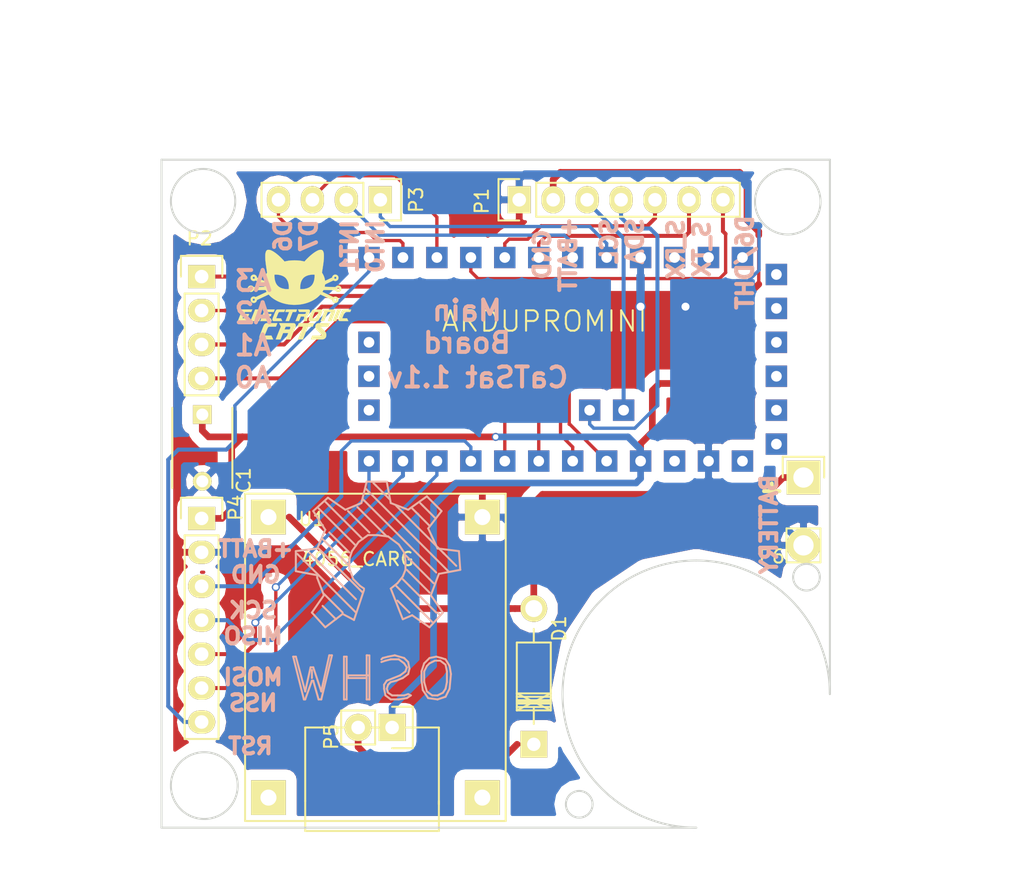
<source format=kicad_pcb>
(kicad_pcb (version 4) (host pcbnew 4.0.3-stable)

  (general
    (links 31)
    (no_connects 16)
    (area 50.185715 42 152.328572 110.100001)
    (thickness 1.6)
    (drawings 40)
    (tracks 220)
    (zones 0)
    (modules 12)
    (nets 30)
  )

  (page A4)
  (title_block
    (title CatSat)
    (date 2016-10-16)
    (rev 0.02)
    (company "Electronic Cats")
    (comment 1 "Eduardo Contreras")
  )

  (layers
    (0 F.Cu signal)
    (31 B.Cu signal)
    (32 B.Adhes user)
    (33 F.Adhes user)
    (34 B.Paste user)
    (35 F.Paste user)
    (36 B.SilkS user)
    (37 F.SilkS user)
    (38 B.Mask user)
    (39 F.Mask user)
    (40 Dwgs.User user)
    (41 Cmts.User user)
    (42 Eco1.User user)
    (43 Eco2.User user)
    (44 Edge.Cuts user)
    (45 Margin user)
    (46 B.CrtYd user)
    (47 F.CrtYd user)
    (48 B.Fab user)
    (49 F.Fab user)
  )

  (setup
    (last_trace_width 0.3)
    (trace_clearance 0.2)
    (zone_clearance 0.8)
    (zone_45_only no)
    (trace_min 0.2)
    (segment_width 0.2)
    (edge_width 0.15)
    (via_size 0.6)
    (via_drill 0.4)
    (via_min_size 0.4)
    (via_min_drill 0.3)
    (uvia_size 0.3)
    (uvia_drill 0.1)
    (uvias_allowed no)
    (uvia_min_size 0.2)
    (uvia_min_drill 0.1)
    (pcb_text_width 0.3)
    (pcb_text_size 1.5 1.5)
    (mod_edge_width 0.15)
    (mod_text_size 1 1)
    (mod_text_width 0.15)
    (pad_size 1.524 1.524)
    (pad_drill 0.762)
    (pad_to_mask_clearance 0.2)
    (aux_axis_origin 0 0)
    (visible_elements 7FFFFFFF)
    (pcbplotparams
      (layerselection 0x010f0_80000001)
      (usegerberextensions false)
      (excludeedgelayer true)
      (linewidth 0.100000)
      (plotframeref false)
      (viasonmask false)
      (mode 1)
      (useauxorigin false)
      (hpglpennumber 1)
      (hpglpenspeed 20)
      (hpglpendiameter 15)
      (hpglpenoverlay 2)
      (psnegative false)
      (psa4output false)
      (plotreference true)
      (plotvalue true)
      (plotinvisibletext false)
      (padsonsilk false)
      (subtractmaskfromsilk false)
      (outputformat 1)
      (mirror false)
      (drillshape 0)
      (scaleselection 1)
      (outputdirectory Produccion/CatSatMain/))
  )

  (net 0 "")
  (net 1 GND)
  (net 2 "Net-(D1-Pad2)")
  (net 3 +BATT)
  (net 4 "Net-(RAW1-Pad7)")
  (net 5 "Net-(RAW1-Pad8)")
  (net 6 "Net-(RAW1-Pad9)")
  (net 7 "Net-(RAW1-Pad19)")
  (net 8 "Net-(RAW1-Pad21)")
  (net 9 "Net-(U1-Pad1)")
  (net 10 "Net-(U1-Pad2)")
  (net 11 "Net-(D1-Pad1)")
  (net 12 /SCL)
  (net 13 /SDA)
  (net 14 /S_RX)
  (net 15 /S_TX)
  (net 16 /DHT/D6)
  (net 17 /A3)
  (net 18 /A2)
  (net 19 /A1)
  (net 20 /A0)
  (net 21 /INT0)
  (net 22 /INT1)
  (net 23 /D7)
  (net 24 /D8)
  (net 25 /SCK)
  (net 26 /MISO)
  (net 27 /MOSI)
  (net 28 /NSS)
  (net 29 /RST)

  (net_class Default "This is the default net class."
    (clearance 0.2)
    (trace_width 0.3)
    (via_dia 0.6)
    (via_drill 0.4)
    (uvia_dia 0.3)
    (uvia_drill 0.1)
    (add_net /A0)
    (add_net /A1)
    (add_net /A2)
    (add_net /A3)
    (add_net /D7)
    (add_net /D8)
    (add_net /DHT/D6)
    (add_net /INT0)
    (add_net /INT1)
    (add_net /MISO)
    (add_net /MOSI)
    (add_net /NSS)
    (add_net /RST)
    (add_net /SCK)
    (add_net /SCL)
    (add_net /SDA)
    (add_net /S_RX)
    (add_net /S_TX)
    (add_net "Net-(RAW1-Pad19)")
    (add_net "Net-(RAW1-Pad21)")
    (add_net "Net-(RAW1-Pad7)")
    (add_net "Net-(RAW1-Pad8)")
    (add_net "Net-(RAW1-Pad9)")
    (add_net "Net-(U1-Pad1)")
    (add_net "Net-(U1-Pad2)")
  )

  (net_class BATT ""
    (clearance 0.2)
    (trace_width 0.5)
    (via_dia 0.6)
    (via_drill 0.4)
    (uvia_dia 0.3)
    (uvia_drill 0.1)
    (add_net +BATT)
    (add_net GND)
    (add_net "Net-(D1-Pad1)")
    (add_net "Net-(D1-Pad2)")
  )

  (module Capacitors_ThroughHole:C_Disc_D6_P5 (layer F.Cu) (tedit 58544074) (tstamp 579BB1D2)
    (at 87.6 72.975 270)
    (descr "Capacitor 6mm Disc, Pitch 5mm")
    (tags Capacitor)
    (path /579BC305)
    (fp_text reference C1 (at 4.925 -3.1 270) (layer F.SilkS)
      (effects (font (size 1 1) (thickness 0.15)))
    )
    (fp_text value 0.1uF (at 2.5 3.5 270) (layer F.Fab)
      (effects (font (size 1 1) (thickness 0.15)))
    )
    (fp_line (start -0.95 -2.5) (end 5.95 -2.5) (layer F.CrtYd) (width 0.05))
    (fp_line (start 5.95 -2.5) (end 5.95 2.5) (layer F.CrtYd) (width 0.05))
    (fp_line (start 5.95 2.5) (end -0.95 2.5) (layer F.CrtYd) (width 0.05))
    (fp_line (start -0.95 2.5) (end -0.95 -2.5) (layer F.CrtYd) (width 0.05))
    (fp_line (start -0.5 -2.25) (end 5.5 -2.25) (layer F.SilkS) (width 0.15))
    (fp_line (start 5.5 2.25) (end -0.5 2.25) (layer F.SilkS) (width 0.15))
    (pad 1 thru_hole rect (at 0 0 270) (size 1.4 1.4) (drill 0.9) (layers *.Cu *.Mask F.SilkS)
      (net 3 +BATT))
    (pad 2 thru_hole circle (at 5 0 270) (size 1.4 1.4) (drill 0.9) (layers *.Cu *.Mask F.SilkS)
      (net 1 GND))
    (model Capacitors_ThroughHole.3dshapes/C_Disc_D6_P5.wrl
      (at (xyz 0.098425 0 0))
      (scale (xyz 1 1 1))
      (rotate (xyz 0 0 0))
    )
  )

  (module Pin_Headers:Pin_Header_Straight_1x02 (layer F.Cu) (tedit 580588D3) (tstamp 580401C0)
    (at 132.575 78.96)
    (descr "Through hole pin header")
    (tags "pin header")
    (path /57987F4D)
    (fp_text reference P6 (at -2.375 4.64) (layer F.SilkS)
      (effects (font (size 1 1) (thickness 0.15)))
    )
    (fp_text value BATTERY (at -2.575 2.24 90) (layer B.SilkS)
      (effects (font (size 1.2 1.2) (thickness 0.3)) (justify mirror))
    )
    (fp_line (start 1.27 2.54) (end 1.27 5.08) (layer F.SilkS) (width 0.15))
    (fp_line (start 1.55 -2.82) (end 1.55 -1.27) (layer F.SilkS) (width 0.15))
    (fp_line (start -1.75 -1.75) (end -1.75 4.3) (layer F.CrtYd) (width 0.05))
    (fp_line (start 1.75 -1.75) (end 1.75 4.3) (layer F.CrtYd) (width 0.05))
    (fp_line (start -1.75 -1.75) (end 1.75 -1.75) (layer F.CrtYd) (width 0.05))
    (fp_line (start -1.75 4.3) (end 1.75 4.3) (layer F.CrtYd) (width 0.05))
    (fp_line (start 1.27 2.54) (end -1.27 2.54) (layer F.SilkS) (width 0.15))
    (fp_line (start -1.55 -1.27) (end -1.55 -2.82) (layer F.SilkS) (width 0.15))
    (fp_line (start -1.55 -2.82) (end 1.55 -2.82) (layer F.SilkS) (width 0.15))
    (fp_line (start -1.27 2.54) (end -1.27 5.08) (layer F.SilkS) (width 0.15))
    (fp_line (start -1.27 5.08) (end 1.27 5.08) (layer F.SilkS) (width 0.15))
    (pad 1 thru_hole rect (at 0 -1.27) (size 2.532 2.532) (drill 1.516) (layers *.Cu *.Mask F.SilkS)
      (net 2 "Net-(D1-Pad2)"))
    (pad 2 thru_hole oval (at 0 3.81) (size 2.532 2.532) (drill 1.516) (layers *.Cu *.Mask F.SilkS)
      (net 1 GND))
    (model Pin_Headers.3dshapes/Pin_Header_Straight_1x02.wrl
      (at (xyz 0 -0.05 0))
      (scale (xyz 1 1 1))
      (rotate (xyz 0 0 90))
    )
  )

  (module 4056_lipoCharg (layer F.Cu) (tedit 579FA8D9) (tstamp 579A942E)
    (at 89.8 77.4)
    (path /57987CA2)
    (fp_text reference U1 (at 6 3.4) (layer F.SilkS)
      (effects (font (size 1 1) (thickness 0.15)))
    )
    (fp_text value 4056_CARG (at 9.4 6.4) (layer F.SilkS)
      (effects (font (size 1 1) (thickness 0.15)))
    )
    (fp_line (start 15.5 19) (end 15.5 24.75) (layer F.SilkS) (width 0.15))
    (fp_line (start 5.5 19) (end 15.5 19) (layer F.SilkS) (width 0.15))
    (fp_line (start 5.5 24.5) (end 5.5 19) (layer F.SilkS) (width 0.15))
    (fp_line (start 15.5 26.75) (end 15.5 26) (layer F.SilkS) (width 0.15))
    (fp_line (start 5.5 26.75) (end 15.5 26.75) (layer F.SilkS) (width 0.15))
    (fp_line (start 5.5 26) (end 5.5 26.75) (layer F.SilkS) (width 0.15))
    (fp_line (start 15.5 24.5) (end 15.5 26) (layer F.SilkS) (width 0.15))
    (fp_line (start 5.5 24.5) (end 5.5 26) (layer F.SilkS) (width 0.15))
    (fp_line (start 1 26) (end 1 1.5) (layer F.SilkS) (width 0.15))
    (fp_line (start 20.5 26) (end 1 26) (layer F.SilkS) (width 0.15))
    (fp_line (start 20.5 1.5) (end 20.5 26) (layer F.SilkS) (width 0.15))
    (fp_line (start 1 1.5) (end 20.5 1.5) (layer F.SilkS) (width 0.15))
    (pad 3 thru_hole rect (at 2.75 3.25) (size 2.6 2.6) (drill 1.2) (layers *.Cu *.Mask F.SilkS)
      (net 2 "Net-(D1-Pad2)"))
    (pad 4 thru_hole rect (at 18.75 3.25) (size 2.6 2.6) (drill 1.2) (layers *.Cu *.Mask F.SilkS)
      (net 1 GND))
    (pad 1 thru_hole rect (at 2.75 24.25) (size 2.6 2.6) (drill 1.2) (layers *.Cu *.Mask F.SilkS)
      (net 9 "Net-(U1-Pad1)"))
    (pad 2 thru_hole rect (at 18.75 24.25) (size 2.6 2.6) (drill 1.2) (layers *.Cu *.Mask F.SilkS)
      (net 10 "Net-(U1-Pad2)"))
  )

  (module arduinoMiniPro (layer F.Cu) (tedit 579FA86A) (tstamp 579ABF6E)
    (at 121.66 66.3 270)
    (descr ABK-PRO-MINI)
    (path /579665C1)
    (fp_text reference RAW1 (at 2.9 10.86 360) (layer F.Fab)
      (effects (font (thickness 0.15)))
    )
    (fp_text value ARDUPROMINI (at -0.3 8.46 360) (layer F.SilkS)
      (effects (font (thickness 0.15)))
    )
    (pad 1 thru_hole rect (at -3.81 -8.89) (size 1.6 1.6) (drill 0.8) (layers *.Cu *.Mask))
    (pad 2 thru_hole rect (at -1.27 -8.89) (size 1.6 1.6) (drill 0.8) (layers *.Cu *.Mask))
    (pad 3 thru_hole rect (at 1.27 -8.89) (size 1.6 1.6) (drill 0.8) (layers *.Cu *.Mask))
    (pad 4 thru_hole rect (at 3.81 -8.89) (size 1.6 1.6) (drill 0.8) (layers *.Cu *.Mask))
    (pad 5 thru_hole rect (at 6.35 -8.89) (size 1.6 1.6) (drill 0.8) (layers *.Cu *.Mask))
    (pad 6 thru_hole rect (at 8.89 -8.89) (size 1.6 1.6) (drill 0.8) (layers *.Cu *.Mask))
    (pad 7 thru_hole rect (at -5.08 -6.35 90) (size 1.6 1.6) (drill 0.8) (layers *.Cu *.Mask)
      (net 4 "Net-(RAW1-Pad7)"))
    (pad 8 thru_hole rect (at -5.08 -3.81 90) (size 1.6 1.6) (drill 0.8) (layers *.Cu *.Mask)
      (net 5 "Net-(RAW1-Pad8)"))
    (pad 9 thru_hole rect (at -5.08 -1.27 90) (size 1.6 1.6) (drill 0.8) (layers *.Cu *.Mask)
      (net 6 "Net-(RAW1-Pad9)"))
    (pad 10 thru_hole rect (at -5.08 1.27 90) (size 1.6 1.6) (drill 0.8) (layers *.Cu *.Mask)
      (net 1 GND))
    (pad 11 thru_hole rect (at -5.08 3.81 90) (size 1.6 1.6) (drill 0.8) (layers *.Cu *.Mask)
      (net 21 /INT0))
    (pad 12 thru_hole rect (at -5.08 6.35 90) (size 1.6 1.6) (drill 0.8) (layers *.Cu *.Mask)
      (net 22 /INT1))
    (pad 13 thru_hole rect (at -5.08 8.89 90) (size 1.6 1.6) (drill 0.8) (layers *.Cu *.Mask)
      (net 15 /S_TX))
    (pad 14 thru_hole rect (at -5.08 11.43 90) (size 1.6 1.6) (drill 0.8) (layers *.Cu *.Mask)
      (net 14 /S_RX))
    (pad 15 thru_hole rect (at -5.08 13.97 90) (size 1.6 1.6) (drill 0.8) (layers *.Cu *.Mask)
      (net 16 /DHT/D6))
    (pad 16 thru_hole rect (at -5.08 16.51 90) (size 1.6 1.6) (drill 0.8) (layers *.Cu *.Mask)
      (net 23 /D7))
    (pad 17 thru_hole rect (at -5.08 19.05 90) (size 1.6 1.6) (drill 0.8) (layers *.Cu *.Mask)
      (net 24 /D8))
    (pad 18 thru_hole rect (at -5.08 21.59 90) (size 1.6 1.6) (drill 0.8) (layers *.Cu *.Mask)
      (net 29 /RST))
    (pad 19 thru_hole rect (at 10.16 -6.35 90) (size 1.6 1.6) (drill 0.8) (layers *.Cu *.Mask)
      (net 7 "Net-(RAW1-Pad19)"))
    (pad 20 thru_hole rect (at 10.16 -3.81 90) (size 1.6 1.6) (drill 0.8) (layers *.Cu *.Mask)
      (net 1 GND))
    (pad 21 thru_hole rect (at 10.16 -1.27 90) (size 1.6 1.6) (drill 0.8) (layers *.Cu *.Mask)
      (net 8 "Net-(RAW1-Pad21)"))
    (pad 22 thru_hole rect (at 10.16 1.27 90) (size 1.6 1.6) (drill 0.8) (layers *.Cu *.Mask)
      (net 3 +BATT))
    (pad 23 thru_hole rect (at 10.16 3.81 90) (size 1.6 1.6) (drill 0.8) (layers *.Cu *.Mask)
      (net 17 /A3))
    (pad 24 thru_hole rect (at 10.16 6.35 90) (size 1.6 1.6) (drill 0.8) (layers *.Cu *.Mask)
      (net 18 /A2))
    (pad 25 thru_hole rect (at 10.16 8.89 90) (size 1.6 1.6) (drill 0.8) (layers *.Cu *.Mask)
      (net 19 /A1))
    (pad 26 thru_hole rect (at 10.16 11.43 90) (size 1.6 1.6) (drill 0.8) (layers *.Cu *.Mask)
      (net 20 /A0))
    (pad 27 thru_hole rect (at 10.16 13.97 90) (size 1.6 1.6) (drill 0.8) (layers *.Cu *.Mask)
      (net 25 /SCK))
    (pad 28 thru_hole rect (at 10.16 16.51 90) (size 1.6 1.6) (drill 0.8) (layers *.Cu *.Mask)
      (net 26 /MISO))
    (pad 29 thru_hole rect (at 10.16 19.05 90) (size 1.6 1.6) (drill 0.8) (layers *.Cu *.Mask)
      (net 27 /MOSI))
    (pad 30 thru_hole rect (at 10.16 21.59 90) (size 1.6 1.6) (drill 0.8) (layers *.Cu *.Mask)
      (net 28 /NSS))
    (pad A7 thru_hole rect (at 6.35 21.59 180) (size 1.6 1.6) (drill 0.8) (layers *.Cu *.Mask))
    (pad A6 thru_hole rect (at 3.81 21.59 180) (size 1.6 1.6) (drill 0.8) (layers *.Cu *.Mask))
    (pad GND4 thru_hole rect (at 1.27 21.59 180) (size 1.6 1.6) (drill 0.8) (layers *.Cu *.Mask))
    (pad 32 thru_hole rect (at 6.35 2.54 180) (size 1.6 1.6) (drill 0.8) (layers *.Cu *.Mask)
      (net 12 /SCL))
    (pad 31 thru_hole rect (at 6.35 5.08 180) (size 1.6 1.6) (drill 0.8) (layers *.Cu *.Mask)
      (net 13 /SDA))
  )

  (module Diodes_ThroughHole:Diode_DO-41_SOD81_Horizontal_RM10 (layer F.Cu) (tedit 552FFCCE) (tstamp 57993936)
    (at 112.40254 97.66 90)
    (descr "Diode, DO-41, SOD81, Horizontal, RM 10mm,")
    (tags "Diode, DO-41, SOD81, Horizontal, RM 10mm, 1N4007, SB140,")
    (path /579882B5)
    (fp_text reference D1 (at 8.66 1.89746 90) (layer F.SilkS)
      (effects (font (size 1 1) (thickness 0.15)))
    )
    (fp_text value D (at 5.76 -0.25254 90) (layer F.Fab)
      (effects (font (size 1 1) (thickness 0.15)))
    )
    (fp_line (start 7.62 -0.00254) (end 8.636 -0.00254) (layer F.SilkS) (width 0.15))
    (fp_line (start 2.794 -0.00254) (end 1.524 -0.00254) (layer F.SilkS) (width 0.15))
    (fp_line (start 3.048 -1.27254) (end 3.048 1.26746) (layer F.SilkS) (width 0.15))
    (fp_line (start 3.302 -1.27254) (end 3.302 1.26746) (layer F.SilkS) (width 0.15))
    (fp_line (start 3.556 -1.27254) (end 3.556 1.26746) (layer F.SilkS) (width 0.15))
    (fp_line (start 2.794 -1.27254) (end 2.794 1.26746) (layer F.SilkS) (width 0.15))
    (fp_line (start 3.81 -1.27254) (end 2.54 1.26746) (layer F.SilkS) (width 0.15))
    (fp_line (start 2.54 -1.27254) (end 3.81 1.26746) (layer F.SilkS) (width 0.15))
    (fp_line (start 3.81 -1.27254) (end 3.81 1.26746) (layer F.SilkS) (width 0.15))
    (fp_line (start 3.175 -1.27254) (end 3.175 1.26746) (layer F.SilkS) (width 0.15))
    (fp_line (start 2.54 1.26746) (end 2.54 -1.27254) (layer F.SilkS) (width 0.15))
    (fp_line (start 2.54 -1.27254) (end 7.62 -1.27254) (layer F.SilkS) (width 0.15))
    (fp_line (start 7.62 -1.27254) (end 7.62 1.26746) (layer F.SilkS) (width 0.15))
    (fp_line (start 7.62 1.26746) (end 2.54 1.26746) (layer F.SilkS) (width 0.15))
    (pad 2 thru_hole circle (at 10.16 -0.00254 270) (size 1.99898 1.99898) (drill 1.27) (layers *.Cu *.Mask F.SilkS)
      (net 2 "Net-(D1-Pad2)"))
    (pad 1 thru_hole rect (at 0 -0.00254 270) (size 1.99898 1.99898) (drill 1.00076) (layers *.Cu *.Mask F.SilkS)
      (net 11 "Net-(D1-Pad1)"))
  )

  (module Pin_Headers:Pin_Header_Straight_1x07 (layer F.Cu) (tedit 0) (tstamp 57993951)
    (at 111.31 56.9 90)
    (descr "Through hole pin header")
    (tags "pin header")
    (path /5797DE1E)
    (fp_text reference P1 (at -0.1 -2.8 90) (layer F.SilkS)
      (effects (font (size 1 1) (thickness 0.15)))
    )
    (fp_text value CONN_01X07 (at 2.25 2.62 180) (layer F.Fab)
      (effects (font (size 1 1) (thickness 0.15)))
    )
    (fp_line (start -1.75 -1.75) (end -1.75 17) (layer F.CrtYd) (width 0.05))
    (fp_line (start 1.75 -1.75) (end 1.75 17) (layer F.CrtYd) (width 0.05))
    (fp_line (start -1.75 -1.75) (end 1.75 -1.75) (layer F.CrtYd) (width 0.05))
    (fp_line (start -1.75 17) (end 1.75 17) (layer F.CrtYd) (width 0.05))
    (fp_line (start 1.27 1.27) (end 1.27 16.51) (layer F.SilkS) (width 0.15))
    (fp_line (start 1.27 16.51) (end -1.27 16.51) (layer F.SilkS) (width 0.15))
    (fp_line (start -1.27 16.51) (end -1.27 1.27) (layer F.SilkS) (width 0.15))
    (fp_line (start 1.55 -1.55) (end 1.55 0) (layer F.SilkS) (width 0.15))
    (fp_line (start 1.27 1.27) (end -1.27 1.27) (layer F.SilkS) (width 0.15))
    (fp_line (start -1.55 0) (end -1.55 -1.55) (layer F.SilkS) (width 0.15))
    (fp_line (start -1.55 -1.55) (end 1.55 -1.55) (layer F.SilkS) (width 0.15))
    (pad 1 thru_hole rect (at 0 0 90) (size 2.032 1.7272) (drill 1.016) (layers *.Cu *.Mask F.SilkS)
      (net 1 GND))
    (pad 2 thru_hole oval (at 0 2.54 90) (size 2.032 1.7272) (drill 1.016) (layers *.Cu *.Mask F.SilkS)
      (net 3 +BATT))
    (pad 3 thru_hole oval (at 0 5.08 90) (size 2.032 1.7272) (drill 1.016) (layers *.Cu *.Mask F.SilkS)
      (net 12 /SCL))
    (pad 4 thru_hole oval (at 0 7.62 90) (size 2.032 1.7272) (drill 1.016) (layers *.Cu *.Mask F.SilkS)
      (net 13 /SDA))
    (pad 5 thru_hole oval (at 0 10.16 90) (size 2.032 1.7272) (drill 1.016) (layers *.Cu *.Mask F.SilkS)
      (net 14 /S_RX))
    (pad 6 thru_hole oval (at 0 12.7 90) (size 2.032 1.7272) (drill 1.016) (layers *.Cu *.Mask F.SilkS)
      (net 15 /S_TX))
    (pad 7 thru_hole oval (at 0 15.24 90) (size 2.032 1.7272) (drill 1.016) (layers *.Cu *.Mask F.SilkS)
      (net 16 /DHT/D6))
    (model Pin_Headers.3dshapes/Pin_Header_Straight_1x07.wrl
      (at (xyz 0 -0.3 0))
      (scale (xyz 1 1 1))
      (rotate (xyz 0 0 90))
    )
  )

  (module Pin_Headers:Pin_Header_Straight_1x02 (layer F.Cu) (tedit 54EA090C) (tstamp 57993972)
    (at 101.8 96.4 270)
    (descr "Through hole pin header")
    (tags "pin header")
    (path /5803FCFF)
    (fp_text reference P5 (at 0.7 4.55 270) (layer F.SilkS)
      (effects (font (size 1 1) (thickness 0.15)))
    )
    (fp_text value ON/OFF (at -1.95 3.05 360) (layer F.Fab)
      (effects (font (size 1 1) (thickness 0.15)))
    )
    (fp_line (start 1.27 1.27) (end 1.27 3.81) (layer F.SilkS) (width 0.15))
    (fp_line (start 1.55 -1.55) (end 1.55 0) (layer F.SilkS) (width 0.15))
    (fp_line (start -1.75 -1.75) (end -1.75 4.3) (layer F.CrtYd) (width 0.05))
    (fp_line (start 1.75 -1.75) (end 1.75 4.3) (layer F.CrtYd) (width 0.05))
    (fp_line (start -1.75 -1.75) (end 1.75 -1.75) (layer F.CrtYd) (width 0.05))
    (fp_line (start -1.75 4.3) (end 1.75 4.3) (layer F.CrtYd) (width 0.05))
    (fp_line (start 1.27 1.27) (end -1.27 1.27) (layer F.SilkS) (width 0.15))
    (fp_line (start -1.55 0) (end -1.55 -1.55) (layer F.SilkS) (width 0.15))
    (fp_line (start -1.55 -1.55) (end 1.55 -1.55) (layer F.SilkS) (width 0.15))
    (fp_line (start -1.27 1.27) (end -1.27 3.81) (layer F.SilkS) (width 0.15))
    (fp_line (start -1.27 3.81) (end 1.27 3.81) (layer F.SilkS) (width 0.15))
    (pad 1 thru_hole rect (at 0 0 270) (size 2.032 2.032) (drill 1.016) (layers *.Cu *.Mask F.SilkS)
      (net 3 +BATT))
    (pad 2 thru_hole oval (at 0 2.54 270) (size 2.032 2.032) (drill 1.016) (layers *.Cu *.Mask F.SilkS)
      (net 11 "Net-(D1-Pad1)"))
    (model Pin_Headers.3dshapes/Pin_Header_Straight_1x02.wrl
      (at (xyz 0 -0.05 0))
      (scale (xyz 1 1 1))
      (rotate (xyz 0 0 90))
    )
  )

  (module Pin_Headers:Pin_Header_Straight_1x04 (layer F.Cu) (tedit 5804020D) (tstamp 57993985)
    (at 87.55 62.65)
    (descr "Through hole pin header")
    (tags "pin header")
    (path /5797DD1B)
    (fp_text reference P2 (at -0.15 -2.85) (layer F.SilkS)
      (effects (font (size 1 1) (thickness 0.15)))
    )
    (fp_text value CONN_01X04 (at -2.25 3.25 90) (layer F.Fab)
      (effects (font (size 1 1) (thickness 0.15)))
    )
    (fp_line (start -1.75 -1.75) (end -1.75 9.4) (layer F.CrtYd) (width 0.05))
    (fp_line (start 1.75 -1.75) (end 1.75 9.4) (layer F.CrtYd) (width 0.05))
    (fp_line (start -1.75 -1.75) (end 1.75 -1.75) (layer F.CrtYd) (width 0.05))
    (fp_line (start -1.75 9.4) (end 1.75 9.4) (layer F.CrtYd) (width 0.05))
    (fp_line (start -1.27 1.27) (end -1.27 8.89) (layer F.SilkS) (width 0.15))
    (fp_line (start 1.27 1.27) (end 1.27 8.89) (layer F.SilkS) (width 0.15))
    (fp_line (start 1.55 -1.55) (end 1.55 0) (layer F.SilkS) (width 0.15))
    (fp_line (start -1.27 8.89) (end 1.27 8.89) (layer F.SilkS) (width 0.15))
    (fp_line (start 1.27 1.27) (end -1.27 1.27) (layer F.SilkS) (width 0.15))
    (fp_line (start -1.55 0) (end -1.55 -1.55) (layer F.SilkS) (width 0.15))
    (fp_line (start -1.55 -1.55) (end 1.55 -1.55) (layer F.SilkS) (width 0.15))
    (pad 1 thru_hole rect (at 0 0) (size 2.032 1.7272) (drill 1.016) (layers *.Cu *.Mask F.SilkS)
      (net 17 /A3))
    (pad 2 thru_hole oval (at 0 2.54) (size 2.032 1.7272) (drill 1.016) (layers *.Cu *.Mask F.SilkS)
      (net 18 /A2))
    (pad 3 thru_hole oval (at 0 5.08) (size 2.032 1.7272) (drill 1.016) (layers *.Cu *.Mask F.SilkS)
      (net 19 /A1))
    (pad 4 thru_hole oval (at 0 7.62) (size 2.032 1.7272) (drill 1.016) (layers *.Cu *.Mask F.SilkS)
      (net 20 /A0))
    (model Pin_Headers.3dshapes/Pin_Header_Straight_1x04.wrl
      (at (xyz 0 -0.15 0))
      (scale (xyz 1 1 1))
      (rotate (xyz 0 0 90))
    )
  )

  (module Pin_Headers:Pin_Header_Straight_1x07 (layer F.Cu) (tedit 580401DB) (tstamp 579939B6)
    (at 87.55 80.75)
    (descr "Through hole pin header")
    (tags "pin header")
    (path /5797EF63)
    (fp_text reference P4 (at 2.55 -0.8 90) (layer F.SilkS)
      (effects (font (size 1 1) (thickness 0.15)))
    )
    (fp_text value CONN_01X07 (at -2.25 6.79 90) (layer F.Fab)
      (effects (font (size 1 1) (thickness 0.15)))
    )
    (fp_line (start -1.75 -1.75) (end -1.75 17) (layer F.CrtYd) (width 0.05))
    (fp_line (start 1.75 -1.75) (end 1.75 17) (layer F.CrtYd) (width 0.05))
    (fp_line (start -1.75 -1.75) (end 1.75 -1.75) (layer F.CrtYd) (width 0.05))
    (fp_line (start -1.75 17) (end 1.75 17) (layer F.CrtYd) (width 0.05))
    (fp_line (start 1.27 1.27) (end 1.27 16.51) (layer F.SilkS) (width 0.15))
    (fp_line (start 1.27 16.51) (end -1.27 16.51) (layer F.SilkS) (width 0.15))
    (fp_line (start -1.27 16.51) (end -1.27 1.27) (layer F.SilkS) (width 0.15))
    (fp_line (start 1.55 -1.55) (end 1.55 0) (layer F.SilkS) (width 0.15))
    (fp_line (start 1.27 1.27) (end -1.27 1.27) (layer F.SilkS) (width 0.15))
    (fp_line (start -1.55 0) (end -1.55 -1.55) (layer F.SilkS) (width 0.15))
    (fp_line (start -1.55 -1.55) (end 1.55 -1.55) (layer F.SilkS) (width 0.15))
    (pad 1 thru_hole rect (at 0 0) (size 2.032 1.7272) (drill 1.016) (layers *.Cu *.Mask F.SilkS)
      (net 3 +BATT))
    (pad 2 thru_hole oval (at 0 2.54) (size 2.032 1.7272) (drill 1.016) (layers *.Cu *.Mask F.SilkS)
      (net 1 GND))
    (pad 3 thru_hole oval (at 0 5.08) (size 2.032 1.7272) (drill 1.016) (layers *.Cu *.Mask F.SilkS)
      (net 25 /SCK))
    (pad 4 thru_hole oval (at 0 7.62) (size 2.032 1.7272) (drill 1.016) (layers *.Cu *.Mask F.SilkS)
      (net 26 /MISO))
    (pad 5 thru_hole oval (at 0 10.16) (size 2.032 1.7272) (drill 1.016) (layers *.Cu *.Mask F.SilkS)
      (net 27 /MOSI))
    (pad 6 thru_hole oval (at 0 12.7) (size 2.032 1.7272) (drill 1.016) (layers *.Cu *.Mask F.SilkS)
      (net 28 /NSS))
    (pad 7 thru_hole oval (at 0 15.24) (size 2.032 1.7272) (drill 1.016) (layers *.Cu *.Mask F.SilkS)
      (net 29 /RST))
    (model Pin_Headers.3dshapes/Pin_Header_Straight_1x07.wrl
      (at (xyz 0 -0.3 0))
      (scale (xyz 1 1 1))
      (rotate (xyz 0 0 90))
    )
  )

  (module Pin_Headers:Pin_Header_Straight_1x04 (layer F.Cu) (tedit 5804022C) (tstamp 579939BE)
    (at 100.92 56.9 270)
    (descr "Through hole pin header")
    (tags "pin header")
    (path /5797F08A)
    (fp_text reference P3 (at 0 -2.68 270) (layer F.SilkS)
      (effects (font (size 1 1) (thickness 0.15)))
    )
    (fp_text value CONN_01X04 (at -2.25 4.83 360) (layer F.Fab)
      (effects (font (size 1 1) (thickness 0.15)))
    )
    (fp_line (start -1.75 -1.75) (end -1.75 9.4) (layer F.CrtYd) (width 0.05))
    (fp_line (start 1.75 -1.75) (end 1.75 9.4) (layer F.CrtYd) (width 0.05))
    (fp_line (start -1.75 -1.75) (end 1.75 -1.75) (layer F.CrtYd) (width 0.05))
    (fp_line (start -1.75 9.4) (end 1.75 9.4) (layer F.CrtYd) (width 0.05))
    (fp_line (start -1.27 1.27) (end -1.27 8.89) (layer F.SilkS) (width 0.15))
    (fp_line (start 1.27 1.27) (end 1.27 8.89) (layer F.SilkS) (width 0.15))
    (fp_line (start 1.55 -1.55) (end 1.55 0) (layer F.SilkS) (width 0.15))
    (fp_line (start -1.27 8.89) (end 1.27 8.89) (layer F.SilkS) (width 0.15))
    (fp_line (start 1.27 1.27) (end -1.27 1.27) (layer F.SilkS) (width 0.15))
    (fp_line (start -1.55 0) (end -1.55 -1.55) (layer F.SilkS) (width 0.15))
    (fp_line (start -1.55 -1.55) (end 1.55 -1.55) (layer F.SilkS) (width 0.15))
    (pad 1 thru_hole rect (at 0 0 270) (size 2.032 1.7272) (drill 1.016) (layers *.Cu *.Mask F.SilkS)
      (net 21 /INT0))
    (pad 2 thru_hole oval (at 0 2.54 270) (size 2.032 1.7272) (drill 1.016) (layers *.Cu *.Mask F.SilkS)
      (net 22 /INT1))
    (pad 3 thru_hole oval (at 0 5.08 270) (size 2.032 1.7272) (drill 1.016) (layers *.Cu *.Mask F.SilkS)
      (net 23 /D7))
    (pad 4 thru_hole oval (at 0 7.62 270) (size 2.032 1.7272) (drill 1.016) (layers *.Cu *.Mask F.SilkS)
      (net 24 /D8))
    (model Pin_Headers.3dshapes/Pin_Header_Straight_1x04.wrl
      (at (xyz 0 -0.15 0))
      (scale (xyz 1 1 1))
      (rotate (xyz 0 0 90))
    )
  )

  (module theinventorhouse:electronic_cats_logo_8x6 (layer F.Cu) (tedit 0) (tstamp 579FBCDC)
    (at 94.5 64)
    (fp_text reference G*** (at 0 0) (layer F.SilkS) hide
      (effects (font (thickness 0.3)))
    )
    (fp_text value LOGO (at 0.75 0) (layer F.SilkS) hide
      (effects (font (thickness 0.3)))
    )
    (fp_poly (pts (xy -1.511952 2.134469) (xy -1.457322 2.134584) (xy -1.408721 2.134798) (xy -1.367028 2.135106)
      (xy -1.333123 2.135503) (xy -1.307886 2.135985) (xy -1.292197 2.136546) (xy -1.286933 2.137166)
      (xy -1.288907 2.144025) (xy -1.294337 2.159457) (xy -1.302488 2.181556) (xy -1.312625 2.208412)
      (xy -1.324012 2.238118) (xy -1.335914 2.268766) (xy -1.347595 2.298447) (xy -1.358321 2.325254)
      (xy -1.367355 2.347279) (xy -1.373007 2.360481) (xy -1.38977 2.398273) (xy -1.650207 2.399992)
      (xy -1.711234 2.400408) (xy -1.762016 2.400814) (xy -1.8036 2.401261) (xy -1.837031 2.4018)
      (xy -1.863353 2.402483) (xy -1.883612 2.40336) (xy -1.898852 2.404484) (xy -1.910119 2.405905)
      (xy -1.918458 2.407675) (xy -1.924914 2.409846) (xy -1.930531 2.412467) (xy -1.933222 2.413894)
      (xy -1.956584 2.429106) (xy -1.976812 2.448526) (xy -1.995034 2.473783) (xy -2.012374 2.50651)
      (xy -2.029956 2.548336) (xy -2.034811 2.561185) (xy -2.042642 2.581822) (xy -2.05406 2.611251)
      (xy -2.068405 2.647803) (xy -2.085019 2.689812) (xy -2.10324 2.735608) (xy -2.122411 2.783525)
      (xy -2.141384 2.830688) (xy -2.159759 2.876395) (xy -2.17689 2.91931) (xy -2.192288 2.958193)
      (xy -2.205469 2.991804) (xy -2.215947 3.018901) (xy -2.223235 3.038245) (xy -2.226848 3.048595)
      (xy -2.227072 3.049411) (xy -2.23078 3.064933) (xy -1.728641 3.064933) (xy -1.673661 3.182055)
      (xy -1.657155 3.217406) (xy -1.641663 3.250935) (xy -1.628047 3.280746) (xy -1.617171 3.304946)
      (xy -1.609898 3.32164) (xy -1.608112 3.325988) (xy -1.597543 3.3528) (xy -2.064538 3.35255)
      (xy -2.148085 3.352497) (xy -2.221092 3.352423) (xy -2.284306 3.352311) (xy -2.338477 3.352143)
      (xy -2.384352 3.351902) (xy -2.422681 3.351572) (xy -2.454211 3.351135) (xy -2.479691 3.350574)
      (xy -2.499869 3.349872) (xy -2.515493 3.349012) (xy -2.527313 3.347977) (xy -2.536076 3.346749)
      (xy -2.542531 3.345313) (xy -2.547426 3.34365) (xy -2.55151 3.341743) (xy -2.552122 3.341423)
      (xy -2.581872 3.319531) (xy -2.60532 3.289458) (xy -2.621536 3.252954) (xy -2.629586 3.211767)
      (xy -2.630311 3.194633) (xy -2.628535 3.169238) (xy -2.623056 3.138459) (xy -2.613648 3.101603)
      (xy -2.600085 3.057977) (xy -2.58214 3.006886) (xy -2.559587 2.947637) (xy -2.532201 2.879535)
      (xy -2.510929 2.828358) (xy -2.494754 2.789239) (xy -2.476975 2.745214) (xy -2.459384 2.700785)
      (xy -2.443774 2.660451) (xy -2.438575 2.646709) (xy -2.413265 2.580405) (xy -2.387347 2.514678)
      (xy -2.361711 2.451694) (xy -2.33725 2.393617) (xy -2.314854 2.342615) (xy -2.301271 2.313103)
      (xy -2.27273 2.260395) (xy -2.241285 2.217763) (xy -2.205995 2.184165) (xy -2.165919 2.15856)
      (xy -2.158286 2.154796) (xy -2.119489 2.136422) (xy -1.703211 2.134772) (xy -1.635776 2.134558)
      (xy -1.57173 2.134459) (xy -1.511952 2.134469)) (layer F.SilkS) (width 0.01))
    (fp_poly (pts (xy -0.758396 2.134512) (xy -0.668554 2.134699) (xy -0.594078 2.134912) (xy -0.50221 2.135213)
      (xy -0.420943 2.135513) (xy -0.349591 2.135826) (xy -0.287464 2.136166) (xy -0.233876 2.136545)
      (xy -0.188139 2.136978) (xy -0.149566 2.137477) (xy -0.117469 2.138056) (xy -0.09116 2.138729)
      (xy -0.069952 2.139509) (xy -0.053158 2.14041) (xy -0.040089 2.141445) (xy -0.030058 2.142628)
      (xy -0.022378 2.143971) (xy -0.016362 2.14549) (xy -0.013865 2.146284) (xy 0.022439 2.164287)
      (xy 0.052406 2.190922) (xy 0.075079 2.224894) (xy 0.089502 2.26491) (xy 0.093857 2.291918)
      (xy 0.094487 2.313724) (xy 0.092427 2.338488) (xy 0.087413 2.367055) (xy 0.079176 2.400274)
      (xy 0.067453 2.438988) (xy 0.051978 2.484046) (xy 0.032483 2.536293) (xy 0.008705 2.596575)
      (xy -0.019624 2.665738) (xy -0.035423 2.703546) (xy -0.048183 2.734323) (xy -0.064329 2.77391)
      (xy -0.083174 2.820588) (xy -0.10403 2.87264) (xy -0.126212 2.928347) (xy -0.149031 2.985991)
      (xy -0.171802 3.043853) (xy -0.188885 3.087511) (xy -0.291302 3.349977) (xy -0.473029 3.351467)
      (xy -0.528061 3.351747) (xy -0.573708 3.351616) (xy -0.609582 3.351083) (xy -0.635294 3.350157)
      (xy -0.650453 3.348847) (xy -0.654756 3.347387) (xy -0.652752 3.34111) (xy -0.647025 3.325444)
      (xy -0.638001 3.301501) (xy -0.626105 3.270391) (xy -0.611763 3.233223) (xy -0.595402 3.191109)
      (xy -0.577446 3.145159) (xy -0.566513 3.117297) (xy -0.547726 3.069431) (xy -0.530179 3.024594)
      (xy -0.514314 2.983926) (xy -0.500573 2.948565) (xy -0.489397 2.919652) (xy -0.48123 2.898324)
      (xy -0.476513 2.885722) (xy -0.475543 2.8829) (xy -0.47539 2.880223) (xy -0.477298 2.878077)
      (xy -0.482369 2.876404) (xy -0.491702 2.875146) (xy -0.506399 2.874243) (xy -0.527559 2.873638)
      (xy -0.556284 2.873272) (xy -0.593673 2.873088) (xy -0.640827 2.873025) (xy -0.661801 2.873022)
      (xy -0.850785 2.873022) (xy -0.882147 2.947811) (xy -0.893122 2.974256) (xy -0.907257 3.008736)
      (xy -0.923555 3.048791) (xy -0.941017 3.091961) (xy -0.958644 3.135785) (xy -0.970726 3.165987)
      (xy -0.986366 3.204964) (xy -1.001209 3.241542) (xy -1.014579 3.274091) (xy -1.025802 3.300981)
      (xy -1.034204 3.320583) (xy -1.039019 3.331087) (xy -1.050096 3.3528) (xy -1.227782 3.3528)
      (xy -1.283252 3.35262) (xy -1.328714 3.352088) (xy -1.363898 3.351212) (xy -1.388536 3.350001)
      (xy -1.402359 3.348463) (xy -1.405467 3.34711) (xy -1.403423 3.341084) (xy -1.397541 3.325526)
      (xy -1.388197 3.30138) (xy -1.375767 3.269587) (xy -1.360626 3.231091) (xy -1.34315 3.186833)
      (xy -1.323714 3.137755) (xy -1.302694 3.084801) (xy -1.280466 3.028912) (xy -1.257405 2.97103)
      (xy -1.233886 2.912098) (xy -1.210286 2.853059) (xy -1.18698 2.794854) (xy -1.164343 2.738426)
      (xy -1.142751 2.684717) (xy -1.122581 2.634669) (xy -1.111751 2.607883) (xy -0.745026 2.607883)
      (xy -0.554547 2.606397) (xy -0.364067 2.604911) (xy -0.346131 2.568222) (xy -0.335166 2.543332)
      (xy -0.323986 2.514029) (xy -0.315429 2.488002) (xy -0.309109 2.464971) (xy -0.306297 2.449677)
      (xy -0.306699 2.439226) (xy -0.309718 2.431291) (xy -0.314536 2.422989) (xy -0.319973 2.416398)
      (xy -0.327319 2.411303) (xy -0.337864 2.40749) (xy -0.352898 2.404743) (xy -0.37371 2.402849)
      (xy -0.401592 2.401592) (xy -0.437831 2.400759) (xy -0.48372 2.400135) (xy -0.498007 2.399973)
      (xy -0.654525 2.398236) (xy -0.665891 2.416907) (xy -0.674267 2.432917) (xy -0.685776 2.458318)
      (xy -0.699878 2.491828) (xy -0.71603 2.532163) (xy -0.731603 2.57253) (xy -0.745026 2.607883)
      (xy -1.111751 2.607883) (xy -1.104206 2.589225) (xy -1.088003 2.549328) (xy -1.074348 2.515918)
      (xy -1.068503 2.501723) (xy -1.025872 2.398535) (xy -1.085847 2.272203) (xy -1.102384 2.237124)
      (xy -1.117174 2.205275) (xy -1.129559 2.178116) (xy -1.138878 2.157109) (xy -1.14447 2.143712)
      (xy -1.145822 2.139525) (xy -1.142579 2.138408) (xy -1.132569 2.137437) (xy -1.11537 2.136609)
      (xy -1.090564 2.13592) (xy -1.057729 2.135366) (xy -1.016444 2.134945) (xy -0.966289 2.134653)
      (xy -0.906843 2.134485) (xy -0.837685 2.13444) (xy -0.758396 2.134512)) (layer F.SilkS) (width 0.01))
    (fp_poly (pts (xy 1.005374 2.133101) (xy 1.072832 2.133233) (xy 1.137829 2.133459) (xy 1.199452 2.13378)
      (xy 1.256786 2.134198) (xy 1.308917 2.134713) (xy 1.35493 2.135326) (xy 1.393912 2.136038)
      (xy 1.424947 2.13685) (xy 1.447123 2.137762) (xy 1.459524 2.138777) (xy 1.461911 2.139498)
      (xy 1.459955 2.146219) (xy 1.454462 2.161933) (xy 1.445993 2.185116) (xy 1.435111 2.214244)
      (xy 1.422378 2.247792) (xy 1.413028 2.272143) (xy 1.364145 2.398888) (xy 1.010546 2.398888)
      (xy 0.995454 2.428522) (xy 0.988093 2.444315) (xy 0.977915 2.467989) (xy 0.966042 2.496847)
      (xy 0.953596 2.528188) (xy 0.947939 2.542822) (xy 0.933802 2.579324) (xy 0.918042 2.619348)
      (xy 0.902408 2.658488) (xy 0.88865 2.692339) (xy 0.886295 2.698044) (xy 0.878575 2.716927)
      (xy 0.867221 2.745035) (xy 0.852744 2.781092) (xy 0.835652 2.823824) (xy 0.816455 2.871953)
      (xy 0.795661 2.924203) (xy 0.773781 2.9793) (xy 0.751324 3.035967) (xy 0.742095 3.059288)
      (xy 0.627116 3.349977) (xy 0.254534 3.352951) (xy 0.26003 3.337353) (xy 0.262913 3.329863)
      (xy 0.269678 3.312678) (xy 0.280011 3.286583) (xy 0.293599 3.252364) (xy 0.310129 3.210807)
      (xy 0.32929 3.162698) (xy 0.350767 3.108822) (xy 0.374248 3.049965) (xy 0.399419 2.986912)
      (xy 0.425969 2.920449) (xy 0.44831 2.864555) (xy 0.475575 2.796237) (xy 0.50155 2.730915)
      (xy 0.52594 2.669347) (xy 0.548447 2.612294) (xy 0.568775 2.560515) (xy 0.586627 2.51477)
      (xy 0.601707 2.475819) (xy 0.613717 2.444422) (xy 0.622362 2.421338) (xy 0.627345 2.407327)
      (xy 0.628481 2.403122) (xy 0.622431 2.402149) (xy 0.606372 2.401255) (xy 0.581587 2.400466)
      (xy 0.549357 2.399809) (xy 0.510961 2.399309) (xy 0.467682 2.398994) (xy 0.42262 2.398888)
      (xy 0.219372 2.398888) (xy 0.223231 2.386188) (xy 0.22599 2.378292) (xy 0.232035 2.361676)
      (xy 0.240676 2.33819) (xy 0.251227 2.309682) (xy 0.263 2.278001) (xy 0.275307 2.244993)
      (xy 0.287461 2.212509) (xy 0.298773 2.182394) (xy 0.308556 2.156499) (xy 0.314593 2.140655)
      (xy 0.320502 2.139562) (xy 0.336749 2.13855) (xy 0.362421 2.13762) (xy 0.396604 2.136774)
      (xy 0.438383 2.136013) (xy 0.486844 2.135336) (xy 0.541073 2.134746) (xy 0.600155 2.134242)
      (xy 0.663176 2.133827) (xy 0.729223 2.1335) (xy 0.79738 2.133263) (xy 0.866734 2.133117)
      (xy 0.93637 2.133063) (xy 1.005374 2.133101)) (layer F.SilkS) (width 0.01))
    (fp_poly (pts (xy 2.448718 2.134699) (xy 2.498882 2.134872) (xy 2.542225 2.135141) (xy 2.577884 2.135501)
      (xy 2.604996 2.135947) (xy 2.622699 2.136477) (xy 2.630131 2.137084) (xy 2.630311 2.137201)
      (xy 2.62831 2.143399) (xy 2.622704 2.158536) (xy 2.614083 2.181072) (xy 2.60304 2.209467)
      (xy 2.590167 2.242181) (xy 2.583022 2.260198) (xy 2.56922 2.294975) (xy 2.556707 2.326623)
      (xy 2.546129 2.353502) (xy 2.538131 2.37397) (xy 2.533358 2.386386) (xy 2.532399 2.389011)
      (xy 2.530996 2.391373) (xy 2.527873 2.393327) (xy 2.522043 2.394912) (xy 2.512522 2.396166)
      (xy 2.498323 2.397127) (xy 2.478463 2.397835) (xy 2.451955 2.398327) (xy 2.417813 2.398642)
      (xy 2.375054 2.398818) (xy 2.322691 2.398895) (xy 2.279121 2.398909) (xy 2.219298 2.398936)
      (xy 2.169712 2.399033) (xy 2.129314 2.399244) (xy 2.097053 2.399611) (xy 2.071877 2.400177)
      (xy 2.052737 2.400985) (xy 2.038581 2.402077) (xy 2.028359 2.403497) (xy 2.021019 2.405286)
      (xy 2.015512 2.407489) (xy 2.011337 2.409809) (xy 1.998349 2.419648) (xy 1.991059 2.430579)
      (xy 1.989911 2.443428) (xy 1.995348 2.459019) (xy 2.007812 2.478176) (xy 2.027746 2.501723)
      (xy 2.055594 2.530485) (xy 2.091798 2.565286) (xy 2.098016 2.571115) (xy 2.1458 2.616648)
      (xy 2.190644 2.661052) (xy 2.231397 2.703113) (xy 2.266912 2.741615) (xy 2.296037 2.775346)
      (xy 2.317622 2.803089) (xy 2.317657 2.803137) (xy 2.341533 2.844299) (xy 2.360277 2.892812)
      (xy 2.372771 2.945471) (xy 2.376156 2.970642) (xy 2.378329 3.020326) (xy 2.375437 3.071146)
      (xy 2.367947 3.120341) (xy 2.356327 3.165147) (xy 2.341046 3.202802) (xy 2.334956 3.213721)
      (xy 2.310784 3.24584) (xy 2.279356 3.276773) (xy 2.244477 3.303086) (xy 2.221144 3.316387)
      (xy 2.208052 3.322798) (xy 2.196218 3.328409) (xy 2.184833 3.333274) (xy 2.173086 3.337445)
      (xy 2.160167 3.340976) (xy 2.145266 3.343921) (xy 2.127571 3.346332) (xy 2.106272 3.348262)
      (xy 2.08056 3.349766) (xy 2.049623 3.350895) (xy 2.012651 3.351704) (xy 1.968834 3.352246)
      (xy 1.917362 3.352573) (xy 1.857423 3.352739) (xy 1.788208 3.352797) (xy 1.708906 3.352801)
      (xy 1.666747 3.3528) (xy 1.594682 3.352739) (xy 1.526568 3.352563) (xy 1.463201 3.35228)
      (xy 1.405379 3.351899) (xy 1.353898 3.351428) (xy 1.309552 3.350878) (xy 1.27314 3.350255)
      (xy 1.245456 3.34957) (xy 1.227297 3.348831) (xy 1.21946 3.348046) (xy 1.2192 3.347872)
      (xy 1.221152 3.341476) (xy 1.226652 3.326001) (xy 1.235162 3.302889) (xy 1.246145 3.273587)
      (xy 1.259066 3.239537) (xy 1.272167 3.205349) (xy 1.325134 3.067755) (xy 1.652011 3.064933)
      (xy 1.721307 3.064315) (xy 1.780207 3.063731) (xy 1.829605 3.063145) (xy 1.870393 3.062526)
      (xy 1.903464 3.061838) (xy 1.929712 3.061047) (xy 1.950029 3.060121) (xy 1.965308 3.059024)
      (xy 1.976443 3.057723) (xy 1.984326 3.056184) (xy 1.98985 3.054374) (xy 1.993909 3.052258)
      (xy 1.994412 3.051934) (xy 2.009185 3.039945) (xy 2.01722 3.026989) (xy 2.018137 3.012156)
      (xy 2.011556 2.994535) (xy 1.997094 2.973217) (xy 1.974372 2.94729) (xy 1.943007 2.915846)
      (xy 1.933759 2.907004) (xy 1.911102 2.885292) (xy 1.882361 2.857429) (xy 1.849419 2.825258)
      (xy 1.81416 2.790624) (xy 1.778467 2.755373) (xy 1.746442 2.723559) (xy 1.708074 2.685015)
      (xy 1.67704 2.6531) (xy 1.652402 2.626766) (xy 1.633217 2.604965) (xy 1.618546 2.58665)
      (xy 1.607447 2.570771) (xy 1.603385 2.56417) (xy 1.580849 2.520884) (xy 1.566521 2.480088)
      (xy 1.559294 2.437894) (xy 1.557867 2.404308) (xy 1.5616 2.34441) (xy 1.573001 2.292628)
      (xy 1.592369 2.248523) (xy 1.620001 2.211657) (xy 1.656198 2.181593) (xy 1.701258 2.157893)
      (xy 1.734289 2.146046) (xy 1.740937 2.144331) (xy 1.749505 2.14283) (xy 1.76077 2.141522)
      (xy 1.775509 2.14039) (xy 1.7945 2.139416) (xy 1.818521 2.13858) (xy 1.84835 2.137865)
      (xy 1.884763 2.137252) (xy 1.928538 2.136722) (xy 1.980454 2.136256) (xy 2.041288 2.135838)
      (xy 2.111817 2.135447) (xy 2.192818 2.135065) (xy 2.1971 2.135046) (xy 2.265924 2.134795)
      (xy 2.331376 2.134656) (xy 2.392596 2.134626) (xy 2.448718 2.134699)) (layer F.SilkS) (width 0.01))
    (fp_poly (pts (xy -2.688812 1.118905) (xy -2.691443 1.126336) (xy -2.697869 1.143309) (xy -2.707718 1.168875)
      (xy -2.720621 1.202084) (xy -2.736206 1.241987) (xy -2.754101 1.287633) (xy -2.773937 1.338074)
      (xy -2.795343 1.392359) (xy -2.817946 1.449538) (xy -2.818375 1.450622) (xy -2.944605 1.769533)
      (xy -2.756413 1.771019) (xy -2.711602 1.77146) (xy -2.670609 1.77203) (xy -2.634741 1.772698)
      (xy -2.605308 1.773433) (xy -2.583619 1.774203) (xy -2.570982 1.774978) (xy -2.568222 1.775513)
      (xy -2.570255 1.781478) (xy -2.575884 1.796108) (xy -2.58441 1.817632) (xy -2.595132 1.844276)
      (xy -2.604463 1.867213) (xy -2.616799 1.897748) (xy -2.627813 1.925656) (xy -2.636692 1.948828)
      (xy -2.642624 1.965155) (xy -2.644586 1.971374) (xy -2.648468 1.986844) (xy -3.297116 1.986844)
      (xy -3.293368 1.974144) (xy -3.290731 1.967033) (xy -3.284217 1.950251) (xy -3.274148 1.924607)
      (xy -3.260844 1.890912) (xy -3.244628 1.849973) (xy -3.225819 1.8026) (xy -3.204739 1.749601)
      (xy -3.181709 1.691787) (xy -3.15705 1.629966) (xy -3.131083 1.564947) (xy -3.119228 1.535288)
      (xy -2.948836 1.109133) (xy -2.817158 1.107616) (xy -2.685479 1.106099) (xy -2.688812 1.118905)) (layer F.SilkS) (width 0.01))
    (fp_poly (pts (xy 1.770214 1.112167) (xy 1.836284 1.112556) (xy 1.891463 1.113207) (xy 1.935671 1.114119)
      (xy 1.968825 1.115289) (xy 1.990845 1.116716) (xy 2.000955 1.118185) (xy 2.032619 1.132226)
      (xy 2.057659 1.154316) (xy 2.074703 1.182695) (xy 2.082381 1.215602) (xy 2.082676 1.223141)
      (xy 2.082058 1.234537) (xy 2.079887 1.248287) (xy 2.075853 1.265286) (xy 2.069649 1.286426)
      (xy 2.060963 1.312601) (xy 2.049487 1.344705) (xy 2.034912 1.383631) (xy 2.016927 1.430272)
      (xy 1.995224 1.485521) (xy 1.969494 1.550273) (xy 1.968758 1.552117) (xy 1.939062 1.626051)
      (xy 1.912808 1.690185) (xy 1.889556 1.745316) (xy 1.868863 1.792244) (xy 1.850289 1.831768)
      (xy 1.833393 1.864686) (xy 1.817735 1.891797) (xy 1.802872 1.913902) (xy 1.788364 1.931797)
      (xy 1.77377 1.946282) (xy 1.758648 1.958157) (xy 1.742559 1.96822) (xy 1.737538 1.970972)
      (xy 1.713089 1.984022) (xy 1.425222 1.985023) (xy 1.35628 1.985147) (xy 1.294833 1.985019)
      (xy 1.241473 1.98465) (xy 1.19679 1.984048) (xy 1.161373 1.983221) (xy 1.135814 1.98218)
      (xy 1.120702 1.980932) (xy 1.1176 1.980345) (xy 1.090115 1.96685) (xy 1.068012 1.944716)
      (xy 1.052512 1.915798) (xy 1.044835 1.881951) (xy 1.044222 1.868827) (xy 1.044677 1.855671)
      (xy 1.046258 1.841584) (xy 1.049295 1.825593) (xy 1.054114 1.806723) (xy 1.061043 1.784)
      (xy 1.07041 1.756451) (xy 1.073303 1.748496) (xy 1.350111 1.748496) (xy 1.356193 1.759628)
      (xy 1.369584 1.766629) (xy 1.391287 1.770451) (xy 1.422301 1.772043) (xy 1.462161 1.772355)
      (xy 1.502139 1.771952) (xy 1.532605 1.770652) (xy 1.555313 1.768321) (xy 1.572013 1.764825)
      (xy 1.575803 1.763635) (xy 1.594982 1.754821) (xy 1.612042 1.743306) (xy 1.616199 1.739463)
      (xy 1.624171 1.727828) (xy 1.635577 1.706232) (xy 1.650116 1.675368) (xy 1.667486 1.635928)
      (xy 1.687388 1.588605) (xy 1.709519 1.534091) (xy 1.733579 1.473079) (xy 1.74628 1.440242)
      (xy 1.75942 1.405888) (xy 1.768877 1.380385) (xy 1.775072 1.362069) (xy 1.778426 1.349275)
      (xy 1.77936 1.340337) (xy 1.778295 1.333591) (xy 1.775652 1.327372) (xy 1.775101 1.326296)
      (xy 1.765237 1.31364) (xy 1.753508 1.306412) (xy 1.753409 1.306387) (xy 1.743562 1.305398)
      (xy 1.724602 1.304743) (xy 1.698703 1.304452) (xy 1.668035 1.304554) (xy 1.643839 1.304894)
      (xy 1.608107 1.305672) (xy 1.581809 1.306628) (xy 1.563092 1.307983) (xy 1.5501 1.309961)
      (xy 1.54098 1.312783) (xy 1.533877 1.316673) (xy 1.531449 1.318384) (xy 1.513225 1.336036)
      (xy 1.49529 1.360594) (xy 1.48038 1.387945) (xy 1.473545 1.405466) (xy 1.468856 1.418737)
      (xy 1.460678 1.440276) (xy 1.449856 1.467925) (xy 1.437234 1.499528) (xy 1.423954 1.532198)
      (xy 1.409572 1.567629) (xy 1.395405 1.603168) (xy 1.382526 1.63608) (xy 1.372005 1.663633)
      (xy 1.365711 1.680814) (xy 1.355872 1.710039) (xy 1.350338 1.732283) (xy 1.350111 1.748496)
      (xy 1.073303 1.748496) (xy 1.082542 1.723101) (xy 1.097767 1.682975) (xy 1.116413 1.635102)
      (xy 1.138806 1.578505) (xy 1.158299 1.529644) (xy 1.18743 1.457153) (xy 1.213014 1.394435)
      (xy 1.235483 1.340698) (xy 1.255271 1.295152) (xy 1.272814 1.257006) (xy 1.288543 1.225468)
      (xy 1.302893 1.199749) (xy 1.316298 1.179056) (xy 1.329191 1.1626) (xy 1.342007 1.149589)
      (xy 1.355178 1.139232) (xy 1.369139 1.130738) (xy 1.380067 1.125266) (xy 1.408289 1.112065)
      (xy 1.693333 1.112042) (xy 1.770214 1.112167)) (layer F.SilkS) (width 0.01))
    (fp_poly (pts (xy 2.692241 1.111989) (xy 2.752109 1.112108) (xy 2.803079 1.112364) (xy 2.845947 1.112808)
      (xy 2.88151 1.113491) (xy 2.910565 1.114464) (xy 2.933909 1.115778) (xy 2.952339 1.117486)
      (xy 2.966651 1.119637) (xy 2.977643 1.122284) (xy 2.986111 1.125477) (xy 2.992852 1.129268)
      (xy 2.998663 1.133708) (xy 3.00434 1.138849) (xy 3.00755 1.141858) (xy 3.025542 1.162828)
      (xy 3.036933 1.186781) (xy 3.041734 1.214878) (xy 3.039958 1.248281) (xy 3.031617 1.288151)
      (xy 3.016724 1.335649) (xy 3.009826 1.354666) (xy 3.002076 1.374996) (xy 2.99062 1.404442)
      (xy 2.975994 1.44166) (xy 2.95873 1.485304) (xy 2.939363 1.534027) (xy 2.918426 1.586485)
      (xy 2.896455 1.641331) (xy 2.873981 1.69722) (xy 2.869346 1.708722) (xy 2.757311 1.986577)
      (xy 2.626078 1.98671) (xy 2.578766 1.986538) (xy 2.542364 1.985901) (xy 2.516501 1.984784)
      (xy 2.500807 1.983169) (xy 2.494911 1.98104) (xy 2.494844 1.980751) (xy 2.496877 1.974541)
      (xy 2.502731 1.95878) (xy 2.512044 1.934401) (xy 2.524452 1.902336) (xy 2.53959 1.863519)
      (xy 2.557095 1.818883) (xy 2.576604 1.76936) (xy 2.597752 1.715884) (xy 2.619022 1.662288)
      (xy 2.641445 1.605649) (xy 2.662567 1.551843) (xy 2.68202 1.501834) (xy 2.69944 1.456587)
      (xy 2.714458 1.417065) (xy 2.726708 1.384233) (xy 2.735825 1.359055) (xy 2.74144 1.342494)
      (xy 2.7432 1.335679) (xy 2.742304 1.325865) (xy 2.738771 1.318285) (xy 2.73133 1.312656)
      (xy 2.718712 1.308696) (xy 2.699648 1.306121) (xy 2.672868 1.304647) (xy 2.637102 1.303992)
      (xy 2.600632 1.303866) (xy 2.483154 1.303866) (xy 2.471311 1.330677) (xy 2.467087 1.340721)
      (xy 2.45908 1.360233) (xy 2.447701 1.388198) (xy 2.433358 1.423603) (xy 2.416461 1.465434)
      (xy 2.39742 1.512676) (xy 2.376645 1.564316) (xy 2.354546 1.61934) (xy 2.333926 1.670755)
      (xy 2.208384 1.984022) (xy 2.07722 1.985538) (xy 1.946056 1.987055) (xy 1.949974 1.971427)
      (xy 1.952726 1.963533) (xy 1.959325 1.946108) (xy 1.969399 1.920095) (xy 1.982576 1.886436)
      (xy 1.998486 1.846072) (xy 2.016757 1.799944) (xy 2.037017 1.748995) (xy 2.058896 1.694165)
      (xy 2.082022 1.636397) (xy 2.085751 1.627098) (xy 2.217612 1.298396) (xy 2.17921 1.21773)
      (xy 2.16573 1.189156) (xy 2.15379 1.163365) (xy 2.144338 1.142441) (xy 2.138322 1.128465)
      (xy 2.136824 1.124509) (xy 2.132839 1.111955) (xy 2.622678 1.111955) (xy 2.692241 1.111989)) (layer F.SilkS) (width 0.01))
    (fp_poly (pts (xy -3.536952 1.106362) (xy -3.470462 1.10651) (xy -3.408181 1.106748) (xy -3.35096 1.107067)
      (xy -3.299648 1.107459) (xy -3.255096 1.107917) (xy -3.218154 1.108433) (xy -3.189672 1.108998)
      (xy -3.1705 1.109605) (xy -3.161488 1.110245) (xy -3.160889 1.110461) (xy -3.162823 1.116843)
      (xy -3.168184 1.131958) (xy -3.176316 1.154016) (xy -3.186558 1.181228) (xy -3.196167 1.206381)
      (xy -3.231445 1.29815) (xy -3.467454 1.298186) (xy -3.703464 1.298222) (xy -3.720054 1.334811)
      (xy -3.731339 1.360716) (xy -3.743174 1.389438) (xy -3.750491 1.408188) (xy -3.764339 1.444977)
      (xy -3.581147 1.444977) (xy -3.528388 1.445072) (xy -3.486011 1.44538) (xy -3.453111 1.445934)
      (xy -3.428782 1.446771) (xy -3.412118 1.447924) (xy -3.402214 1.449427) (xy -3.398164 1.451315)
      (xy -3.397956 1.451952) (xy -3.399902 1.459389) (xy -3.405275 1.475364) (xy -3.413373 1.49791)
      (xy -3.423498 1.525058) (xy -3.430072 1.542263) (xy -3.462187 1.6256) (xy -3.837169 1.6256)
      (xy -3.8554 1.669344) (xy -3.865601 1.694477) (xy -3.875537 1.720046) (xy -3.883221 1.740929)
      (xy -3.883845 1.742722) (xy -3.894059 1.772355) (xy -3.678463 1.772495) (xy -3.462867 1.772636)
      (xy -3.417711 1.871677) (xy -3.403579 1.902729) (xy -3.391059 1.930345) (xy -3.380906 1.952848)
      (xy -3.373878 1.96856) (xy -3.370732 1.975806) (xy -3.370674 1.975959) (xy -3.375869 1.97693)
      (xy -3.391836 1.977819) (xy -3.418056 1.978618) (xy -3.454012 1.979322) (xy -3.499187 1.979924)
      (xy -3.553064 1.980417) (xy -3.615124 1.980795) (xy -3.684852 1.981053) (xy -3.761728 1.981184)
      (xy -3.801063 1.9812) (xy -4.233333 1.9812) (xy -4.233333 1.965006) (xy -4.231266 1.956935)
      (xy -4.225314 1.939384) (xy -4.215847 1.913325) (xy -4.20324 1.879731) (xy -4.187865 1.839577)
      (xy -4.170093 1.793836) (xy -4.150298 1.743482) (xy -4.128852 1.689488) (xy -4.10863 1.639039)
      (xy -4.085911 1.582555) (xy -4.064338 1.528825) (xy -4.044301 1.478827) (xy -4.02619 1.433541)
      (xy -4.010396 1.393945) (xy -3.99731 1.361017) (xy -3.987321 1.335736) (xy -3.98082 1.319081)
      (xy -3.978291 1.312326) (xy -3.97665 1.305029) (xy -3.97697 1.296584) (xy -3.97983 1.285259)
      (xy -3.985811 1.269325) (xy -3.995494 1.24705) (xy -4.00946 1.216704) (xy -4.012684 1.209802)
      (xy -4.026036 1.180739) (xy -4.037499 1.154804) (xy -4.046267 1.133899) (xy -4.051536 1.119927)
      (xy -4.052711 1.115264) (xy -4.051926 1.113621) (xy -4.049092 1.112189) (xy -4.043489 1.110956)
      (xy -4.034398 1.109905) (xy -4.021101 1.109024) (xy -4.002877 1.108297) (xy -3.979009 1.10771)
      (xy -3.948777 1.107249) (xy -3.911462 1.106899) (xy -3.866345 1.106646) (xy -3.812707 1.106475)
      (xy -3.749829 1.106371) (xy -3.676991 1.106322) (xy -3.6068 1.106311) (xy -3.536952 1.106362)) (layer F.SilkS) (width 0.01))
    (fp_poly (pts (xy -1.835961 1.106382) (xy -1.75279 1.106597) (xy -1.680869 1.106955) (xy -1.620178 1.107456)
      (xy -1.570699 1.108102) (xy -1.532412 1.108892) (xy -1.505298 1.109826) (xy -1.489338 1.110904)
      (xy -1.484489 1.112042) (xy -1.486432 1.118971) (xy -1.491817 1.134567) (xy -1.499973 1.156985)
      (xy -1.510231 1.184377) (xy -1.519235 1.207937) (xy -1.553981 1.298101) (xy -1.791553 1.299572)
      (xy -2.029126 1.301044) (xy -2.058437 1.373011) (xy -2.087747 1.444977) (xy -1.720145 1.444977)
      (xy -1.723277 1.4605) (xy -1.726438 1.471312) (xy -1.732933 1.490196) (xy -1.7419 1.514747)
      (xy -1.752475 1.542557) (xy -1.755688 1.550811) (xy -1.784968 1.6256) (xy -1.969882 1.6256)
      (xy -2.023657 1.625703) (xy -2.067055 1.626037) (xy -2.100982 1.626635) (xy -2.126349 1.627529)
      (xy -2.144064 1.628755) (xy -2.155036 1.630346) (xy -2.160173 1.632334) (xy -2.160485 1.632655)
      (xy -2.164671 1.640429) (xy -2.171897 1.656431) (xy -2.18116 1.678348) (xy -2.191454 1.703869)
      (xy -2.191751 1.704622) (xy -2.217327 1.769533) (xy -2.001597 1.771009) (xy -1.785867 1.772486)
      (xy -1.7396 1.873227) (xy -1.725372 1.904383) (xy -1.712917 1.931994) (xy -1.702953 1.954438)
      (xy -1.6962 1.970094) (xy -1.693375 1.977342) (xy -1.693333 1.977584) (xy -1.698835 1.978157)
      (xy -1.714764 1.978702) (xy -1.740261 1.979212) (xy -1.774465 1.97968) (xy -1.816516 1.980098)
      (xy -1.865553 1.98046) (xy -1.920715 1.980758) (xy -1.981142 1.980985) (xy -2.045973 1.981134)
      (xy -2.114348 1.981198) (xy -2.128568 1.9812) (xy -2.563802 1.9812) (xy -2.559909 1.965677)
      (xy -2.557155 1.957776) (xy -2.550558 1.940355) (xy -2.540494 1.914365) (xy -2.527338 1.880758)
      (xy -2.511464 1.840484) (xy -2.493249 1.794496) (xy -2.473066 1.743744) (xy -2.451291 1.689181)
      (xy -2.428299 1.631756) (xy -2.426653 1.627652) (xy -2.403711 1.570327) (xy -2.382068 1.515995)
      (xy -2.362087 1.465581) (xy -2.344128 1.420008) (xy -2.328552 1.380199) (xy -2.315721 1.347079)
      (xy -2.305996 1.32157) (xy -2.299738 1.304596) (xy -2.297308 1.297081) (xy -2.297289 1.296894)
      (xy -2.299627 1.289206) (xy -2.306088 1.273285) (xy -2.315842 1.251044) (xy -2.328059 1.224395)
      (xy -2.3368 1.205882) (xy -2.350161 1.1774) (xy -2.36159 1.152086) (xy -2.370258 1.131856)
      (xy -2.375332 1.118627) (xy -2.376311 1.114718) (xy -2.375276 1.113168) (xy -2.371699 1.111817)
      (xy -2.364872 1.110652) (xy -2.35409 1.10966) (xy -2.338646 1.108828) (xy -2.317831 1.108142)
      (xy -2.290941 1.107589) (xy -2.257266 1.107155) (xy -2.216102 1.106827) (xy -2.166741 1.106593)
      (xy -2.108475 1.106438) (xy -2.040598 1.106349) (xy -1.962404 1.106313) (xy -1.9304 1.106311)
      (xy -1.835961 1.106382)) (layer F.SilkS) (width 0.01))
    (fp_poly (pts (xy -0.924832 1.112154) (xy -0.861767 1.112441) (xy -0.808697 1.112935) (xy -0.765859 1.113632)
      (xy -0.73349 1.114527) (xy -0.711826 1.115617) (xy -0.701104 1.116897) (xy -0.699911 1.117549)
      (xy -0.701895 1.124436) (xy -0.707383 1.139936) (xy -0.715683 1.162185) (xy -0.726104 1.189317)
      (xy -0.734474 1.210683) (xy -0.769036 1.298222) (xy -0.944729 1.298253) (xy -1.000347 1.298479)
      (xy -1.048056 1.299122) (xy -1.087123 1.300156) (xy -1.116814 1.301561) (xy -1.136395 1.303311)
      (xy -1.143 1.304522) (xy -1.167475 1.316567) (xy -1.190328 1.337611) (xy -1.209404 1.365378)
      (xy -1.217827 1.383512) (xy -1.222769 1.396069) (xy -1.231299 1.417616) (xy -1.242821 1.446657)
      (xy -1.256742 1.481695) (xy -1.272468 1.521235) (xy -1.289404 1.56378) (xy -1.300538 1.591733)
      (xy -1.371383 1.769533) (xy -1.010501 1.775177) (xy -0.990119 1.817511) (xy -0.975074 1.849171)
      (xy -0.960406 1.880777) (xy -0.946903 1.910556) (xy -0.935349 1.936734) (xy -0.926532 1.957538)
      (xy -0.921236 1.971196) (xy -0.920045 1.97559) (xy -0.925656 1.976913) (xy -0.942362 1.97806)
      (xy -0.969968 1.979027) (xy -1.008281 1.979812) (xy -1.057108 1.980412) (xy -1.116255 1.980822)
      (xy -1.185528 1.981041) (xy -1.246011 1.981076) (xy -1.315109 1.981033) (xy -1.373838 1.980943)
      (xy -1.423121 1.980777) (xy -1.463877 1.980507) (xy -1.497028 1.980104) (xy -1.523495 1.979539)
      (xy -1.544198 1.978784) (xy -1.560058 1.97781) (xy -1.571997 1.976589) (xy -1.580935 1.975092)
      (xy -1.587794 1.97329) (xy -1.593493 1.971156) (xy -1.595594 1.97023) (xy -1.621734 1.952793)
      (xy -1.639929 1.927682) (xy -1.650346 1.894605) (xy -1.652914 1.871228) (xy -1.652868 1.852525)
      (xy -1.650645 1.832019) (xy -1.645874 1.808497) (xy -1.638186 1.780747) (xy -1.627211 1.747555)
      (xy -1.612579 1.707709) (xy -1.593919 1.659995) (xy -1.571964 1.605885) (xy -1.555462 1.565431)
      (xy -1.536607 1.518766) (xy -1.517132 1.470206) (xy -1.498769 1.424065) (xy -1.48795 1.39665)
      (xy -1.465873 1.341233) (xy -1.446853 1.295348) (xy -1.430311 1.25784) (xy -1.415672 1.227552)
      (xy -1.402359 1.20333) (xy -1.389795 1.184017) (xy -1.377403 1.168457) (xy -1.370435 1.161062)
      (xy -1.360215 1.150743) (xy -1.351184 1.141987) (xy -1.342362 1.134666) (xy -1.332773 1.128651)
      (xy -1.321437 1.123813) (xy -1.307378 1.120025) (xy -1.289618 1.117157) (xy -1.267179 1.115082)
      (xy -1.239082 1.11367) (xy -1.20435 1.112793) (xy -1.162005 1.112323) (xy -1.11107 1.112132)
      (xy -1.050566 1.11209) (xy -0.997656 1.112079) (xy -0.924832 1.112154)) (layer F.SilkS) (width 0.01))
    (fp_poly (pts (xy 0.036601 1.107373) (xy 0.078006 1.107618) (xy 0.111551 1.108011) (xy 0.137921 1.108565)
      (xy 0.157802 1.109287) (xy 0.17188 1.110188) (xy 0.180839 1.111279) (xy 0.185366 1.112569)
      (xy 0.186267 1.113635) (xy 0.184298 1.121166) (xy 0.178852 1.137261) (xy 0.170623 1.159993)
      (xy 0.160302 1.187435) (xy 0.1524 1.207911) (xy 0.141115 1.236958) (xy 0.131424 1.262091)
      (xy 0.124006 1.281533) (xy 0.11954 1.293508) (xy 0.118533 1.296504) (xy 0.113155 1.296999)
      (xy 0.098085 1.297438) (xy 0.07492 1.297799) (xy 0.045257 1.298062) (xy 0.010694 1.298203)
      (xy -0.007845 1.298222) (xy -0.134224 1.298222) (xy -0.146853 1.325033) (xy -0.154124 1.341407)
      (xy -0.163995 1.364902) (xy -0.175046 1.392089) (xy -0.18368 1.413933) (xy -0.19098 1.432525)
      (xy -0.201897 1.460143) (xy -0.215853 1.495333) (xy -0.23227 1.536642) (xy -0.250571 1.582615)
      (xy -0.270177 1.631799) (xy -0.290509 1.682739) (xy -0.301508 1.710266) (xy -0.321156 1.759492)
      (xy -0.339675 1.806022) (xy -0.356606 1.848695) (xy -0.371492 1.88635) (xy -0.383873 1.917824)
      (xy -0.393291 1.941958) (xy -0.399288 1.957589) (xy -0.401206 1.962855) (xy -0.407276 1.9812)
      (xy -0.539482 1.9812) (xy -0.585002 1.980964) (xy -0.62155 1.980272) (xy -0.648556 1.979149)
      (xy -0.665452 1.977618) (xy -0.671668 1.975705) (xy -0.671689 1.975576) (xy -0.669643 1.969477)
      (xy -0.663744 1.953812) (xy -0.654351 1.929492) (xy -0.64182 1.897426) (xy -0.62651 1.858522)
      (xy -0.608779 1.813691) (xy -0.588985 1.76384) (xy -0.567485 1.709881) (xy -0.544639 1.652721)
      (xy -0.541133 1.643965) (xy -0.518038 1.58625) (xy -0.496159 1.531484) (xy -0.475865 1.480593)
      (xy -0.457522 1.434502) (xy -0.441498 1.394137) (xy -0.42816 1.360422) (xy -0.417876 1.334283)
      (xy -0.411012 1.316646) (xy -0.407935 1.308435) (xy -0.40783 1.3081) (xy -0.407636 1.305084)
      (xy -0.409768 1.302751) (xy -0.415478 1.301014) (xy -0.426015 1.299786) (xy -0.442629 1.29898)
      (xy -0.46657 1.298509) (xy -0.499088 1.298285) (xy -0.541433 1.298223) (xy -0.549675 1.298222)
      (xy -0.593875 1.298174) (xy -0.628059 1.297974) (xy -0.653498 1.297533) (xy -0.671465 1.296765)
      (xy -0.683232 1.295584) (xy -0.690071 1.2939) (xy -0.693255 1.291629) (xy -0.694054 1.288683)
      (xy -0.694052 1.288344) (xy -0.692028 1.279889) (xy -0.68658 1.262962) (xy -0.678409 1.239599)
      (xy -0.66822 1.211833) (xy -0.661388 1.1938) (xy -0.628939 1.109133) (xy -0.221336 1.107685)
      (xy -0.141633 1.107433) (xy -0.072533 1.10729) (xy -0.01335 1.107267) (xy 0.036601 1.107373)) (layer F.SilkS) (width 0.01))
    (fp_poly (pts (xy 0.49106 1.106829) (xy 0.553396 1.106984) (xy 0.625921 1.107247) (xy 0.665041 1.10741)
      (xy 1.064793 1.109133) (xy 1.097818 1.126066) (xy 1.127005 1.146012) (xy 1.146213 1.171063)
      (xy 1.155804 1.201797) (xy 1.157111 1.220784) (xy 1.154427 1.244325) (xy 1.146565 1.276854)
      (xy 1.133811 1.317478) (xy 1.116452 1.365306) (xy 1.094772 1.419445) (xy 1.089166 1.432786)
      (xy 1.07386 1.467074) (xy 1.060001 1.492555) (xy 1.04566 1.511196) (xy 1.028911 1.524961)
      (xy 1.007827 1.535818) (xy 0.980479 1.545732) (xy 0.977508 1.546689) (xy 0.957499 1.553087)
      (xy 0.9412 1.558296) (xy 0.93212 1.561194) (xy 0.932093 1.561203) (xy 0.930304 1.565884)
      (xy 0.936913 1.576546) (xy 0.946827 1.588003) (xy 0.963053 1.608982) (xy 0.971427 1.62944)
      (xy 0.972937 1.637319) (xy 0.973538 1.652714) (xy 0.972476 1.678023) (xy 0.96987 1.712009)
      (xy 0.965844 1.75344) (xy 0.960517 1.801079) (xy 0.954011 1.853693) (xy 0.946446 1.910047)
      (xy 0.945592 1.916151) (xy 0.942117 1.941066) (xy 0.939313 1.961469) (xy 0.9375 1.975009)
      (xy 0.936978 1.97936) (xy 0.931596 1.979883) (xy 0.916501 1.980348) (xy 0.893268 1.980734)
      (xy 0.863474 1.981016) (xy 0.828694 1.981174) (xy 0.807155 1.9812) (xy 0.761008 1.980954)
      (xy 0.72455 1.98023) (xy 0.698186 1.979045) (xy 0.682318 1.977417) (xy 0.677333 1.975486)
      (xy 0.678286 1.968585) (xy 0.680968 1.952113) (xy 0.685117 1.927609) (xy 0.690468 1.896613)
      (xy 0.69676 1.860665) (xy 0.702915 1.825876) (xy 0.710892 1.780733) (xy 0.716903 1.745259)
      (xy 0.72098 1.718011) (xy 0.723153 1.697547) (xy 0.723453 1.682424) (xy 0.721912 1.671202)
      (xy 0.718561 1.662436) (xy 0.713431 1.654686) (xy 0.706777 1.646766) (xy 0.702739 1.643346)
      (xy 0.696393 1.64081) (xy 0.686178 1.63903) (xy 0.670531 1.637878) (xy 0.647887 1.637223)
      (xy 0.616685 1.636938) (xy 0.586903 1.636888) (xy 0.475645 1.636888) (xy 0.458852 1.674988)
      (xy 0.452043 1.690979) (xy 0.441904 1.715503) (xy 0.429237 1.746591) (xy 0.41484 1.782269)
      (xy 0.399516 1.820568) (xy 0.388957 1.847144) (xy 0.335855 1.9812) (xy 0.073531 1.9812)
      (xy 0.086154 1.948031) (xy 0.090878 1.935841) (xy 0.099272 1.914416) (xy 0.110841 1.885013)
      (xy 0.125089 1.848889) (xy 0.141521 1.807299) (xy 0.159639 1.761502) (xy 0.178948 1.712754)
      (xy 0.191911 1.68006) (xy 0.285044 1.445258) (xy 0.530578 1.444994) (xy 0.590162 1.444899)
      (xy 0.639537 1.444726) (xy 0.67978 1.444433) (xy 0.71197 1.443978) (xy 0.737186 1.443317)
      (xy 0.756506 1.442409) (xy 0.77101 1.441211) (xy 0.781776 1.439682) (xy 0.789882 1.437777)
      (xy 0.796407 1.435456) (xy 0.798689 1.434459) (xy 0.81544 1.425785) (xy 0.826995 1.416075)
      (xy 0.835783 1.402288) (xy 0.84423 1.381386) (xy 0.846696 1.374335) (xy 0.852532 1.357364)
      (xy 0.856813 1.343122) (xy 0.858712 1.33137) (xy 0.8574 1.321869) (xy 0.852046 1.314381)
      (xy 0.841823 1.308665) (xy 0.825901 1.304483) (xy 0.803451 1.301596) (xy 0.773644 1.299765)
      (xy 0.735651 1.298751) (xy 0.688643 1.298314) (xy 0.631791 1.298217) (xy 0.582726 1.298222)
      (xy 0.346645 1.298222) (xy 0.305967 1.210152) (xy 0.292578 1.180707) (xy 0.281044 1.154464)
      (xy 0.272149 1.133279) (xy 0.266677 1.11901) (xy 0.265289 1.113885) (xy 0.266436 1.112296)
      (xy 0.270373 1.110935) (xy 0.277838 1.109791) (xy 0.289571 1.10885) (xy 0.306314 1.108102)
      (xy 0.328805 1.107535) (xy 0.357785 1.107136) (xy 0.393995 1.106893) (xy 0.438173 1.106795)
      (xy 0.49106 1.106829)) (layer F.SilkS) (width 0.01))
    (fp_poly (pts (xy 3.376945 1.106474) (xy 3.410055 1.106933) (xy 3.437527 1.10764) (xy 3.457795 1.108547)
      (xy 3.469294 1.109608) (xy 3.471333 1.110309) (xy 3.469284 1.116042) (xy 3.463344 1.131474)
      (xy 3.453821 1.155821) (xy 3.441026 1.188306) (xy 3.425267 1.228145) (xy 3.406855 1.27456)
      (xy 3.386099 1.326768) (xy 3.363308 1.38399) (xy 3.338792 1.445446) (xy 3.312861 1.510353)
      (xy 3.297902 1.547753) (xy 3.124471 1.9812) (xy 2.993102 1.9812) (xy 2.955948 1.981034)
      (xy 2.922869 1.98057) (xy 2.895431 1.979854) (xy 2.8752 1.978937) (xy 2.863744 1.977865)
      (xy 2.861733 1.977161) (xy 2.86378 1.97142) (xy 2.869715 1.95598) (xy 2.879229 1.931623)
      (xy 2.892013 1.899129) (xy 2.907756 1.859279) (xy 2.926151 1.812854) (xy 2.946887 1.760636)
      (xy 2.969656 1.703404) (xy 2.994148 1.641941) (xy 3.020054 1.577026) (xy 3.03496 1.539716)
      (xy 3.208187 1.106311) (xy 3.33976 1.106311) (xy 3.376945 1.106474)) (layer F.SilkS) (width 0.01))
    (fp_poly (pts (xy 3.940511 1.111955) (xy 4.233333 1.111955) (xy 4.233333 1.127869) (xy 4.23129 1.13875)
      (xy 4.225681 1.157672) (xy 4.217287 1.18226) (xy 4.20689 1.210138) (xy 4.203178 1.219591)
      (xy 4.173022 1.2954) (xy 3.984455 1.298222) (xy 3.925713 1.299263) (xy 3.877784 1.300476)
      (xy 3.840194 1.301884) (xy 3.812469 1.303509) (xy 3.794133 1.305375) (xy 3.784713 1.307503)
      (xy 3.784113 1.307803) (xy 3.765965 1.322191) (xy 3.747314 1.343384) (xy 3.731235 1.367479)
      (xy 3.72228 1.386255) (xy 3.717689 1.398196) (xy 3.709483 1.419123) (xy 3.698252 1.447542)
      (xy 3.684587 1.481965) (xy 3.669081 1.520899) (xy 3.652325 1.562854) (xy 3.64246 1.587502)
      (xy 3.625803 1.62925) (xy 3.610577 1.667727) (xy 3.597276 1.701663) (xy 3.586392 1.729787)
      (xy 3.578418 1.75083) (xy 3.573847 1.76352) (xy 3.572933 1.766713) (xy 3.578517 1.768449)
      (xy 3.595033 1.769881) (xy 3.622128 1.770998) (xy 3.659451 1.771789) (xy 3.706646 1.772242)
      (xy 3.751126 1.772355) (xy 3.929319 1.772355) (xy 3.966226 1.849966) (xy 3.980157 1.879563)
      (xy 3.993225 1.907875) (xy 4.004229 1.932259) (xy 4.011967 1.950073) (xy 4.013729 1.954388)
      (xy 4.024324 1.9812) (xy 3.69844 1.98069) (xy 3.638301 1.98051) (xy 3.58115 1.980171)
      (xy 3.528053 1.979691) (xy 3.480079 1.979089) (xy 3.438295 1.97838) (xy 3.40377 1.977584)
      (xy 3.37757 1.976717) (xy 3.360763 1.975796) (xy 3.354878 1.975057) (xy 3.336312 1.965105)
      (xy 3.317552 1.947607) (xy 3.301489 1.925877) (xy 3.291011 1.90323) (xy 3.290393 1.901086)
      (xy 3.286958 1.883464) (xy 3.286096 1.864098) (xy 3.288101 1.841891) (xy 3.293265 1.81575)
      (xy 3.301881 1.78458) (xy 3.31424 1.747285) (xy 3.330636 1.702771) (xy 3.35136 1.649944)
      (xy 3.36925 1.605844) (xy 3.386152 1.564306) (xy 3.404891 1.517775) (xy 3.4238 1.470419)
      (xy 3.441213 1.426404) (xy 3.451617 1.399822) (xy 3.473441 1.344494) (xy 3.492264 1.29868)
      (xy 3.508689 1.261196) (xy 3.523317 1.230856) (xy 3.536751 1.206476) (xy 3.549594 1.186872)
      (xy 3.562448 1.170858) (xy 3.574125 1.15891) (xy 3.584701 1.148884) (xy 3.593986 1.140393)
      (xy 3.602973 1.133312) (xy 3.612657 1.127512) (xy 3.624033 1.122865) (xy 3.638094 1.119245)
      (xy 3.655835 1.116525) (xy 3.678251 1.114576) (xy 3.706335 1.113271) (xy 3.741081 1.112483)
      (xy 3.783485 1.112084) (xy 3.834541 1.111947) (xy 3.895242 1.111945) (xy 3.940511 1.111955)) (layer F.SilkS) (width 0.01))
    (fp_poly (pts (xy 1.989366 -3.352204) (xy 2.019084 -3.349875) (xy 2.042335 -3.345004) (xy 2.061513 -3.336782)
      (xy 2.079009 -3.3244) (xy 2.097216 -3.307049) (xy 2.102479 -3.301498) (xy 2.125948 -3.271657)
      (xy 2.145863 -3.23562) (xy 2.16273 -3.192108) (xy 2.177053 -3.139842) (xy 2.188133 -3.084568)
      (xy 2.191237 -3.064337) (xy 2.193646 -3.042434) (xy 2.195434 -3.017185) (xy 2.196676 -2.986917)
      (xy 2.197446 -2.949955) (xy 2.197817 -2.904625) (xy 2.19788 -2.864556) (xy 2.197566 -2.805925)
      (xy 2.196572 -2.752405) (xy 2.194741 -2.701788) (xy 2.191915 -2.651866) (xy 2.18794 -2.600431)
      (xy 2.182659 -2.545276) (xy 2.175914 -2.484193) (xy 2.167551 -2.414974) (xy 2.164109 -2.3876)
      (xy 2.160689 -2.360867) (xy 2.15728 -2.334824) (xy 2.153731 -2.30845) (xy 2.149893 -2.280726)
      (xy 2.145613 -2.25063) (xy 2.140742 -2.217141) (xy 2.135129 -2.179239) (xy 2.128623 -2.135903)
      (xy 2.121073 -2.086113) (xy 2.11233 -2.028847) (xy 2.102241 -1.963085) (xy 2.090656 -1.887807)
      (xy 2.082867 -1.837267) (xy 2.053274 -1.645356) (xy 2.088713 -1.589184) (xy 2.120103 -1.535688)
      (xy 2.151663 -1.475113) (xy 2.1815 -1.411482) (xy 2.207718 -1.348813) (xy 2.226818 -1.296066)
      (xy 2.237211 -1.262413) (xy 2.247582 -1.225151) (xy 2.257396 -1.186605) (xy 2.266117 -1.149099)
      (xy 2.273209 -1.114958) (xy 2.278138 -1.086508) (xy 2.280367 -1.066072) (xy 2.280442 -1.063269)
      (xy 2.282074 -1.048737) (xy 2.285238 -1.039618) (xy 2.288749 -1.038992) (xy 2.297303 -1.041096)
      (xy 2.311542 -1.046206) (xy 2.332105 -1.0546) (xy 2.359633 -1.066558) (xy 2.394766 -1.082356)
      (xy 2.438146 -1.102273) (xy 2.490412 -1.126587) (xy 2.550187 -1.154626) (xy 2.764747 -1.25557)
      (xy 2.970375 -1.25557) (xy 2.976069 -1.230382) (xy 2.989483 -1.2087) (xy 3.008841 -1.192012)
      (xy 3.032365 -1.181809) (xy 3.058278 -1.179578) (xy 3.084802 -1.186808) (xy 3.087293 -1.188043)
      (xy 3.110127 -1.205274) (xy 3.124412 -1.227384) (xy 3.130402 -1.252184) (xy 3.128351 -1.277485)
      (xy 3.118514 -1.3011) (xy 3.101144 -1.320838) (xy 3.076495 -1.334513) (xy 3.070062 -1.336506)
      (xy 3.043413 -1.338248) (xy 3.017371 -1.33048) (xy 2.994729 -1.314768) (xy 2.978279 -1.292675)
      (xy 2.974181 -1.282776) (xy 2.970375 -1.25557) (xy 2.764747 -1.25557) (xy 2.810427 -1.277061)
      (xy 2.816989 -1.308808) (xy 2.832186 -1.356359) (xy 2.856271 -1.398705) (xy 2.887892 -1.434918)
      (xy 2.925702 -1.464072) (xy 2.96835 -1.485242) (xy 3.014486 -1.4975) (xy 3.062762 -1.49992)
      (xy 3.090537 -1.496576) (xy 3.14098 -1.481955) (xy 3.18558 -1.458351) (xy 3.22345 -1.426817)
      (xy 3.253706 -1.388407) (xy 3.275463 -1.344175) (xy 3.287834 -1.295174) (xy 3.290435 -1.258712)
      (xy 3.285118 -1.207336) (xy 3.269791 -1.159823) (xy 3.24539 -1.117275) (xy 3.21285 -1.080794)
      (xy 3.173107 -1.05148) (xy 3.127098 -1.030436) (xy 3.088128 -1.020584) (xy 3.039364 -1.017539)
      (xy 2.991136 -1.025424) (xy 2.943652 -1.043827) (xy 2.90986 -1.060556) (xy 2.602163 -0.91613)
      (xy 2.546845 -0.890077) (xy 2.494488 -0.865247) (xy 2.446003 -0.842084) (xy 2.402299 -0.821032)
      (xy 2.364289 -0.802532) (xy 2.332883 -0.787029) (xy 2.308991 -0.774965) (xy 2.293525 -0.766785)
      (xy 2.287411 -0.762952) (xy 2.282251 -0.751097) (xy 2.280301 -0.736933) (xy 2.279142 -0.724553)
      (xy 2.276041 -0.704132) (xy 2.271488 -0.678653) (xy 2.266744 -0.654756) (xy 2.261556 -0.629323)
      (xy 2.257475 -0.608366) (xy 2.254917 -0.594092) (xy 2.254288 -0.588715) (xy 2.259957 -0.588372)
      (xy 2.276013 -0.58774) (xy 2.30156 -0.586849) (xy 2.335702 -0.585727) (xy 2.377542 -0.584401)
      (xy 2.426182 -0.582899) (xy 2.480727 -0.58125) (xy 2.54028 -0.579481) (xy 2.603943 -0.577622)
      (xy 2.658518 -0.57605) (xy 2.735773 -0.573851) (xy 2.802521 -0.571988) (xy 2.859543 -0.570457)
      (xy 2.907615 -0.569256) (xy 2.947516 -0.568379) (xy 2.980025 -0.567826) (xy 3.005919 -0.567591)
      (xy 3.025976 -0.567671) (xy 3.040976 -0.568064) (xy 3.051695 -0.568766) (xy 3.058913 -0.569774)
      (xy 3.063407 -0.571084) (xy 3.065955 -0.572692) (xy 3.067175 -0.574295) (xy 3.08166 -0.594021)
      (xy 3.102925 -0.615582) (xy 3.127565 -0.635947) (xy 3.152172 -0.652086) (xy 3.158049 -0.655168)
      (xy 3.206984 -0.673509) (xy 3.256405 -0.681316) (xy 3.304988 -0.679023) (xy 3.351406 -0.667068)
      (xy 3.394337 -0.645888) (xy 3.432454 -0.615917) (xy 3.464433 -0.577593) (xy 3.481121 -0.548773)
      (xy 3.490266 -0.529836) (xy 3.496322 -0.514982) (xy 3.499924 -0.500971) (xy 3.501709 -0.484561)
      (xy 3.502315 -0.462511) (xy 3.502378 -0.44056) (xy 3.502186 -0.411784) (xy 3.501239 -0.391102)
      (xy 3.498976 -0.37532) (xy 3.494839 -0.361243) (xy 3.488269 -0.345678) (xy 3.484267 -0.337122)
      (xy 3.457676 -0.293342) (xy 3.42381 -0.2573) (xy 3.384056 -0.229493) (xy 3.339803 -0.21042)
      (xy 3.292439 -0.20058) (xy 3.243352 -0.200471) (xy 3.193928 -0.210592) (xy 3.164045 -0.222077)
      (xy 3.141265 -0.235574) (xy 3.115538 -0.255633) (xy 3.090118 -0.279379) (xy 3.068257 -0.30394)
      (xy 3.062071 -0.312167) (xy 3.050822 -0.328) (xy 2.672644 -0.338895) (xy 2.585267 -0.341402)
      (xy 2.508482 -0.343572) (xy 2.441601 -0.345406) (xy 2.383932 -0.346905) (xy 2.334785 -0.34807)
      (xy 2.29347 -0.348902) (xy 2.259295 -0.349401) (xy 2.231572 -0.349569) (xy 2.209608 -0.349408)
      (xy 2.192715 -0.348917) (xy 2.1802 -0.348098) (xy 2.171375 -0.346952) (xy 2.165548 -0.34548)
      (xy 2.162029 -0.343683) (xy 2.160127 -0.341562) (xy 2.159313 -0.339654) (xy 2.155361 -0.330988)
      (xy 2.146944 -0.314803) (xy 2.135263 -0.293342) (xy 2.121519 -0.26885) (xy 2.120247 -0.266618)
      (xy 2.084451 -0.203884) (xy 2.497034 -0.009588) (xy 2.909618 0.184708) (xy 2.94109 0.168715)
      (xy 2.988923 0.150321) (xy 3.038006 0.142366) (xy 3.086828 0.144492) (xy 3.133879 0.156339)
      (xy 3.177646 0.17755) (xy 3.216621 0.207765) (xy 3.245349 0.240953) (xy 3.264636 0.271377)
      (xy 3.277451 0.301116) (xy 3.284809 0.333648) (xy 3.287727 0.372453) (xy 3.287889 0.386644)
      (xy 3.287622 0.41336) (xy 3.28629 0.432644) (xy 3.283096 0.448347) (xy 3.277243 0.464322)
      (xy 3.267933 0.484423) (xy 3.267451 0.485422) (xy 3.240554 0.529417) (xy 3.207027 0.565416)
      (xy 3.168241 0.593153) (xy 3.125563 0.612362) (xy 3.080362 0.622778) (xy 3.034007 0.624133)
      (xy 2.987866 0.616163) (xy 2.943308 0.5986) (xy 2.901701 0.57118) (xy 2.888049 0.559166)
      (xy 2.857914 0.525398) (xy 2.835629 0.487581) (xy 2.819404 0.442618) (xy 2.818224 0.43828)
      (xy 2.808111 0.400269) (xy 2.780388 0.387206) (xy 2.972097 0.387206) (xy 2.977097 0.411977)
      (xy 2.990285 0.434597) (xy 3.011069 0.452328) (xy 3.036037 0.461415) (xy 3.063493 0.461528)
      (xy 3.089231 0.452785) (xy 3.093732 0.450031) (xy 3.114629 0.430398) (xy 3.126587 0.407025)
      (xy 3.130203 0.381965) (xy 3.126076 0.357268) (xy 3.114805 0.334988) (xy 3.096988 0.317175)
      (xy 3.073223 0.305881) (xy 3.050822 0.302918) (xy 3.023068 0.307658) (xy 3.000772 0.320509)
      (xy 2.984481 0.339419) (xy 2.97474 0.362336) (xy 2.972097 0.387206) (xy 2.780388 0.387206)
      (xy 1.940657 -0.008467) (xy 1.852273 0.079256) (xy 1.794149 0.135319) (xy 1.739063 0.184728)
      (xy 1.683732 0.230169) (xy 1.624873 0.274324) (xy 1.559204 0.319878) (xy 1.552222 0.324556)
      (xy 1.416925 0.408329) (xy 1.274403 0.483819) (xy 1.125332 0.550802) (xy 0.97039 0.609056)
      (xy 0.810253 0.65836) (xy 0.6456 0.698489) (xy 0.477106 0.729222) (xy 0.30545 0.750337)
      (xy 0.239889 0.755766) (xy 0.198028 0.758337) (xy 0.149875 0.760574) (xy 0.098203 0.76241)
      (xy 0.045782 0.763775) (xy -0.004615 0.764603) (xy -0.050218 0.764826) (xy -0.088253 0.764375)
      (xy -0.098778 0.764063) (xy -0.28051 0.752667) (xy -0.45801 0.731674) (xy -0.630909 0.701195)
      (xy -0.798838 0.661342) (xy -0.961428 0.612226) (xy -1.118308 0.55396) (xy -1.269109 0.486654)
      (xy -1.413463 0.410421) (xy -1.550999 0.325373) (xy -1.552222 0.324556) (xy -1.618743 0.278718)
      (xy -1.678128 0.234544) (xy -1.733661 0.18935) (xy -1.788625 0.140452) (xy -1.846303 0.085167)
      (xy -1.852273 0.079256) (xy -1.940657 -0.008467) (xy -2.808111 0.400269) (xy -2.818224 0.43828)
      (xy -2.834007 0.484008) (xy -2.855696 0.522322) (xy -2.885079 0.556319) (xy -2.888049 0.559166)
      (xy -2.928293 0.590109) (xy -2.97197 0.611101) (xy -3.017711 0.622407) (xy -3.064147 0.624295)
      (xy -3.109909 0.617031) (xy -3.153629 0.600879) (xy -3.193938 0.576107) (xy -3.229467 0.54298)
      (xy -3.258848 0.501764) (xy -3.267452 0.485422) (xy -3.276925 0.465062) (xy -3.282908 0.44899)
      (xy -3.286199 0.433354) (xy -3.287593 0.4143) (xy -3.287889 0.387976) (xy -3.287889 0.387748)
      (xy -3.131298 0.387748) (xy -3.125281 0.411168) (xy -3.112453 0.432004) (xy -3.094234 0.448666)
      (xy -3.072046 0.459568) (xy -3.04731 0.463121) (xy -3.021449 0.457737) (xy -3.014298 0.454462)
      (xy -2.993773 0.438343) (xy -2.97949 0.416138) (xy -2.972254 0.390814) (xy -2.97287 0.365333)
      (xy -2.982143 0.342662) (xy -2.983438 0.34085) (xy -3.006463 0.317543) (xy -3.031967 0.304694)
      (xy -3.058461 0.302318) (xy -3.084453 0.310431) (xy -3.108453 0.329048) (xy -3.117209 0.339504)
      (xy -3.129081 0.36333) (xy -3.131298 0.387748) (xy -3.287889 0.387748) (xy -3.287889 0.386644)
      (xy -3.286168 0.345121) (xy -3.28033 0.310974) (xy -3.269357 0.280725) (xy -3.252235 0.250896)
      (xy -3.24535 0.240953) (xy -3.211751 0.203225) (xy -3.17205 0.174191) (xy -3.127757 0.154209)
      (xy -3.080382 0.143638) (xy -3.031438 0.142837) (xy -2.982434 0.152164) (xy -2.94109 0.168715)
      (xy -2.909618 0.184708) (xy -2.497035 -0.009588) (xy -2.084451 -0.203884) (xy -2.120247 -0.266618)
      (xy -2.134116 -0.29127) (xy -2.146027 -0.313088) (xy -2.154781 -0.32983) (xy -2.159175 -0.33925)
      (xy -2.159313 -0.339654) (xy -2.160424 -0.342031) (xy -2.162606 -0.344084) (xy -2.166549 -0.345814)
      (xy -2.172943 -0.347218) (xy -2.18248 -0.348295) (xy -2.19585 -0.349046) (xy -2.213743 -0.349468)
      (xy -2.236849 -0.349562) (xy -2.265859 -0.349324) (xy -2.301464 -0.348756) (xy -2.344353 -0.347855)
      (xy -2.395218 -0.346621) (xy -2.454749 -0.345052) (xy -2.523636 -0.343148) (xy -2.60257 -0.340908)
      (xy -2.672645 -0.338895) (xy -3.050822 -0.328) (xy -3.062071 -0.312167) (xy -3.081926 -0.287997)
      (xy -3.106475 -0.26364) (xy -3.132464 -0.241969) (xy -3.156641 -0.225858) (xy -3.164046 -0.222077)
      (xy -3.212988 -0.205434) (xy -3.262446 -0.199327) (xy -3.311032 -0.203258) (xy -3.357358 -0.216727)
      (xy -3.400036 -0.239235) (xy -3.437677 -0.270285) (xy -3.468895 -0.309378) (xy -3.484267 -0.337122)
      (xy -3.492147 -0.354448) (xy -3.497336 -0.368813) (xy -3.500393 -0.383413) (xy -3.501877 -0.40144)
      (xy -3.502348 -0.426089) (xy -3.502378 -0.44056) (xy -3.502377 -0.440904) (xy -3.34611 -0.440904)
      (xy -3.345536 -0.429801) (xy -3.341837 -0.411823) (xy -3.333776 -0.397408) (xy -3.31971 -0.382622)
      (xy -3.304524 -0.369771) (xy -3.291658 -0.363395) (xy -3.276124 -0.361363) (xy -3.269763 -0.361282)
      (xy -3.244029 -0.364535) (xy -3.226598 -0.371957) (xy -3.20584 -0.391433) (xy -3.193315 -0.415434)
      (xy -3.188977 -0.441551) (xy -3.192778 -0.467378) (xy -3.20467 -0.490505) (xy -3.224605 -0.508524)
      (xy -3.229353 -0.511201) (xy -3.257048 -0.520011) (xy -3.28392 -0.518878) (xy -3.308117 -0.509102)
      (xy -3.327784 -0.491982) (xy -3.341066 -0.468816) (xy -3.34611 -0.440904) (xy -3.502377 -0.440904)
      (xy -3.502237 -0.468898) (xy -3.501389 -0.489189) (xy -3.499197 -0.504673) (xy -3.495025 -0.518591)
      (xy -3.488236 -0.534185) (xy -3.481122 -0.548773) (xy -3.453784 -0.592233) (xy -3.419457 -0.627619)
      (xy -3.379466 -0.654496) (xy -3.335136 -0.672427) (xy -3.287791 -0.680976) (xy -3.238756 -0.679706)
      (xy -3.189356 -0.668182) (xy -3.158049 -0.655168) (xy -3.133996 -0.640597) (xy -3.109041 -0.621024)
      (xy -3.086589 -0.59948) (xy -3.070045 -0.578997) (xy -3.067175 -0.574295) (xy -3.06567 -0.572435)
      (xy -3.062882 -0.57087) (xy -3.058033 -0.569605) (xy -3.050344 -0.568643) (xy -3.039039 -0.567986)
      (xy -3.023338 -0.56764) (xy -3.002463 -0.567605) (xy -2.975637 -0.567887) (xy -2.94208 -0.568489)
      (xy -2.901015 -0.569413) (xy -2.851664 -0.570664) (xy -2.793247 -0.572244) (xy -2.724988 -0.574156)
      (xy -2.658518 -0.57605) (xy -2.592156 -0.577964) (xy -2.529171 -0.579809) (xy -2.470458 -0.581558)
      (xy -2.416915 -0.583182) (xy -2.369439 -0.584655) (xy -2.328926 -0.585946) (xy -2.296274 -0.587029)
      (xy -2.272378 -0.587875) (xy -2.258135 -0.588456) (xy -2.254288 -0.588715) (xy -2.254957 -0.594337)
      (xy -2.257556 -0.608796) (xy -2.261668 -0.629885) (xy -2.266744 -0.654756) (xy -2.272157 -0.682207)
      (xy -2.276545 -0.707188) (xy -2.279418 -0.726716) (xy -2.280301 -0.736933) (xy -2.282578 -0.752293)
      (xy -2.287411 -0.762952) (xy -2.293672 -0.766867) (xy -2.309257 -0.775102) (xy -2.333255 -0.787214)
      (xy -2.364756 -0.80276) (xy -2.402848 -0.821297) (xy -2.446621 -0.842381) (xy -2.495164 -0.865569)
      (xy -2.547567 -0.890418) (xy -2.602164 -0.91613) (xy -2.909861 -1.060556) (xy -2.943653 -1.043827)
      (xy -2.992236 -1.025121) (xy -3.040466 -1.017488) (xy -3.088128 -1.020584) (xy -3.138312 -1.034536)
      (xy -3.182948 -1.057603) (xy -3.221098 -1.088682) (xy -3.251828 -1.126673) (xy -3.274202 -1.170474)
      (xy -3.287283 -1.218984) (xy -3.289996 -1.253185) (xy -3.130895 -1.253185) (xy -3.124836 -1.227381)
      (xy -3.118167 -1.214993) (xy -3.099314 -1.195808) (xy -3.074504 -1.183882) (xy -3.04709 -1.180082)
      (xy -3.020422 -1.185281) (xy -3.014352 -1.188043) (xy -2.990997 -1.205478) (xy -2.976457 -1.227597)
      (xy -2.970528 -1.252294) (xy -2.973005 -1.277464) (xy -2.983683 -1.301003) (xy -3.002358 -1.320806)
      (xy -3.028605 -1.334691) (xy -3.055451 -1.3388) (xy -3.080166 -1.333442) (xy -3.10141 -1.320408)
      (xy -3.117841 -1.301492) (xy -3.128116 -1.278487) (xy -3.130895 -1.253185) (xy -3.289996 -1.253185)
      (xy -3.290435 -1.258712) (xy -3.28515 -1.310521) (xy -3.269882 -1.358228) (xy -3.245518 -1.400791)
      (xy -3.212941 -1.437171) (xy -3.173036 -1.466324) (xy -3.126687 -1.48721) (xy -3.088188 -1.496829)
      (xy -3.038882 -1.499856) (xy -2.991176 -1.49252) (xy -2.946402 -1.475742) (xy -2.905889 -1.450445)
      (xy -2.870966 -1.417551) (xy -2.842965 -1.377981) (xy -2.823215 -1.332659) (xy -2.81699 -1.308808)
      (xy -2.810427 -1.277061) (xy -2.550377 -1.154715) (xy -2.499858 -1.131006) (xy -2.452495 -1.108893)
      (xy -2.409255 -1.08882) (xy -2.371105 -1.071228) (xy -2.339012 -1.056563) (xy -2.313944 -1.045268)
      (xy -2.296868 -1.037787) (xy -2.288751 -1.034562) (xy -2.288212 -1.034485) (xy -2.286519 -1.040541)
      (xy -2.283424 -1.055549) (xy -2.279351 -1.077324) (xy -2.274723 -1.103678) (xy -2.274203 -1.106734)
      (xy -2.250155 -1.21703) (xy -2.21574 -1.327141) (xy -2.171761 -1.434996) (xy -1.501205 -1.434996)
      (xy -1.500942 -1.403993) (xy -1.499994 -1.368309) (xy -1.49845 -1.330137) (xy -1.496401 -1.291664)
      (xy -1.493938 -1.25508) (xy -1.491149 -1.222576) (xy -1.488126 -1.19634) (xy -1.487764 -1.1938)
      (xy -1.467713 -1.084629) (xy -1.440784 -0.984365) (xy -1.406947 -0.892939) (xy -1.366172 -0.810284)
      (xy -1.31843 -0.736332) (xy -1.263691 -0.671015) (xy -1.253197 -0.660274) (xy -1.188315 -0.603292)
      (xy -1.114891 -0.553429) (xy -1.03326 -0.510837) (xy -0.943763 -0.475667) (xy -0.846737 -0.448071)
      (xy -0.742519 -0.4282) (xy -0.730956 -0.426538) (xy -0.698942 -0.422148) (xy -0.673089 -0.418907)
      (xy -0.650651 -0.416655) (xy -0.628881 -0.415227) (xy -0.605036 -0.414461) (xy -0.576367 -0.414195)
      (xy -0.540131 -0.414267) (xy -0.524933 -0.414343) (xy -0.426156 -0.414867) (xy -0.424547 -0.510823)
      (xy -0.424654 -0.516031) (xy 0.423333 -0.516031) (xy 0.42357 -0.484055) (xy 0.424226 -0.456032)
      (xy 0.425219 -0.433903) (xy 0.426468 -0.419609) (xy 0.427567 -0.41515) (xy 0.43481 -0.413532)
      (xy 0.451527 -0.412626) (xy 0.475929 -0.412368) (xy 0.506228 -0.412694) (xy 0.540636 -0.41354)
      (xy 0.577363 -0.414843) (xy 0.614621 -0.416539) (xy 0.650623 -0.418564) (xy 0.683579 -0.420855)
      (xy 0.7117 -0.423347) (xy 0.733199 -0.425977) (xy 0.733778 -0.426066) (xy 0.753821 -0.429931)
      (xy 3.188953 -0.429931) (xy 3.197092 -0.404895) (xy 3.212861 -0.383805) (xy 3.235108 -0.368689)
      (xy 3.262681 -0.361574) (xy 3.269763 -0.361282) (xy 3.287207 -0.362373) (xy 3.300385 -0.367124)
      (xy 3.314285 -0.377667) (xy 3.31971 -0.382622) (xy 3.338598 -0.406876) (xy 3.346774 -0.433793)
      (xy 3.344006 -0.462233) (xy 3.338732 -0.476068) (xy 3.32265 -0.498265) (xy 3.300755 -0.512761)
      (xy 3.275552 -0.519415) (xy 3.249548 -0.51809) (xy 3.22525 -0.508646) (xy 3.205164 -0.490945)
      (xy 3.200171 -0.483738) (xy 3.189595 -0.456888) (xy 3.188953 -0.429931) (xy 0.753821 -0.429931)
      (xy 0.841346 -0.446808) (xy 0.940097 -0.474472) (xy 1.030222 -0.509253) (xy 1.111914 -0.551348)
      (xy 1.185364 -0.60095) (xy 1.250764 -0.658256) (xy 1.308307 -0.723462) (xy 1.358184 -0.796763)
      (xy 1.400587 -0.878354) (xy 1.435709 -0.968431) (xy 1.463741 -1.067189) (xy 1.484875 -1.174824)
      (xy 1.487764 -1.1938) (xy 1.490808 -1.219166) (xy 1.493628 -1.251055) (xy 1.496134 -1.287277)
      (xy 1.498236 -1.325643) (xy 1.499843 -1.363963) (xy 1.500865 -1.400048) (xy 1.501212 -1.431707)
      (xy 1.500794 -1.456752) (xy 1.49952 -1.472992) (xy 1.499313 -1.474207) (xy 1.495536 -1.494341)
      (xy 1.446268 -1.498054) (xy 1.411073 -1.499289) (xy 1.367656 -1.498582) (xy 1.31888 -1.49613)
      (xy 1.267607 -1.492127) (xy 1.216701 -1.486768) (xy 1.169024 -1.48025) (xy 1.157111 -1.478322)
      (xy 1.059722 -1.457828) (xy 0.968006 -1.430193) (xy 0.88285 -1.395823) (xy 0.80514 -1.355124)
      (xy 0.735765 -1.308501) (xy 0.679178 -1.259865) (xy 0.622317 -1.196757) (xy 0.572212 -1.124996)
      (xy 0.529042 -1.045107) (xy 0.492988 -0.957615) (xy 0.46423 -0.863042) (xy 0.442949 -0.761915)
      (xy 0.429324 -0.654756) (xy 0.423537 -0.542091) (xy 0.423333 -0.516031) (xy -0.424654 -0.516031)
      (xy -0.426799 -0.620147) (xy -0.437111 -0.725559) (xy -0.455231 -0.826315) (xy -0.480905 -0.92167)
      (xy -0.513879 -1.010878) (xy -0.553902 -1.093196) (xy -0.600719 -1.167877) (xy -0.654079 -1.234179)
      (xy -0.679111 -1.260063) (xy -0.738777 -1.311019) (xy -0.807687 -1.356726) (xy -0.88487 -1.39674)
      (xy -0.969356 -1.430618) (xy -1.060174 -1.457918) (xy -1.156354 -1.478195) (xy -1.157111 -1.478322)
      (xy -1.20343 -1.485119) (xy -1.253748 -1.490809) (xy -1.305204 -1.495196) (xy -1.354933 -1.498086)
      (xy -1.400075 -1.499281) (xy -1.437765 -1.498588) (xy -1.446268 -1.498054) (xy -1.495536 -1.494341)
      (xy -1.499313 -1.474207) (xy -1.500692 -1.459131) (xy -1.501205 -1.434996) (xy -2.171761 -1.434996)
      (xy -2.171732 -1.435065) (xy -2.118904 -1.538798) (xy -2.085603 -1.594556) (xy -2.053513 -1.645356)
      (xy -2.074084 -1.783645) (xy -2.090547 -1.894644) (xy -2.105351 -1.995298) (xy -2.118584 -2.086414)
      (xy -2.13033 -2.168799) (xy -2.140676 -2.243262) (xy -2.149708 -2.310609) (xy -2.157513 -2.37165)
      (xy -2.164176 -2.42719) (xy -2.169785 -2.478038) (xy -2.174424 -2.525002) (xy -2.17818 -2.568888)
      (xy -2.18114 -2.610506) (xy -2.183389 -2.650661) (xy -2.185014 -2.690163) (xy -2.186101 -2.729818)
      (xy -2.186736 -2.770435) (xy -2.187006 -2.81282) (xy -2.187025 -2.841978) (xy -2.186851 -2.896442)
      (xy -2.186413 -2.941167) (xy -2.185647 -2.977701) (xy -2.184487 -3.007592) (xy -2.182866 -3.032388)
      (xy -2.180718 -3.053638) (xy -2.177979 -3.072889) (xy -2.176938 -3.079045) (xy -2.162949 -3.145836)
      (xy -2.146048 -3.202308) (xy -2.125895 -3.249136) (xy -2.10215 -3.286992) (xy -2.074471 -3.316551)
      (xy -2.046988 -3.336005) (xy -2.034943 -3.342659) (xy -2.024407 -3.34726) (xy -2.012945 -3.350189)
      (xy -1.998122 -3.351824) (xy -1.977501 -3.352548) (xy -1.948647 -3.352738) (xy -1.939699 -3.352748)
      (xy -1.907021 -3.35257) (xy -1.88253 -3.35172) (xy -1.863128 -3.349799) (xy -1.845717 -3.34641)
      (xy -1.827198 -3.341152) (xy -1.812699 -3.336409) (xy -1.740205 -3.308197) (xy -1.663118 -3.270677)
      (xy -1.581298 -3.223757) (xy -1.494606 -3.167346) (xy -1.402902 -3.101352) (xy -1.306048 -3.025682)
      (xy -1.203903 -2.940244) (xy -1.180116 -2.919613) (xy -1.144883 -2.888052) (xy -1.104144 -2.850202)
      (xy -1.059599 -2.807752) (xy -1.01295 -2.762387) (xy -0.965898 -2.715797) (xy -0.920145 -2.669668)
      (xy -0.877392 -2.625687) (xy -0.83934 -2.585542) (xy -0.807691 -2.550921) (xy -0.802688 -2.545273)
      (xy -0.745215 -2.479991) (xy -0.659063 -2.498591) (xy -0.570786 -2.516652) (xy -0.487641 -2.531418)
      (xy -0.407165 -2.543138) (xy -0.326894 -2.552059) (xy -0.244363 -2.558429) (xy -0.157107 -2.562495)
      (xy -0.062664 -2.564505) (xy 0 -2.564827) (xy 0.100083 -2.563957) (xy 0.191463 -2.561184)
      (xy 0.276605 -2.55626) (xy 0.357973 -2.548936) (xy 0.438032 -2.538965) (xy 0.519244 -2.5261)
      (xy 0.604076 -2.510092) (xy 0.659063 -2.498591) (xy 0.745215 -2.479991) (xy 0.802996 -2.545246)
      (xy 0.824438 -2.568891) (xy 0.851811 -2.59821) (xy 0.88299 -2.630974) (xy 0.915844 -2.664955)
      (xy 0.948248 -2.697922) (xy 0.959587 -2.709307) (xy 1.050884 -2.798132) (xy 1.142303 -2.882267)
      (xy 1.233158 -2.961214) (xy 1.322762 -3.034474) (xy 1.410431 -3.101547) (xy 1.495478 -3.161934)
      (xy 1.577218 -3.215136) (xy 1.654965 -3.260654) (xy 1.728032 -3.297989) (xy 1.795735 -3.326641)
      (xy 1.819177 -3.334906) (xy 1.842092 -3.342233) (xy 1.860905 -3.347238) (xy 1.878841 -3.350358)
      (xy 1.899124 -3.352032) (xy 1.924979 -3.352698) (xy 1.950789 -3.3528) (xy 1.989366 -3.352204)) (layer F.SilkS) (width 0.01))
  )

  (module Symbols:Symbol_OSHW-Logo_SilkScreen_BIG (layer B.Cu) (tedit 57A00121) (tstamp 57A01356)
    (at 100.6 64.8 180)
    (descr "Symbol, OSHW-Logo, Silk Screen, BIG")
    (tags "Symbol, OSHW-Logo, Silk Screen, BIG")
    (fp_text reference REF** (at -0.29972 -11.50112 180) (layer F.Fab)
      (effects (font (size 1 1) (thickness 0.15)))
    )
    (fp_text value Symbol_OSHW-Logo_SilkScreen_BIG (at 0.29972 -32.10052 180) (layer B.Fab)
      (effects (font (size 1 1) (thickness 0.15)) (justify mirror))
    )
    (fp_line (start 0.50038 -14.00048) (end -5.40004 -19.9009) (layer B.SilkS) (width 0.15))
    (fp_line (start -5.10032 -18.60042) (end -4.59994 -18.10004) (layer B.SilkS) (width 0.15))
    (fp_line (start -0.50038 -17.00022) (end -0.8001 -17.29994) (layer B.SilkS) (width 0.15))
    (fp_line (start -2.49936 -19.99996) (end -2.30124 -19.7993) (layer B.SilkS) (width 0.15))
    (fp_line (start -3.50012 -15.00124) (end -3.29946 -14.80058) (layer B.SilkS) (width 0.15))
    (fp_line (start -4.0005 -15.49908) (end -4.39928 -15.9004) (layer B.SilkS) (width 0.15))
    (fp_line (start -2.99974 -15.49908) (end -2.70002 -15.19936) (layer B.SilkS) (width 0.15))
    (fp_line (start -1.99898 -15.49908) (end -1.50114 -15.00124) (layer B.SilkS) (width 0.15))
    (fp_line (start 0 -13.5001) (end 0.20066 -13.29944) (layer B.SilkS) (width 0.15))
    (fp_line (start 0.50038 -14.00048) (end 0.8001 -13.70076) (layer B.SilkS) (width 0.15))
    (fp_line (start 0.50038 -15.00124) (end 1.00076 -14.50086) (layer B.SilkS) (width 0.15))
    (fp_line (start 1.99898 -15.49908) (end 2.10058 -15.40002) (layer B.SilkS) (width 0.15))
    (fp_line (start 1.00076 -15.49908) (end 1.39954 -15.1003) (layer B.SilkS) (width 0.15))
    (fp_line (start 3.50012 -15.00124) (end 3.79984 -14.69898) (layer B.SilkS) (width 0.15))
    (fp_line (start 4.0005 -15.49908) (end 4.30022 -15.19936) (layer B.SilkS) (width 0.15))
    (fp_line (start -4.0005 -20.50034) (end -4.30022 -20.80006) (layer B.SilkS) (width 0.15))
    (fp_line (start -2.49936 -18.9992) (end -2.19964 -18.69948) (layer B.SilkS) (width 0.15))
    (fp_line (start -4.59994 -22.9997) (end -4.8006 -23.20036) (layer B.SilkS) (width 0.15))
    (fp_line (start -2.49936 -21.00072) (end -1.99898 -20.50034) (layer B.SilkS) (width 0.15))
    (fp_line (start -4.0005 -23.50008) (end -4.20116 -23.70074) (layer B.SilkS) (width 0.15))
    (fp_line (start -1.99898 -21.5011) (end -1.50114 -21.00072) (layer B.SilkS) (width 0.15))
    (fp_line (start -1.99898 -22.49932) (end -1.6002 -22.10054) (layer B.SilkS) (width 0.15))
    (fp_line (start 3.50012 -18.00098) (end 4.0005 -17.5006) (layer B.SilkS) (width 0.15))
    (fp_line (start 4.0005 -18.49882) (end 4.30022 -18.1991) (layer B.SilkS) (width 0.15))
    (fp_line (start 3.50012 -21.99894) (end 3.8989 -21.60016) (layer B.SilkS) (width 0.15))
    (fp_line (start 5.4991 -18.9992) (end 5.90042 -18.60042) (layer B.SilkS) (width 0.15))
    (fp_line (start 4.0005 -22.49932) (end 2.99974 -23.50008) (layer B.SilkS) (width 0.15))
    (fp_line (start 3.50012 -21.99894) (end 2.49936 -22.9997) (layer B.SilkS) (width 0.15))
    (fp_line (start 5.4991 -18.9992) (end 1.50114 -22.9997) (layer B.SilkS) (width 0.15))
    (fp_line (start 5.00126 -18.49882) (end 1.50114 -21.99894) (layer B.SilkS) (width 0.15))
    (fp_line (start 4.0005 -18.49882) (end 1.00076 -21.5011) (layer B.SilkS) (width 0.15))
    (fp_line (start -1.99898 -22.49932) (end -2.49936 -22.9997) (layer B.SilkS) (width 0.15))
    (fp_line (start -1.99898 -21.5011) (end -4.0005 -23.50008) (layer B.SilkS) (width 0.15))
    (fp_line (start -2.49936 -21.00072) (end -4.50088 -22.9997) (layer B.SilkS) (width 0.15))
    (fp_line (start -2.49936 -19.99996) (end -4.0005 -21.5011) (layer B.SilkS) (width 0.15))
    (fp_line (start -2.49936 -18.9992) (end -4.0005 -20.50034) (layer B.SilkS) (width 0.15))
    (fp_line (start 0 -13.5001) (end -1.00076 -14.50086) (layer B.SilkS) (width 0.15))
    (fp_line (start -3.50012 -15.00124) (end -4.0005 -15.49908) (layer B.SilkS) (width 0.15))
    (fp_line (start -2.99974 -15.49908) (end -4.0005 -16.49984) (layer B.SilkS) (width 0.15))
    (fp_line (start -5.00126 -18.49882) (end -5.99948 -19.49958) (layer B.SilkS) (width 0.15))
    (fp_line (start -1.99898 -15.49908) (end -4.50088 -18.00098) (layer B.SilkS) (width 0.15))
    (fp_line (start 0.50038 -15.00124) (end -4.50088 -19.99996) (layer B.SilkS) (width 0.15))
    (fp_line (start 3.50012 -18.00098) (end 1.99898 -19.49958) (layer B.SilkS) (width 0.15))
    (fp_line (start 3.50012 -17.00022) (end 1.99898 -18.49882) (layer B.SilkS) (width 0.15))
    (fp_line (start 1.00076 -15.49908) (end -0.50038 -17.00022) (layer B.SilkS) (width 0.15))
    (fp_line (start 4.0005 -15.49908) (end 1.50114 -18.00098) (layer B.SilkS) (width 0.15))
    (fp_line (start 3.50012 -15.00124) (end 1.00076 -17.5006) (layer B.SilkS) (width 0.15))
    (fp_line (start 1.99898 -15.49908) (end 0.50038 -17.00022) (layer B.SilkS) (width 0.15))
    (fp_line (start 4.8006 -27.29992) (end 4.8006 -27.89936) (layer B.SilkS) (width 0.15))
    (fp_line (start 3.29946 -26.2001) (end 4.09956 -29.49956) (layer B.SilkS) (width 0.15))
    (fp_line (start 4.09956 -29.49956) (end 4.30022 -29.49956) (layer B.SilkS) (width 0.15))
    (fp_line (start 4.30022 -29.49956) (end 4.699 -28.10002) (layer B.SilkS) (width 0.15))
    (fp_line (start 4.699 -28.10002) (end 4.8006 -28.10002) (layer B.SilkS) (width 0.15))
    (fp_line (start 4.8006 -28.10002) (end 5.30098 -29.49956) (layer B.SilkS) (width 0.15))
    (fp_line (start 5.30098 -29.49956) (end 5.40004 -29.49956) (layer B.SilkS) (width 0.15))
    (fp_line (start 5.40004 -29.49956) (end 6.20014 -26.29916) (layer B.SilkS) (width 0.15))
    (fp_line (start 6.20014 -26.29916) (end 5.99948 -26.29916) (layer B.SilkS) (width 0.15))
    (fp_line (start 5.99948 -26.29916) (end 5.30098 -28.90012) (layer B.SilkS) (width 0.15))
    (fp_line (start 5.30098 -28.90012) (end 4.89966 -27.09926) (layer B.SilkS) (width 0.15))
    (fp_line (start 4.89966 -27.09926) (end 4.699 -27.09926) (layer B.SilkS) (width 0.15))
    (fp_line (start 4.699 -27.09926) (end 4.09956 -28.90012) (layer B.SilkS) (width 0.15))
    (fp_line (start 4.09956 -28.90012) (end 3.50012 -26.2001) (layer B.SilkS) (width 0.15))
    (fp_line (start 3.50012 -26.2001) (end 3.29946 -26.2001) (layer B.SilkS) (width 0.15))
    (fp_line (start 0.59944 -27.70124) (end 2.10058 -27.70124) (layer B.SilkS) (width 0.15))
    (fp_line (start 2.10058 -27.70124) (end 2.10058 -27.89936) (layer B.SilkS) (width 0.15))
    (fp_line (start 2.10058 -27.89936) (end 0.70104 -27.89936) (layer B.SilkS) (width 0.15))
    (fp_line (start 2.19964 -26.29916) (end 2.19964 -29.49956) (layer B.SilkS) (width 0.15))
    (fp_line (start 2.19964 -29.49956) (end 2.4003 -29.49956) (layer B.SilkS) (width 0.15))
    (fp_line (start 2.4003 -29.49956) (end 2.4003 -26.29916) (layer B.SilkS) (width 0.15))
    (fp_line (start 2.4003 -26.29916) (end 2.19964 -26.29916) (layer B.SilkS) (width 0.15))
    (fp_line (start 0.70104 -26.2001) (end 0.59944 -26.2001) (layer B.SilkS) (width 0.15))
    (fp_line (start 0.50038 -26.2001) (end 0.50038 -29.49956) (layer B.SilkS) (width 0.15))
    (fp_line (start 0.50038 -29.49956) (end 0.70104 -29.49956) (layer B.SilkS) (width 0.15))
    (fp_line (start 0.70104 -29.49956) (end 0.70104 -26.2001) (layer B.SilkS) (width 0.15))
    (fp_line (start -0.39878 -26.49982) (end -0.50038 -26.40076) (layer B.SilkS) (width 0.15))
    (fp_line (start -0.50038 -26.40076) (end -0.89916 -26.29916) (layer B.SilkS) (width 0.15))
    (fp_line (start -0.89916 -26.29916) (end -1.39954 -26.2001) (layer B.SilkS) (width 0.15))
    (fp_line (start -1.39954 -26.2001) (end -2.10058 -26.40076) (layer B.SilkS) (width 0.15))
    (fp_line (start -2.10058 -26.40076) (end -2.4003 -26.70048) (layer B.SilkS) (width 0.15))
    (fp_line (start -2.4003 -26.70048) (end -2.49936 -27.20086) (layer B.SilkS) (width 0.15))
    (fp_line (start -2.49936 -27.20086) (end -2.4003 -27.59964) (layer B.SilkS) (width 0.15))
    (fp_line (start -2.4003 -27.59964) (end -1.99898 -27.89936) (layer B.SilkS) (width 0.15))
    (fp_line (start -1.99898 -27.89936) (end -1.50114 -28.10002) (layer B.SilkS) (width 0.15))
    (fp_line (start -1.50114 -28.10002) (end -1.09982 -28.19908) (layer B.SilkS) (width 0.15))
    (fp_line (start -1.09982 -28.19908) (end -0.89916 -28.39974) (layer B.SilkS) (width 0.15))
    (fp_line (start -0.89916 -28.39974) (end -0.8001 -28.69946) (layer B.SilkS) (width 0.15))
    (fp_line (start -0.8001 -28.69946) (end -0.89916 -28.99918) (layer B.SilkS) (width 0.15))
    (fp_line (start -0.89916 -28.99918) (end -1.19888 -29.19984) (layer B.SilkS) (width 0.15))
    (fp_line (start -1.19888 -29.19984) (end -1.6002 -29.19984) (layer B.SilkS) (width 0.15))
    (fp_line (start -1.6002 -29.19984) (end -2.10058 -29.19984) (layer B.SilkS) (width 0.15))
    (fp_line (start -2.10058 -29.19984) (end -2.4003 -29.10078) (layer B.SilkS) (width 0.15))
    (fp_line (start -2.4003 -29.10078) (end -2.60096 -29.19984) (layer B.SilkS) (width 0.15))
    (fp_line (start -2.60096 -29.19984) (end -2.30124 -29.4005) (layer B.SilkS) (width 0.15))
    (fp_line (start -2.30124 -29.4005) (end -1.69926 -29.49956) (layer B.SilkS) (width 0.15))
    (fp_line (start -1.69926 -29.49956) (end -1.09982 -29.49956) (layer B.SilkS) (width 0.15))
    (fp_line (start -1.09982 -29.49956) (end -0.70104 -29.19984) (layer B.SilkS) (width 0.15))
    (fp_line (start -0.70104 -29.19984) (end -0.59944 -28.69946) (layer B.SilkS) (width 0.15))
    (fp_line (start -0.59944 -28.69946) (end -0.59944 -28.39974) (layer B.SilkS) (width 0.15))
    (fp_line (start -0.59944 -28.39974) (end -0.8001 -28.10002) (layer B.SilkS) (width 0.15))
    (fp_line (start -0.8001 -28.10002) (end -1.30048 -27.89936) (layer B.SilkS) (width 0.15))
    (fp_line (start -1.30048 -27.89936) (end -1.80086 -27.70124) (layer B.SilkS) (width 0.15))
    (fp_line (start -1.80086 -27.70124) (end -2.19964 -27.39898) (layer B.SilkS) (width 0.15))
    (fp_line (start -2.19964 -27.39898) (end -2.30124 -27.09926) (layer B.SilkS) (width 0.15))
    (fp_line (start -2.30124 -27.09926) (end -2.10058 -26.79954) (layer B.SilkS) (width 0.15))
    (fp_line (start -2.10058 -26.79954) (end -1.69926 -26.49982) (layer B.SilkS) (width 0.15))
    (fp_line (start -1.69926 -26.49982) (end -1.09982 -26.49982) (layer B.SilkS) (width 0.15))
    (fp_line (start -1.09982 -26.49982) (end -0.70104 -26.59888) (layer B.SilkS) (width 0.15))
    (fp_line (start -0.70104 -26.59888) (end -0.39878 -26.70048) (layer B.SilkS) (width 0.15))
    (fp_line (start -4.50088 -26.59888) (end -4.8006 -26.59888) (layer B.SilkS) (width 0.15))
    (fp_line (start -4.8006 -26.59888) (end -5.19938 -26.90114) (layer B.SilkS) (width 0.15))
    (fp_line (start -5.19938 -26.90114) (end -5.30098 -27.39898) (layer B.SilkS) (width 0.15))
    (fp_line (start -5.30098 -27.39898) (end -5.30098 -28.19908) (layer B.SilkS) (width 0.15))
    (fp_line (start -5.30098 -28.19908) (end -5.19938 -28.69946) (layer B.SilkS) (width 0.15))
    (fp_line (start -5.19938 -28.69946) (end -5.00126 -28.99918) (layer B.SilkS) (width 0.15))
    (fp_line (start -5.00126 -28.99918) (end -4.59994 -29.19984) (layer B.SilkS) (width 0.15))
    (fp_line (start -4.59994 -29.19984) (end -4.20116 -29.19984) (layer B.SilkS) (width 0.15))
    (fp_line (start -4.20116 -29.19984) (end -3.79984 -28.90012) (layer B.SilkS) (width 0.15))
    (fp_line (start -3.79984 -28.90012) (end -3.59918 -28.19908) (layer B.SilkS) (width 0.15))
    (fp_line (start -3.59918 -28.19908) (end -3.59918 -27.39898) (layer B.SilkS) (width 0.15))
    (fp_line (start -3.59918 -27.39898) (end -3.79984 -27.0002) (layer B.SilkS) (width 0.15))
    (fp_line (start -3.79984 -27.0002) (end -4.0005 -26.79954) (layer B.SilkS) (width 0.15))
    (fp_line (start -4.0005 -26.79954) (end -4.39928 -26.59888) (layer B.SilkS) (width 0.15))
    (fp_line (start -4.50088 -26.29916) (end -4.89966 -26.40076) (layer B.SilkS) (width 0.15))
    (fp_line (start -4.89966 -26.40076) (end -5.19938 -26.49982) (layer B.SilkS) (width 0.15))
    (fp_line (start -5.19938 -26.49982) (end -5.4991 -27.0002) (layer B.SilkS) (width 0.15))
    (fp_line (start -5.4991 -27.0002) (end -5.6007 -27.59964) (layer B.SilkS) (width 0.15))
    (fp_line (start -5.6007 -27.59964) (end -5.4991 -28.69946) (layer B.SilkS) (width 0.15))
    (fp_line (start -5.4991 -28.69946) (end -5.19938 -29.2989) (layer B.SilkS) (width 0.15))
    (fp_line (start -5.19938 -29.2989) (end -4.59994 -29.49956) (layer B.SilkS) (width 0.15))
    (fp_line (start -4.59994 -29.49956) (end -3.8989 -29.4005) (layer B.SilkS) (width 0.15))
    (fp_line (start -3.8989 -29.4005) (end -3.50012 -28.80106) (layer B.SilkS) (width 0.15))
    (fp_line (start -3.50012 -28.80106) (end -3.40106 -28.10002) (layer B.SilkS) (width 0.15))
    (fp_line (start -3.40106 -28.10002) (end -3.40106 -27.39898) (layer B.SilkS) (width 0.15))
    (fp_line (start -3.40106 -27.39898) (end -3.59918 -26.79954) (layer B.SilkS) (width 0.15))
    (fp_line (start -3.59918 -26.79954) (end -4.0005 -26.40076) (layer B.SilkS) (width 0.15))
    (fp_line (start -4.0005 -26.40076) (end -4.50088 -26.29916) (layer B.SilkS) (width 0.15))
    (fp_line (start -1.09982 -21.20138) (end -1.6002 -20.80006) (layer B.SilkS) (width 0.15))
    (fp_line (start -1.6002 -20.80006) (end -1.99898 -20.29968) (layer B.SilkS) (width 0.15))
    (fp_line (start -1.99898 -20.29968) (end -2.19964 -19.7993) (layer B.SilkS) (width 0.15))
    (fp_line (start -2.19964 -19.7993) (end -2.19964 -19.1008) (layer B.SilkS) (width 0.15))
    (fp_line (start -2.19964 -19.1008) (end -2.09804 -18.50136) (layer B.SilkS) (width 0.15))
    (fp_line (start -2.09804 -18.50136) (end -1.69926 -17.89938) (layer B.SilkS) (width 0.15))
    (fp_line (start -1.69926 -17.89938) (end -0.89916 -17.29994) (layer B.SilkS) (width 0.15))
    (fp_line (start -0.89916 -17.29994) (end -0.09906 -17.20088) (layer B.SilkS) (width 0.15))
    (fp_line (start -0.09906 -17.20088) (end 0.60198 -17.20088) (layer B.SilkS) (width 0.15))
    (fp_line (start 0.60198 -17.20088) (end 1.30048 -17.70126) (layer B.SilkS) (width 0.15))
    (fp_line (start 1.30048 -17.70126) (end 1.80086 -18.39976) (layer B.SilkS) (width 0.15))
    (fp_line (start 1.80086 -18.39976) (end 2.00152 -18.9992) (layer B.SilkS) (width 0.15))
    (fp_line (start 2.00152 -18.9992) (end 2.00152 -19.70024) (layer B.SilkS) (width 0.15))
    (fp_line (start 2.00152 -19.70024) (end 1.7018 -20.50034) (layer B.SilkS) (width 0.15))
    (fp_line (start 1.7018 -20.50034) (end 1.20142 -21.00072) (layer B.SilkS) (width 0.15))
    (fp_line (start 1.20142 -21.00072) (end 0.9017 -21.20138) (layer B.SilkS) (width 0.15))
    (fp_line (start 0.9017 -21.30044) (end 1.651 -23.55088) (layer B.SilkS) (width 0.15))
    (fp_line (start 1.651 -23.55088) (end 2.5019 -23.1013) (layer B.SilkS) (width 0.15))
    (fp_line (start 2.5019 -23.1013) (end 3.79984 -24.09952) (layer B.SilkS) (width 0.15))
    (fp_line (start 3.79984 -24.09952) (end 4.8006 -22.9997) (layer B.SilkS) (width 0.15))
    (fp_line (start 4.8006 -22.9997) (end 3.90144 -21.69922) (layer B.SilkS) (width 0.15))
    (fp_line (start 3.90144 -21.69922) (end 4.40182 -20.40128) (layer B.SilkS) (width 0.15))
    (fp_line (start 4.40182 -20.40128) (end 4.40182 -20.20062) (layer B.SilkS) (width 0.15))
    (fp_line (start 4.40182 -20.20062) (end 6.00202 -19.9009) (layer B.SilkS) (width 0.15))
    (fp_line (start 6.00202 -19.9009) (end 6.00202 -18.39976) (layer B.SilkS) (width 0.15))
    (fp_line (start 6.00202 -18.39976) (end 4.40182 -18.20164) (layer B.SilkS) (width 0.15))
    (fp_line (start 4.40182 -18.20164) (end 3.79984 -16.79956) (layer B.SilkS) (width 0.15))
    (fp_line (start 3.79984 -16.79956) (end 4.70154 -15.40002) (layer B.SilkS) (width 0.15))
    (fp_line (start 4.70154 -15.40002) (end 3.60172 -14.39926) (layer B.SilkS) (width 0.15))
    (fp_line (start 3.60172 -14.39926) (end 2.30124 -15.30096) (layer B.SilkS) (width 0.15))
    (fp_line (start 2.30124 -15.30096) (end 1.09982 -14.80058) (layer B.SilkS) (width 0.15))
    (fp_line (start 1.09982 -14.80058) (end 0.70104 -13.20038) (layer B.SilkS) (width 0.15))
    (fp_line (start 0.70104 -13.20038) (end -0.8001 -13.20038) (layer B.SilkS) (width 0.15))
    (fp_line (start -0.8001 -13.20038) (end -1.09982 -14.80058) (layer B.SilkS) (width 0.15))
    (fp_line (start -1.09982 -14.80058) (end -2.4003 -15.30096) (layer B.SilkS) (width 0.15))
    (fp_line (start -2.4003 -15.30096) (end -3.79984 -14.3002) (layer B.SilkS) (width 0.15))
    (fp_line (start -3.79984 -14.3002) (end -4.89966 -15.40002) (layer B.SilkS) (width 0.15))
    (fp_line (start -4.89966 -15.40002) (end -3.8989 -16.7005) (layer B.SilkS) (width 0.15))
    (fp_line (start -3.8989 -16.7005) (end -4.59994 -18.20164) (layer B.SilkS) (width 0.15))
    (fp_line (start -4.59994 -18.20164) (end -6.20014 -18.39976) (layer B.SilkS) (width 0.15))
    (fp_line (start -6.20014 -18.39976) (end -6.2992 -19.7993) (layer B.SilkS) (width 0.15))
    (fp_line (start -6.2992 -19.7993) (end -4.699 -20.10156) (layer B.SilkS) (width 0.15))
    (fp_line (start -4.699 -20.10156) (end -4.09956 -21.69922) (layer B.SilkS) (width 0.15))
    (fp_line (start -4.09956 -21.69922) (end -4.99872 -22.9997) (layer B.SilkS) (width 0.15))
    (fp_line (start -4.99872 -22.9997) (end -3.99796 -24.09952) (layer B.SilkS) (width 0.15))
    (fp_line (start -3.99796 -24.09952) (end -2.70002 -23.20036) (layer B.SilkS) (width 0.15))
    (fp_line (start -2.70002 -23.20036) (end -1.99898 -23.50008) (layer B.SilkS) (width 0.15))
    (fp_line (start -1.99898 -23.50008) (end -1.09982 -21.20138) (layer B.SilkS) (width 0.15))
  )

  (gr_text "S_RX\nS_TX" (at 124 60.6 90) (layer B.SilkS)
    (effects (font (size 1.2 1.2) (thickness 0.3)) (justify mirror))
  )
  (gr_circle (center 87.75 100.75) (end 90.25 100.75) (layer Edge.Cuts) (width 0.15))
  (gr_circle (center 87.658318 57) (end 90.058318 57.2) (layer Edge.Cuts) (width 0.15))
  (gr_circle (center 131.4 57.04847) (end 133.8 56.54847) (layer Edge.Cuts) (width 0.15))
  (gr_text D6/DHT (at 128.2 61.6 90) (layer B.SilkS)
    (effects (font (size 1.2 1.2) (thickness 0.3)) (justify mirror))
  )
  (gr_text "SCL\nSDA" (at 119 60 90) (layer B.SilkS)
    (effects (font (size 1.2 1.2) (thickness 0.3)) (justify mirror))
  )
  (gr_text "GND\n+BATT" (at 114 61 90) (layer B.SilkS)
    (effects (font (size 1.2 1.2) (thickness 0.3)) (justify mirror))
  )
  (gr_text "INT1\nINT0" (at 99.6 60.4 90) (layer B.SilkS)
    (effects (font (size 1.2 1.2) (thickness 0.3)) (justify mirror))
  )
  (gr_text "D6\nD7" (at 94.6 59.6 90) (layer B.SilkS)
    (effects (font (size 1.2 1.2) (thickness 0.3)) (justify mirror))
  )
  (gr_text RST (at 91.2 97.8) (layer B.SilkS)
    (effects (font (size 1.2 1.2) (thickness 0.3)) (justify mirror))
  )
  (gr_text "MOSI\nNSS" (at 91.4 93.6) (layer B.SilkS)
    (effects (font (size 1.2 1.2) (thickness 0.3)) (justify mirror))
  )
  (gr_text "SCK\nMISO" (at 91.4 88.6) (layer B.SilkS)
    (effects (font (size 1.2 1.2) (thickness 0.3)) (justify mirror))
  )
  (gr_text "+BATT\nGND" (at 91.6 84) (layer B.SilkS)
    (effects (font (size 1.2 1.2) (thickness 0.3)) (justify mirror))
  )
  (gr_text "A3\nA2\nA1\nA0" (at 91.4 66.6) (layer B.SilkS)
    (effects (font (size 1.5 1.5) (thickness 0.3)) (justify mirror))
  )
  (gr_text "CaTSat 1.1v" (at 108.2 70.2) (layer B.SilkS)
    (effects (font (size 1.5 1.5) (thickness 0.3)) (justify mirror))
  )
  (gr_text " Main \nBoard" (at 107.4 66.4) (layer B.SilkS)
    (effects (font (size 1.5 1.5) (thickness 0.3)) (justify mirror))
  )
  (gr_text "+\n" (at 130.2 78.6) (layer F.SilkS)
    (effects (font (size 1.5 1.5) (thickness 0.3)))
  )
  (dimension 11.5 (width 0.3) (layer Margin)
    (gr_text 11.500mm (at 124.8 70.3) (layer Margin)
      (effects (font (size 1.5 1.5) (thickness 0.3)))
    )
    (feature1 (pts (xy 130.55 72.65) (xy 130.55 68.95)))
    (feature2 (pts (xy 119.05 72.65) (xy 119.05 68.95)))
    (crossbar (pts (xy 119.05 71.65) (xy 130.55 71.65)))
    (arrow1a (pts (xy 130.55 71.65) (xy 129.423496 72.236421)))
    (arrow1b (pts (xy 130.55 71.65) (xy 129.423496 71.063579)))
    (arrow2a (pts (xy 119.05 71.65) (xy 120.176504 72.236421)))
    (arrow2b (pts (xy 119.05 71.65) (xy 120.176504 71.063579)))
  )
  (gr_arc (start 124.55 93.9) (end 114.55 93.9) (angle 90) (layer Edge.Cuts) (width 0.15) (tstamp 579BAF1E))
  (dimension 1.75 (width 0.3) (layer Margin)
    (gr_text 1.750mm (at 80.95 103.025 270) (layer Margin)
      (effects (font (size 1.5 1.5) (thickness 0.3)))
    )
    (feature1 (pts (xy 115.8 103.9) (xy 79.6 103.9)))
    (feature2 (pts (xy 115.8 102.15) (xy 79.6 102.15)))
    (crossbar (pts (xy 82.3 102.15) (xy 82.3 103.9)))
    (arrow1a (pts (xy 82.3 103.9) (xy 81.713579 102.773496)))
    (arrow1b (pts (xy 82.3 103.9) (xy 82.886421 102.773496)))
    (arrow2a (pts (xy 82.3 102.15) (xy 81.713579 103.276504)))
    (arrow2b (pts (xy 82.3 102.15) (xy 82.886421 103.276504)))
  )
  (dimension 11.5 (width 0.3) (layer Margin)
    (gr_text 11.500mm (at 127.55 97) (layer Margin)
      (effects (font (size 1.5 1.5) (thickness 0.3)))
    )
    (feature1 (pts (xy 133.3 72.4) (xy 133.3 98.35)))
    (feature2 (pts (xy 121.8 72.4) (xy 121.8 98.35)))
    (crossbar (pts (xy 121.8 95.65) (xy 133.3 95.65)))
    (arrow1a (pts (xy 133.3 95.65) (xy 132.173496 96.236421)))
    (arrow1b (pts (xy 133.3 95.65) (xy 132.173496 95.063579)))
    (arrow2a (pts (xy 121.8 95.65) (xy 122.926504 96.236421)))
    (arrow2b (pts (xy 121.8 95.65) (xy 122.926504 95.063579)))
  )
  (dimension 31.25 (width 0.3) (layer Margin)
    (gr_text 31.250mm (at 146.4 69.525 90) (layer Margin)
      (effects (font (size 1.5 1.5) (thickness 0.3)))
    )
    (feature1 (pts (xy 132.8 53.9) (xy 147.75 53.9)))
    (feature2 (pts (xy 132.8 85.15) (xy 147.75 85.15)))
    (crossbar (pts (xy 145.05 85.15) (xy 145.05 53.9)))
    (arrow1a (pts (xy 145.05 53.9) (xy 145.636421 55.026504)))
    (arrow1b (pts (xy 145.05 53.9) (xy 144.463579 55.026504)))
    (arrow2a (pts (xy 145.05 85.15) (xy 145.636421 84.023496)))
    (arrow2b (pts (xy 145.05 85.15) (xy 144.463579 84.023496)))
  )
  (dimension 1.75 (width 0.3) (layer Margin)
    (gr_text 1.750mm (at 133.675 43.8) (layer Margin)
      (effects (font (size 1.5 1.5) (thickness 0.3)))
    )
    (feature1 (pts (xy 134.55 85.15) (xy 134.55 42.45)))
    (feature2 (pts (xy 132.8 85.15) (xy 132.8 42.45)))
    (crossbar (pts (xy 132.8 45.15) (xy 134.55 45.15)))
    (arrow1a (pts (xy 134.55 45.15) (xy 133.423496 45.736421)))
    (arrow1b (pts (xy 134.55 45.15) (xy 133.423496 44.563579)))
    (arrow2a (pts (xy 132.8 45.15) (xy 133.926504 45.736421)))
    (arrow2b (pts (xy 132.8 45.15) (xy 133.926504 44.563579)))
  )
  (gr_circle (center 132.8 85.15) (end 133.8 85.15) (layer Edge.Cuts) (width 0.15) (tstamp 579A91BB))
  (dimension 31.25 (width 0.3) (layer Margin)
    (gr_text 31.250mm (at 100.175 108.75) (layer Margin)
      (effects (font (size 1.5 1.5) (thickness 0.3)))
    )
    (feature1 (pts (xy 84.55 102.15) (xy 84.55 110.1)))
    (feature2 (pts (xy 115.8 102.15) (xy 115.8 110.1)))
    (crossbar (pts (xy 115.8 107.4) (xy 84.55 107.4)))
    (arrow1a (pts (xy 84.55 107.4) (xy 85.676504 106.813579)))
    (arrow1b (pts (xy 84.55 107.4) (xy 85.676504 107.986421)))
    (arrow2a (pts (xy 115.8 107.4) (xy 114.673496 106.813579)))
    (arrow2b (pts (xy 115.8 107.4) (xy 114.673496 107.986421)))
  )
  (gr_circle (center 115.8 102.15) (end 116.8 102.15) (layer Edge.Cuts) (width 0.15) (tstamp 579A91A0))
  (dimension 4.75 (width 0.3) (layer Margin)
    (gr_text 4.750mm (at 132.175 51.3) (layer Margin)
      (effects (font (size 1.5 1.5) (thickness 0.3)))
    )
    (feature1 (pts (xy 134.55 56.65) (xy 134.55 49.95)))
    (feature2 (pts (xy 129.8 56.65) (xy 129.8 49.95)))
    (crossbar (pts (xy 129.8 52.65) (xy 134.55 52.65)))
    (arrow1a (pts (xy 134.55 52.65) (xy 133.423496 53.236421)))
    (arrow1b (pts (xy 134.55 52.65) (xy 133.423496 52.063579)))
    (arrow2a (pts (xy 129.8 52.65) (xy 130.926504 53.236421)))
    (arrow2b (pts (xy 129.8 52.65) (xy 130.926504 52.063579)))
  )
  (dimension 1.25 (width 0.3) (layer Margin)
    (gr_text 1.250mm (at 141.9 54.525 90) (layer Margin)
      (effects (font (size 1.5 1.5) (thickness 0.3)))
    )
    (feature1 (pts (xy 91.55 53.9) (xy 143.25 53.9)))
    (feature2 (pts (xy 91.55 55.15) (xy 143.25 55.15)))
    (crossbar (pts (xy 140.55 55.15) (xy 140.55 53.9)))
    (arrow1a (pts (xy 140.55 53.9) (xy 141.136421 55.026504)))
    (arrow1b (pts (xy 140.55 53.9) (xy 139.963579 55.026504)))
    (arrow2a (pts (xy 140.55 55.15) (xy 141.136421 54.023496)))
    (arrow2b (pts (xy 140.55 55.15) (xy 139.963579 54.023496)))
  )
  (dimension 7 (width 0.3) (layer Margin) (tstamp 579A8911)
    (gr_text 7.000mm (at 87.946584 49.84086) (layer Margin) (tstamp 579A8912)
      (effects (font (size 1.5 1.5) (thickness 0.3)))
    )
    (feature1 (pts (xy 91.446584 55.94086) (xy 91.446584 48.49086)))
    (feature2 (pts (xy 84.446584 55.94086) (xy 84.446584 48.49086)))
    (crossbar (pts (xy 84.446584 51.19086) (xy 91.446584 51.19086)))
    (arrow1a (pts (xy 91.446584 51.19086) (xy 90.32008 51.777281)))
    (arrow1b (pts (xy 91.446584 51.19086) (xy 90.32008 50.604439)))
    (arrow2a (pts (xy 84.446584 51.19086) (xy 85.573088 51.777281)))
    (arrow2b (pts (xy 84.446584 51.19086) (xy 85.573088 50.604439)))
  )
  (dimension 8.75 (width 0.3) (layer Margin)
    (gr_text 8.750mm (at 81.7 76.275 270) (layer Margin)
      (effects (font (size 1.5 1.5) (thickness 0.3)))
    )
    (feature1 (pts (xy 87.55 80.65) (xy 80.35 80.65)))
    (feature2 (pts (xy 87.55 71.9) (xy 80.35 71.9)))
    (crossbar (pts (xy 83.05 71.9) (xy 83.05 80.65)))
    (arrow1a (pts (xy 83.05 80.65) (xy 82.463579 79.523496)))
    (arrow1b (pts (xy 83.05 80.65) (xy 83.636421 79.523496)))
    (arrow2a (pts (xy 83.05 71.9) (xy 82.463579 73.026504)))
    (arrow2b (pts (xy 83.05 71.9) (xy 83.636421 73.026504)))
  )
  (dimension 8.75 (width 0.3) (layer Margin)
    (gr_text 8.750mm (at 106.837039 53.47671) (layer Margin) (tstamp 579A8901)
      (effects (font (size 1.5 1.5) (thickness 0.3)))
    )
    (feature1 (pts (xy 111.212039 58.07671) (xy 111.212039 52.12671)))
    (feature2 (pts (xy 102.462039 58.07671) (xy 102.462039 52.12671)))
    (crossbar (pts (xy 102.462039 54.82671) (xy 111.212039 54.82671)))
    (arrow1a (pts (xy 111.212039 54.82671) (xy 110.085535 55.413131)))
    (arrow1b (pts (xy 111.212039 54.82671) (xy 110.085535 54.240289)))
    (arrow2a (pts (xy 102.462039 54.82671) (xy 103.588543 55.413131)))
    (arrow2b (pts (xy 102.462039 54.82671) (xy 103.588543 54.240289)))
  )
  (dimension 7 (width 0.3) (layer Margin)
    (gr_text 7.000mm (at 78.751957 57.349745 270) (layer Margin) (tstamp 579A8909)
      (effects (font (size 1.5 1.5) (thickness 0.3)))
    )
    (feature1 (pts (xy 87.601957 60.849745) (xy 77.401957 60.849745)))
    (feature2 (pts (xy 87.601957 53.849745) (xy 77.401957 53.849745)))
    (crossbar (pts (xy 80.101957 53.849745) (xy 80.101957 60.849745)))
    (arrow1a (pts (xy 80.101957 60.849745) (xy 79.515536 59.723241)))
    (arrow1b (pts (xy 80.101957 60.849745) (xy 80.688378 59.723241)))
    (arrow2a (pts (xy 80.101957 53.849745) (xy 79.515536 54.976249)))
    (arrow2b (pts (xy 80.101957 53.849745) (xy 80.688378 54.976249)))
  )
  (gr_line (start 134.55 93.9) (end 134.55 53.9) (layer Edge.Cuts) (width 0.15))
  (gr_line (start 124.55 103.9) (end 84.55 103.9) (layer Edge.Cuts) (width 0.15))
  (gr_arc (start 124.55 93.9) (end 124.55 83.9) (angle 90) (layer Edge.Cuts) (width 0.15))
  (dimension 10 (width 0.3) (layer Margin)
    (gr_text 10.000mm (at 129.55 107.5) (layer Margin)
      (effects (font (size 1.5 1.5) (thickness 0.3)))
    )
    (feature1 (pts (xy 124.55 103.9) (xy 124.55 108.85)))
    (feature2 (pts (xy 134.55 103.9) (xy 134.55 108.85)))
    (crossbar (pts (xy 134.55 106.15) (xy 124.55 106.15)))
    (arrow1a (pts (xy 124.55 106.15) (xy 125.676504 105.563579)))
    (arrow1b (pts (xy 124.55 106.15) (xy 125.676504 106.736421)))
    (arrow2a (pts (xy 134.55 106.15) (xy 133.423496 105.563579)))
    (arrow2b (pts (xy 134.55 106.15) (xy 133.423496 106.736421)))
  )
  (dimension 9.5 (width 0.3) (layer Margin)
    (gr_text 9.500mm (at 139.9 99.15 90) (layer Margin)
      (effects (font (size 1.5 1.5) (thickness 0.3)))
    )
    (feature1 (pts (xy 134.55 94.4) (xy 141.25 94.4)))
    (feature2 (pts (xy 134.55 103.9) (xy 141.25 103.9)))
    (crossbar (pts (xy 138.55 103.9) (xy 138.55 94.4)))
    (arrow1a (pts (xy 138.55 94.4) (xy 139.136421 95.526504)))
    (arrow1b (pts (xy 138.55 94.4) (xy 137.963579 95.526504)))
    (arrow2a (pts (xy 138.55 103.9) (xy 139.136421 102.773496)))
    (arrow2b (pts (xy 138.55 103.9) (xy 137.963579 102.773496)))
  )
  (gr_arc (start 124.55 93.9) (end 124.55 103.9) (angle 90) (layer Edge.Cuts) (width 0.15))
  (gr_line (start 84.55 103.9) (end 84.55 53.9) (layer Edge.Cuts) (width 0.15))
  (gr_line (start 84.55 53.9) (end 134.55 53.9) (layer Edge.Cuts) (width 0.15))

  (segment (start 87.55 84.78) (end 87.7024 84.78) (width 0.25) (layer F.Cu) (net 0))
  (segment (start 127.8 54.95) (end 111.744 54.95) (width 0.5) (layer B.Cu) (net 1))
  (segment (start 128.45 58.45) (end 128.45 55.6) (width 0.5) (layer B.Cu) (net 1))
  (segment (start 128.45 55.6) (end 127.8 54.95) (width 0.5) (layer B.Cu) (net 1))
  (segment (start 128.82099 58.82099) (end 128.45 58.45) (width 0.5) (layer B.Cu) (net 1))
  (segment (start 129.25 58.85) (end 129.25 62.165002) (width 0.25) (layer B.Cu) (net 1))
  (segment (start 129.25 58.85) (end 129.22099 58.82099) (width 0.5) (layer B.Cu) (net 1))
  (segment (start 129.22099 58.82099) (end 128.82099 58.82099) (width 0.5) (layer B.Cu) (net 1))
  (segment (start 111.744 54.95) (end 111.31 55.384) (width 0.5) (layer B.Cu) (net 1))
  (segment (start 111.31 55.384) (end 111.31 56.9) (width 0.5) (layer B.Cu) (net 1))
  (segment (start 128.275 81.49) (end 131.295 81.49) (width 0.5) (layer B.Cu) (net 1))
  (segment (start 131.295 81.49) (end 132.575 82.77) (width 0.5) (layer B.Cu) (net 1))
  (segment (start 120.386543 64.9) (end 123.75 64.9) (width 0.5) (layer F.Cu) (net 1))
  (segment (start 120.39 61.22) (end 120.39 64.896543) (width 0.5) (layer B.Cu) (net 1))
  (segment (start 120.39 64.896543) (end 120.386543 64.9) (width 0.5) (layer B.Cu) (net 1))
  (segment (start 110.94 81.49) (end 128.275 81.49) (width 0.5) (layer B.Cu) (net 1))
  (segment (start 125.47 77.76) (end 128.275 80.565) (width 0.5) (layer B.Cu) (net 1))
  (segment (start 128.275 81.49) (end 128.5 81.49) (width 0.5) (layer B.Cu) (net 1))
  (segment (start 125.47 76.46) (end 125.47 77.76) (width 0.5) (layer B.Cu) (net 1))
  (segment (start 128.275 80.565) (end 128.275 81.49) (width 0.5) (layer B.Cu) (net 1))
  (segment (start 125.47 76.46) (end 125.47 67.95) (width 0.5) (layer B.Cu) (net 1))
  (segment (start 123.75 64.9) (end 123.75 66.23) (width 0.5) (layer B.Cu) (net 1))
  (segment (start 123.75 66.23) (end 125.47 67.95) (width 0.5) (layer B.Cu) (net 1))
  (via (at 120.386543 64.9) (size 0.8) (drill 0.6) (layers F.Cu B.Cu) (net 1))
  (via (at 123.75 64.9) (size 0.8) (drill 0.6) (layers F.Cu B.Cu) (net 1))
  (segment (start 124.174264 64.9) (end 123.75 64.9) (width 0.25) (layer B.Cu) (net 1))
  (segment (start 126.515002 64.9) (end 124.174264 64.9) (width 0.25) (layer B.Cu) (net 1))
  (segment (start 129.25 62.165002) (end 126.515002 64.9) (width 0.25) (layer B.Cu) (net 1))
  (segment (start 108.55 80.65) (end 110.1 80.65) (width 0.5) (layer B.Cu) (net 1))
  (segment (start 110.1 80.65) (end 110.94 81.49) (width 0.5) (layer B.Cu) (net 1))
  (segment (start 112.4 79.6) (end 113.05 78.95) (width 0.5) (layer F.Cu) (net 2))
  (segment (start 113.05 78.95) (end 120.95 78.95) (width 0.5) (layer F.Cu) (net 2))
  (segment (start 112.4 87.5) (end 112.4 79.6) (width 0.5) (layer F.Cu) (net 2))
  (segment (start 110.3 87.5) (end 111 87.5) (width 0.3) (layer F.Cu) (net 2))
  (segment (start 111 87.5) (end 112.4 87.5) (width 0.5) (layer F.Cu) (net 2))
  (segment (start 110.3 87.5) (end 110.65 87.5) (width 0.5) (layer F.Cu) (net 2))
  (segment (start 100.95 87.5) (end 110.3 87.5) (width 0.5) (layer F.Cu) (net 2))
  (segment (start 110.65 87.5) (end 110.986508 87.5) (width 0.5) (layer F.Cu) (net 2))
  (segment (start 112.4 87.5) (end 110.65 87.5) (width 0.3) (layer F.Cu) (net 2))
  (segment (start 130.05 78.95) (end 130.05 78.699) (width 0.25) (layer F.Cu) (net 2))
  (segment (start 130.05 78.699) (end 131.059 77.69) (width 0.5) (layer F.Cu) (net 2))
  (segment (start 131.059 77.69) (end 132.575 77.69) (width 0.5) (layer F.Cu) (net 2))
  (segment (start 120.95 78.95) (end 130.05 78.95) (width 0.5) (layer F.Cu) (net 2))
  (segment (start 92.55 80.65) (end 94.1 80.65) (width 0.25) (layer F.Cu) (net 2))
  (segment (start 94.1 80.65) (end 100.95 87.5) (width 0.5) (layer F.Cu) (net 2))
  (segment (start 110.986508 87.5) (end 112.4 87.5) (width 0.25) (layer F.Cu) (net 2))
  (segment (start 90.25 74.65) (end 90.6 74.65) (width 0.5) (layer F.Cu) (net 3))
  (segment (start 89.8 75.45) (end 90.6 74.65) (width 0.5) (layer F.Cu) (net 3))
  (segment (start 90.6 74.65) (end 109.55 74.65) (width 0.5) (layer F.Cu) (net 3))
  (segment (start 89.8 80.016) (end 89.8 75.45) (width 0.5) (layer F.Cu) (net 3))
  (segment (start 87.55 80.75) (end 89.066 80.75) (width 0.5) (layer F.Cu) (net 3))
  (segment (start 89.066 80.75) (end 89.8 80.016) (width 0.5) (layer F.Cu) (net 3))
  (segment (start 87.6 72.975) (end 87.6 74.175) (width 0.5) (layer F.Cu) (net 3))
  (segment (start 87.6 74.175) (end 88.075 74.65) (width 0.5) (layer F.Cu) (net 3))
  (segment (start 88.075 74.65) (end 90.25 74.65) (width 0.5) (layer F.Cu) (net 3))
  (segment (start 113.85 56.9) (end 113.85 55.384) (width 0.5) (layer F.Cu) (net 3))
  (segment (start 114.384 54.85) (end 127.8 54.85) (width 0.5) (layer F.Cu) (net 3))
  (segment (start 113.85 55.384) (end 114.384 54.85) (width 0.5) (layer F.Cu) (net 3))
  (segment (start 127.8 54.85) (end 128.35 55.4) (width 0.5) (layer F.Cu) (net 3))
  (segment (start 128.35 55.4) (end 128.35 58.4) (width 0.5) (layer F.Cu) (net 3))
  (segment (start 128.35 58.4) (end 129.22861 59.27861) (width 0.5) (layer F.Cu) (net 3))
  (segment (start 129.22861 59.27861) (end 129.22861 59.55) (width 0.5) (layer F.Cu) (net 3))
  (segment (start 129.22861 59.55) (end 129.22861 63.22139) (width 0.25) (layer F.Cu) (net 3))
  (segment (start 121.267429 71.182571) (end 121.8 70.65) (width 0.5) (layer F.Cu) (net 3))
  (segment (start 128.5 69.75) (end 127.6 70.65) (width 0.5) (layer F.Cu) (net 3))
  (segment (start 127.6 70.65) (end 121.8 70.65) (width 0.5) (layer F.Cu) (net 3))
  (segment (start 128.5 63.95) (end 129.22861 63.22139) (width 0.5) (layer F.Cu) (net 3))
  (segment (start 128.5 63.95) (end 128.5 69.75) (width 0.5) (layer F.Cu) (net 3))
  (segment (start 120.39 76.46) (end 120.39 77.76) (width 0.5) (layer B.Cu) (net 3))
  (segment (start 120.39 77.76) (end 120.05 78.1) (width 0.5) (layer B.Cu) (net 3))
  (segment (start 120.05 78.1) (end 106.6 78.1) (width 0.5) (layer B.Cu) (net 3))
  (segment (start 106.6 78.1) (end 104.9 79.8) (width 0.5) (layer B.Cu) (net 3))
  (segment (start 104.9 79.8) (end 104.9 91.784) (width 0.5) (layer B.Cu) (net 3))
  (segment (start 104.9 91.784) (end 101.8 94.884) (width 0.5) (layer B.Cu) (net 3))
  (segment (start 101.8 94.884) (end 101.8 96.4) (width 0.5) (layer B.Cu) (net 3))
  (via (at 109.55 74.65) (size 0.6) (drill 0.4) (layers F.Cu B.Cu) (net 3))
  (segment (start 109.55 74.65) (end 119.45 74.65) (width 0.5) (layer B.Cu) (net 3) (tstamp 579FD9B5))
  (segment (start 120.39 75.59) (end 120.39 76.46) (width 0.5) (layer B.Cu) (net 3) (tstamp 579FD9BC))
  (segment (start 119.45 74.65) (end 120.39 75.59) (width 0.5) (layer B.Cu) (net 3) (tstamp 579FD9B8))
  (segment (start 109.55 74.65) (end 119.63 74.65) (width 0.25) (layer B.Cu) (net 3))
  (segment (start 120.39 75.41) (end 120.39 76.46) (width 0.25) (layer B.Cu) (net 3))
  (segment (start 119.63 74.65) (end 120.39 75.41) (width 0.25) (layer B.Cu) (net 3))
  (segment (start 120.39 76.46) (end 120.39 75.16) (width 0.5) (layer F.Cu) (net 3))
  (segment (start 120.39 75.16) (end 121.267429 74.282571) (width 0.5) (layer F.Cu) (net 3))
  (segment (start 121.267429 74.282571) (end 121.267429 71.182571) (width 0.5) (layer F.Cu) (net 3))
  (segment (start 100 98.6) (end 99.26 97.86) (width 0.5) (layer F.Cu) (net 11))
  (segment (start 99.26 97.86) (end 99.26 96.4) (width 0.5) (layer F.Cu) (net 11))
  (segment (start 101.46 98.6) (end 100 98.6) (width 0.5) (layer F.Cu) (net 11))
  (segment (start 101.46 98.6) (end 110.21051 98.6) (width 0.5) (layer F.Cu) (net 11))
  (segment (start 110.21051 98.6) (end 111.15051 97.66) (width 0.5) (layer F.Cu) (net 11))
  (segment (start 111.15051 97.66) (end 112.4 97.66) (width 0.25) (layer F.Cu) (net 11))
  (segment (start 116.39 56.9) (end 116.39 57.0524) (width 0.3) (layer B.Cu) (net 12))
  (segment (start 116.39 57.0524) (end 119.12 59.7824) (width 0.3) (layer B.Cu) (net 12))
  (segment (start 119.12 59.7824) (end 119.12 72.65) (width 0.3) (layer B.Cu) (net 12))
  (segment (start 121.65 72.305002) (end 121.65 59.6) (width 0.3) (layer B.Cu) (net 13))
  (segment (start 121.65 59.6) (end 121.1 59.05) (width 0.3) (layer B.Cu) (net 13))
  (segment (start 118.93 58.23) (end 118.93 56.9) (width 0.3) (layer B.Cu) (net 13))
  (segment (start 121.1 59.05) (end 119.75 59.05) (width 0.3) (layer B.Cu) (net 13))
  (segment (start 119.75 59.05) (end 118.93 58.23) (width 0.3) (layer B.Cu) (net 13))
  (segment (start 116.88 74) (end 119.955002 74) (width 0.25) (layer B.Cu) (net 13))
  (segment (start 119.955002 74) (end 121.65 72.305002) (width 0.25) (layer B.Cu) (net 13))
  (segment (start 116.58 72.65) (end 116.58 73.7) (width 0.25) (layer B.Cu) (net 13))
  (segment (start 116.58 73.7) (end 116.88 74) (width 0.25) (layer B.Cu) (net 13))
  (segment (start 120.9 58.85) (end 120.55 58.85) (width 0.3) (layer F.Cu) (net 14))
  (segment (start 120.9 58.85) (end 121.47 58.28) (width 0.3) (layer F.Cu) (net 14))
  (segment (start 121.47 58.28) (end 121.47 56.9) (width 0.3) (layer F.Cu) (net 14))
  (segment (start 112.95 58.85) (end 120.55 58.85) (width 0.25) (layer F.Cu) (net 14))
  (segment (start 110.23 61.22) (end 110.23 60.17) (width 0.25) (layer F.Cu) (net 14))
  (segment (start 111.95 59.85) (end 112.95 58.85) (width 0.25) (layer F.Cu) (net 14))
  (segment (start 110.23 60.17) (end 110.55 59.85) (width 0.25) (layer F.Cu) (net 14))
  (segment (start 110.55 59.85) (end 111.95 59.85) (width 0.25) (layer F.Cu) (net 14))
  (segment (start 123.75 59.6) (end 124.01 59.34) (width 0.3) (layer F.Cu) (net 15))
  (segment (start 124.01 59.34) (end 124.01 56.9) (width 0.3) (layer F.Cu) (net 15))
  (segment (start 113.34 59.6) (end 123.75 59.6) (width 0.3) (layer F.Cu) (net 15))
  (segment (start 113.34 59.6) (end 112.77 60.17) (width 0.25) (layer F.Cu) (net 15))
  (segment (start 112.77 60.17) (end 112.77 61.22) (width 0.25) (layer F.Cu) (net 15))
  (segment (start 126.75 59.456) (end 126.55 59.256) (width 0.3) (layer F.Cu) (net 16))
  (segment (start 126.55 59.256) (end 126.55 56.9) (width 0.3) (layer F.Cu) (net 16))
  (segment (start 126.75 62.35) (end 126.3 62.8) (width 0.25) (layer F.Cu) (net 16))
  (segment (start 108.22 62.8) (end 107.69 62.27) (width 0.25) (layer F.Cu) (net 16))
  (segment (start 126.3 62.8) (end 108.22 62.8) (width 0.25) (layer F.Cu) (net 16))
  (segment (start 107.69 62.27) (end 107.69 61.22) (width 0.25) (layer F.Cu) (net 16))
  (segment (start 126.75 59.456) (end 126.75 62.35) (width 0.25) (layer F.Cu) (net 16))
  (segment (start 112.05 63.4) (end 115.05 66.4) (width 0.3) (layer F.Cu) (net 17))
  (segment (start 115.05 66.4) (end 115.05 70.3) (width 0.3) (layer F.Cu) (net 17))
  (segment (start 96.85 63.4) (end 112.05 63.4) (width 0.3) (layer F.Cu) (net 17))
  (segment (start 96.1 62.65) (end 96.85 63.4) (width 0.3) (layer F.Cu) (net 17))
  (segment (start 87.55 62.65) (end 96.1 62.65) (width 0.3) (layer F.Cu) (net 17))
  (segment (start 115.05 70.3) (end 115.05 73.7) (width 0.25) (layer F.Cu) (net 17))
  (segment (start 115.05 73.7) (end 115.09 73.7) (width 0.25) (layer F.Cu) (net 17))
  (segment (start 115.09 73.7) (end 117.85 76.46) (width 0.25) (layer F.Cu) (net 17))
  (segment (start 117.85 76.105002) (end 117.85 76.46) (width 0.25) (layer F.Cu) (net 17))
  (segment (start 114.4 67.15) (end 111.35 64.1) (width 0.3) (layer F.Cu) (net 18))
  (segment (start 91.15 64.1) (end 91 64.25) (width 0.3) (layer F.Cu) (net 18))
  (segment (start 111.35 64.1) (end 91.15 64.1) (width 0.3) (layer F.Cu) (net 18))
  (segment (start 114.4 70.45) (end 114.4 67.15) (width 0.3) (layer F.Cu) (net 18))
  (segment (start 90.06 65.19) (end 91 64.25) (width 0.3) (layer F.Cu) (net 18))
  (segment (start 89.31 65.19) (end 90.06 65.19) (width 0.3) (layer F.Cu) (net 18))
  (segment (start 89.31 65.19) (end 87.55 65.19) (width 0.25) (layer F.Cu) (net 18))
  (segment (start 115.31 76.46) (end 115.31 75.41) (width 0.25) (layer F.Cu) (net 18))
  (segment (start 115.31 75.41) (end 114.4 74.5) (width 0.25) (layer F.Cu) (net 18))
  (segment (start 114.4 74.5) (end 114.4 70.45) (width 0.25) (layer F.Cu) (net 18))
  (segment (start 110.8 64.9) (end 112.77 66.87) (width 0.3) (layer F.Cu) (net 19))
  (segment (start 112.77 66.87) (end 112.77 69.82) (width 0.3) (layer F.Cu) (net 19))
  (segment (start 96.55 64.9) (end 110.8 64.9) (width 0.3) (layer F.Cu) (net 19))
  (segment (start 93.72 67.73) (end 96.55 64.9) (width 0.3) (layer F.Cu) (net 19))
  (segment (start 87.55 67.73) (end 93.72 67.73) (width 0.3) (layer F.Cu) (net 19))
  (segment (start 87.55 67.73) (end 90.52 67.73) (width 0.3) (layer F.Cu) (net 19))
  (segment (start 112.77 69.82) (end 112.77 76.46) (width 0.25) (layer F.Cu) (net 19))
  (segment (start 110.23 68.58) (end 110.23 68.75) (width 0.25) (layer F.Cu) (net 20))
  (segment (start 110.23 68.75) (end 110.23 76.46) (width 0.25) (layer F.Cu) (net 20))
  (segment (start 89.5 70.27) (end 93.43 70.27) (width 0.3) (layer F.Cu) (net 20))
  (segment (start 93.43 70.27) (end 97.7 66) (width 0.3) (layer F.Cu) (net 20))
  (segment (start 97.7 66) (end 109.75 66) (width 0.3) (layer F.Cu) (net 20))
  (segment (start 109.75 66) (end 110.23 66.48) (width 0.3) (layer F.Cu) (net 20))
  (segment (start 110.23 66.48) (end 110.23 68.75) (width 0.3) (layer F.Cu) (net 20))
  (segment (start 87.55 70.27) (end 89.5 70.27) (width 0.3) (layer F.Cu) (net 20))
  (segment (start 89.5 70.27) (end 89.73 70.27) (width 0.3) (layer F.Cu) (net 20))
  (segment (start 100.92 56.9) (end 100.92 58.166) (width 0.25) (layer B.Cu) (net 21))
  (segment (start 100.92 58.166) (end 101.654 58.9) (width 0.25) (layer B.Cu) (net 21))
  (segment (start 101.654 58.9) (end 116.58 58.9) (width 0.25) (layer B.Cu) (net 21))
  (segment (start 116.58 58.9) (end 117.85 60.17) (width 0.25) (layer B.Cu) (net 21))
  (segment (start 117.85 60.17) (end 117.85 61.22) (width 0.25) (layer B.Cu) (net 21))
  (segment (start 114.69 59.55) (end 100.8776 59.55) (width 0.25) (layer B.Cu) (net 22))
  (segment (start 100.8776 59.55) (end 98.38 57.0524) (width 0.25) (layer B.Cu) (net 22))
  (segment (start 98.38 57.0524) (end 98.38 56.9) (width 0.25) (layer B.Cu) (net 22))
  (segment (start 115.31 60.17) (end 114.69 59.55) (width 0.25) (layer B.Cu) (net 22))
  (segment (start 115.31 61.22) (end 115.31 60.17) (width 0.25) (layer B.Cu) (net 22))
  (segment (start 102.05 55.1) (end 97.4876 55.1) (width 0.25) (layer F.Cu) (net 23))
  (segment (start 97.4876 55.1) (end 95.84 56.7476) (width 0.25) (layer F.Cu) (net 23))
  (segment (start 95.84 56.7476) (end 95.84 56.9) (width 0.25) (layer F.Cu) (net 23))
  (segment (start 105.15 58.2) (end 102.05 55.1) (width 0.25) (layer F.Cu) (net 23))
  (segment (start 105.15 61.22) (end 105.15 58.2) (width 0.25) (layer F.Cu) (net 23))
  (segment (start 93.3 56.9) (end 93.3 58.166) (width 0.25) (layer F.Cu) (net 24))
  (segment (start 100.65 59.95) (end 102.39 59.95) (width 0.25) (layer F.Cu) (net 24))
  (segment (start 102.39 59.95) (end 102.61 60.17) (width 0.25) (layer F.Cu) (net 24))
  (segment (start 102.61 60.17) (end 102.61 61.22) (width 0.25) (layer F.Cu) (net 24))
  (segment (start 100.05 59.35) (end 100.65 59.95) (width 0.25) (layer F.Cu) (net 24))
  (segment (start 94.484 59.35) (end 100.05 59.35) (width 0.25) (layer F.Cu) (net 24))
  (segment (start 93.3 58.166) (end 94.484 59.35) (width 0.25) (layer F.Cu) (net 24))
  (segment (start 91.3 85.8) (end 98 79.1) (width 0.3) (layer B.Cu) (net 25))
  (segment (start 91.27 85.83) (end 91.3 85.8) (width 0.3) (layer B.Cu) (net 25))
  (segment (start 87.55 85.83) (end 91.27 85.83) (width 0.3) (layer B.Cu) (net 25))
  (segment (start 98 75.7) (end 98 77.15) (width 0.25) (layer B.Cu) (net 25))
  (segment (start 98 79.1) (end 98 77.15) (width 0.3) (layer B.Cu) (net 25))
  (segment (start 98.75 74.95) (end 98 75.7) (width 0.25) (layer B.Cu) (net 25))
  (segment (start 107.23 74.95) (end 98.75 74.95) (width 0.25) (layer B.Cu) (net 25))
  (segment (start 107.69 76.46) (end 107.69 75.41) (width 0.25) (layer B.Cu) (net 25))
  (segment (start 107.69 75.41) (end 107.23 74.95) (width 0.25) (layer B.Cu) (net 25))
  (segment (start 105.15 77.51) (end 92.81 89.85) (width 0.25) (layer B.Cu) (net 26))
  (segment (start 92.81 89.85) (end 92.8 89.86) (width 0.25) (layer B.Cu) (net 26))
  (segment (start 90.95 89.85) (end 92.81 89.85) (width 0.3) (layer B.Cu) (net 26))
  (segment (start 89.47 88.37) (end 90.95 89.85) (width 0.3) (layer B.Cu) (net 26))
  (segment (start 87.55 88.37) (end 89.47 88.37) (width 0.3) (layer B.Cu) (net 26))
  (segment (start 105.15 76.46) (end 105.15 77.51) (width 0.25) (layer B.Cu) (net 26))
  (segment (start 91.57 90.1) (end 91.57 88.55) (width 0.25) (layer F.Cu) (net 27))
  (segment (start 87.55 90.91) (end 90.76 90.91) (width 0.3) (layer F.Cu) (net 27))
  (segment (start 90.76 90.91) (end 91.57 90.1) (width 0.3) (layer F.Cu) (net 27))
  (segment (start 102.61 76.46) (end 102.61 77.56) (width 0.3) (layer B.Cu) (net 27))
  (segment (start 102.61 77.56) (end 102.55 77.62) (width 0.3) (layer B.Cu) (net 27))
  (via (at 91.57 88.55) (size 0.6) (drill 0.4) (layers F.Cu B.Cu) (net 27))
  (segment (start 102.61 77.51) (end 91.57 88.55) (width 0.25) (layer B.Cu) (net 27))
  (segment (start 102.61 76.46) (end 102.61 77.51) (width 0.25) (layer B.Cu) (net 27))
  (segment (start 93.1 92.9) (end 93.1 89.5424) (width 0.25) (layer F.Cu) (net 28))
  (segment (start 87.55 93.45) (end 92.55 93.45) (width 0.3) (layer F.Cu) (net 28))
  (segment (start 92.55 93.45) (end 93.1 92.9) (width 0.3) (layer F.Cu) (net 28))
  (segment (start 93.1 89.5424) (end 93.1 85.9) (width 0.25) (layer F.Cu) (net 28))
  (segment (start 93.1 85.9) (end 100.07 78.93) (width 0.25) (layer B.Cu) (net 28))
  (segment (start 100.07 78.93) (end 100.07 76.46) (width 0.25) (layer B.Cu) (net 28))
  (via (at 93.1 85.9) (size 0.6) (drill 0.4) (layers F.Cu B.Cu) (net 28))
  (segment (start 89.4 75.6) (end 90.04 74.96) (width 0.3) (layer B.Cu) (net 29))
  (segment (start 90.04 74.96) (end 90.04 72.745002) (width 0.3) (layer B.Cu) (net 29))
  (segment (start 85.8 75.6) (end 89.4 75.6) (width 0.3) (layer B.Cu) (net 29))
  (segment (start 85.05 76.35) (end 85.8 75.6) (width 0.3) (layer B.Cu) (net 29))
  (segment (start 85.05 94.806) (end 85.05 76.35) (width 0.3) (layer B.Cu) (net 29))
  (segment (start 87.55 95.99) (end 86.234 95.99) (width 0.3) (layer B.Cu) (net 29))
  (segment (start 86.234 95.99) (end 85.05 94.806) (width 0.3) (layer B.Cu) (net 29))
  (segment (start 100.07 62.27) (end 100.07 61.22) (width 0.25) (layer B.Cu) (net 29))
  (segment (start 90.04 72.745002) (end 90.04 72.3) (width 0.25) (layer B.Cu) (net 29))
  (segment (start 90.04 72.3) (end 100.07 62.27) (width 0.25) (layer B.Cu) (net 29))

  (zone (net 1) (net_name GND) (layer F.Cu) (tstamp 579BCD06) (hatch edge 0.508)
    (connect_pads (clearance 0.8))
    (min_thickness 0.254)
    (fill yes (arc_segments 16) (thermal_gap 0.508) (thermal_bridge_width 0.508))
    (polygon
      (pts
        (xy 84.65 54) (xy 134.4 54) (xy 134.55 103.9) (xy 84.55 103.9)
      )
    )
    (filled_polygon
      (pts
        (xy 96.124352 54.975495) (xy 95.84 54.918934) (xy 95.154767 55.055235) (xy 94.573855 55.443389) (xy 94.57 55.449158)
        (xy 94.566145 55.443389) (xy 93.985233 55.055235) (xy 93.3 54.918934) (xy 92.614767 55.055235) (xy 92.033855 55.443389)
        (xy 91.645701 56.024301) (xy 91.5094 56.709534) (xy 91.5094 57.090466) (xy 91.645701 57.775699) (xy 92.033855 58.356611)
        (xy 92.324551 58.550849) (xy 92.328079 58.568583) (xy 92.556124 58.909876) (xy 93.740124 60.093876) (xy 94.081417 60.321921)
        (xy 94.484 60.402) (xy 98.328484 60.402) (xy 98.324839 60.42) (xy 98.324839 62.02) (xy 98.381852 62.323)
        (xy 97.296108 62.323) (xy 96.861554 61.888446) (xy 96.51215 61.654982) (xy 96.1 61.573) (xy 89.471007 61.573)
        (xy 89.446522 61.442874) (xy 89.243499 61.127367) (xy 88.933721 60.915704) (xy 88.566 60.841239) (xy 86.534 60.841239)
        (xy 86.190474 60.905878) (xy 85.874967 61.108901) (xy 85.663304 61.418679) (xy 85.588839 61.7864) (xy 85.588839 63.5136)
        (xy 85.653478 63.857126) (xy 85.856501 64.172633) (xy 85.905013 64.20578) (xy 85.705235 64.504767) (xy 85.568934 65.19)
        (xy 85.705235 65.875233) (xy 86.093389 66.456145) (xy 86.099158 66.46) (xy 86.093389 66.463855) (xy 85.705235 67.044767)
        (xy 85.568934 67.73) (xy 85.705235 68.415233) (xy 86.093389 68.996145) (xy 86.099158 69) (xy 86.093389 69.003855)
        (xy 85.705235 69.584767) (xy 85.568934 70.27) (xy 85.705235 70.955233) (xy 86.093389 71.536145) (xy 86.223492 71.623077)
        (xy 86.029304 71.907279) (xy 85.954839 72.275) (xy 85.954839 73.675) (xy 86.019478 74.018526) (xy 86.222501 74.334033)
        (xy 86.491146 74.517591) (xy 86.512594 74.625419) (xy 86.767735 75.007265) (xy 87.242733 75.482262) (xy 87.242735 75.482265)
        (xy 87.624582 75.737406) (xy 88.075 75.827) (xy 88.623 75.827) (xy 88.623 77.24234) (xy 88.535275 77.219331)
        (xy 87.779605 77.975) (xy 88.535275 78.730669) (xy 88.623 78.70766) (xy 88.623 78.952782) (xy 88.566 78.941239)
        (xy 88.347548 78.941239) (xy 88.355669 78.910275) (xy 87.6 78.154605) (xy 86.844331 78.910275) (xy 86.852452 78.941239)
        (xy 86.534 78.941239) (xy 86.190474 79.005878) (xy 85.874967 79.208901) (xy 85.663304 79.518679) (xy 85.588839 79.8864)
        (xy 85.588839 81.6136) (xy 85.653478 81.957126) (xy 85.856501 82.272633) (xy 86.156186 82.4774) (xy 85.945291 82.915209)
        (xy 85.942642 82.930974) (xy 86.063783 83.163) (xy 87.423 83.163) (xy 87.423 83.143) (xy 87.677 83.143)
        (xy 87.677 83.163) (xy 89.036217 83.163) (xy 89.157358 82.930974) (xy 89.154709 82.915209) (xy 88.94185 82.473322)
        (xy 89.225033 82.291099) (xy 89.436696 81.981321) (xy 89.463716 81.847889) (xy 89.516419 81.837406) (xy 89.898265 81.582265)
        (xy 90.304839 81.175691) (xy 90.304839 81.95) (xy 90.369478 82.293526) (xy 90.572501 82.609033) (xy 90.882279 82.820696)
        (xy 91.25 82.895161) (xy 93.85 82.895161) (xy 94.193526 82.830522) (xy 94.450581 82.665111) (xy 100.117735 88.332265)
        (xy 100.499582 88.587406) (xy 100.95 88.677001) (xy 100.950005 88.677) (xy 110.852854 88.677) (xy 111.307306 89.132246)
        (xy 112.015116 89.426155) (xy 112.781521 89.426824) (xy 113.489843 89.134151) (xy 114.032246 88.592694) (xy 114.326155 87.884884)
        (xy 114.326824 87.118479) (xy 114.034151 86.410157) (xy 113.577 85.952207) (xy 113.577 82.347846) (xy 130.721466 82.347846)
        (xy 130.837385 82.643) (xy 132.448 82.643) (xy 132.448 81.031989) (xy 132.152845 80.916458) (xy 131.47566 81.219102)
        (xy 130.965839 81.757856) (xy 130.721466 82.347846) (xy 113.577 82.347846) (xy 113.577 80.127) (xy 130.05 80.127)
        (xy 130.500418 80.037406) (xy 130.879225 79.784296) (xy 130.941279 79.826696) (xy 131.309 79.901161) (xy 133.548 79.901161)
        (xy 133.548 81.162639) (xy 132.997155 80.916458) (xy 132.702 81.031989) (xy 132.702 82.643) (xy 132.722 82.643)
        (xy 132.722 82.897) (xy 132.702 82.897) (xy 132.702 82.917) (xy 132.448 82.917) (xy 132.448 82.897)
        (xy 130.837385 82.897) (xy 130.721466 83.192154) (xy 130.965839 83.782144) (xy 131.192445 84.021611) (xy 130.950393 84.383868)
        (xy 130.811365 85.082811) (xy 128.933515 83.828072) (xy 128.572314 83.678458) (xy 124.745481 82.917253) (xy 124.354519 82.917253)
        (xy 120.527685 83.678458) (xy 120.408081 83.728) (xy 120.166485 83.828072) (xy 116.922251 85.995799) (xy 116.6458 86.27225)
        (xy 114.478072 89.516485) (xy 114.370252 89.776786) (xy 114.328458 89.877686) (xy 113.567253 93.704519) (xy 113.567253 94.095481)
        (xy 113.925836 95.898198) (xy 113.767211 95.789814) (xy 113.39949 95.715349) (xy 111.40051 95.715349) (xy 111.056984 95.779988)
        (xy 110.741477 95.983011) (xy 110.529814 96.292789) (xy 110.455349 96.66051) (xy 110.455349 96.736125) (xy 110.318245 96.827735)
        (xy 109.72298 97.423) (xy 103.759743 97.423) (xy 103.761161 97.416) (xy 103.761161 95.384) (xy 103.696522 95.040474)
        (xy 103.493499 94.724967) (xy 103.183721 94.513304) (xy 102.816 94.438839) (xy 100.784 94.438839) (xy 100.440474 94.503478)
        (xy 100.169597 94.677783) (xy 100.003554 94.566836) (xy 99.26 94.418934) (xy 98.516446 94.566836) (xy 97.886092 94.988026)
        (xy 97.464902 95.61838) (xy 97.317 96.361934) (xy 97.317 96.438066) (xy 97.464902 97.18162) (xy 97.886092 97.811974)
        (xy 98.102165 97.95635) (xy 98.172594 98.310419) (xy 98.427735 98.692265) (xy 99.167735 99.432265) (xy 99.549581 99.687406)
        (xy 100 99.777) (xy 106.519566 99.777) (xy 106.379304 99.982279) (xy 106.304839 100.35) (xy 106.304839 102.898)
        (xy 94.795161 102.898) (xy 94.795161 100.35) (xy 94.730522 100.006474) (xy 94.527499 99.690967) (xy 94.217721 99.479304)
        (xy 93.85 99.404839) (xy 91.25 99.404839) (xy 90.994012 99.453007) (xy 90.985426 99.409843) (xy 90.226288 98.273712)
        (xy 89.090157 97.514574) (xy 88.727736 97.442484) (xy 89.006611 97.256145) (xy 89.394765 96.675233) (xy 89.531066 95.99)
        (xy 89.394765 95.304767) (xy 89.006611 94.723855) (xy 89.000842 94.72) (xy 89.006611 94.716145) (xy 89.132994 94.527)
        (xy 92.55 94.527) (xy 92.96215 94.445018) (xy 93.311554 94.211554) (xy 93.861554 93.661554) (xy 94.095018 93.31215)
        (xy 94.177 92.9) (xy 94.152 92.774317) (xy 94.152 86.566068) (xy 94.326786 86.145136) (xy 94.327212 85.657005)
        (xy 94.140806 85.205869) (xy 93.795947 84.860407) (xy 93.345136 84.673214) (xy 92.857005 84.672788) (xy 92.405869 84.859194)
        (xy 92.060407 85.204053) (xy 91.873214 85.654864) (xy 91.872788 86.142995) (xy 92.048 86.56704) (xy 92.048 87.419908)
        (xy 91.815136 87.323214) (xy 91.327005 87.322788) (xy 90.875869 87.509194) (xy 90.530407 87.854053) (xy 90.343214 88.304864)
        (xy 90.342788 88.792995) (xy 90.518 89.21704) (xy 90.518 89.628892) (xy 90.313892 89.833) (xy 89.132994 89.833)
        (xy 89.006611 89.643855) (xy 89.000842 89.64) (xy 89.006611 89.636145) (xy 89.394765 89.055233) (xy 89.531066 88.37)
        (xy 89.394765 87.684767) (xy 89.006611 87.103855) (xy 89.000842 87.1) (xy 89.006611 87.096145) (xy 89.394765 86.515233)
        (xy 89.531066 85.83) (xy 89.394765 85.144767) (xy 89.006611 84.563855) (xy 88.70794 84.364289) (xy 88.900732 84.192036)
        (xy 89.154709 83.664791) (xy 89.157358 83.649026) (xy 89.036217 83.417) (xy 87.677 83.417) (xy 87.677 83.437)
        (xy 87.423 83.437) (xy 87.423 83.417) (xy 86.063783 83.417) (xy 85.942642 83.649026) (xy 85.945291 83.664791)
        (xy 86.199268 84.192036) (xy 86.39206 84.364289) (xy 86.093389 84.563855) (xy 85.705235 85.144767) (xy 85.568934 85.83)
        (xy 85.705235 86.515233) (xy 86.093389 87.096145) (xy 86.099158 87.1) (xy 86.093389 87.103855) (xy 85.705235 87.684767)
        (xy 85.568934 88.37) (xy 85.705235 89.055233) (xy 86.093389 89.636145) (xy 86.099158 89.64) (xy 86.093389 89.643855)
        (xy 85.705235 90.224767) (xy 85.568934 90.91) (xy 85.705235 91.595233) (xy 86.093389 92.176145) (xy 86.099158 92.18)
        (xy 86.093389 92.183855) (xy 85.705235 92.764767) (xy 85.568934 93.45) (xy 85.705235 94.135233) (xy 86.093389 94.716145)
        (xy 86.099158 94.72) (xy 86.093389 94.723855) (xy 85.705235 95.304767) (xy 85.568934 95.99) (xy 85.705235 96.675233)
        (xy 86.093389 97.256145) (xy 86.464025 97.503797) (xy 86.409843 97.514574) (xy 85.552 98.087766) (xy 85.552 77.782122)
        (xy 86.252581 77.782122) (xy 86.281336 78.31244) (xy 86.428958 78.668831) (xy 86.664725 78.730669) (xy 87.420395 77.975)
        (xy 86.664725 77.219331) (xy 86.428958 77.281169) (xy 86.252581 77.782122) (xy 85.552 77.782122) (xy 85.552 77.039725)
        (xy 86.844331 77.039725) (xy 87.6 77.795395) (xy 88.355669 77.039725) (xy 88.293831 76.803958) (xy 87.792878 76.627581)
        (xy 87.26256 76.656336) (xy 86.906169 76.803958) (xy 86.844331 77.039725) (xy 85.552 77.039725) (xy 85.552 59.615349)
        (xy 86.353245 60.150724) (xy 87.658318 60.410319) (xy 88.963391 60.150724) (xy 90.069778 59.41146) (xy 90.809042 58.305073)
        (xy 91.068637 57) (xy 90.809042 55.694927) (xy 90.279225 54.902) (xy 96.197847 54.902)
      )
    )
    (filled_polygon
      (pts
        (xy 98.324839 77.26) (xy 98.389478 77.603526) (xy 98.592501 77.919033) (xy 98.902279 78.130696) (xy 99.27 78.205161)
        (xy 100.87 78.205161) (xy 101.213526 78.140522) (xy 101.338739 78.05995) (xy 101.442279 78.130696) (xy 101.81 78.205161)
        (xy 103.41 78.205161) (xy 103.753526 78.140522) (xy 103.878739 78.05995) (xy 103.982279 78.130696) (xy 104.35 78.205161)
        (xy 105.95 78.205161) (xy 106.293526 78.140522) (xy 106.418739 78.05995) (xy 106.522279 78.130696) (xy 106.89 78.205161)
        (xy 108.49 78.205161) (xy 108.833526 78.140522) (xy 108.958739 78.05995) (xy 109.062279 78.130696) (xy 109.43 78.205161)
        (xy 111.03 78.205161) (xy 111.373526 78.140522) (xy 111.498739 78.05995) (xy 111.602279 78.130696) (xy 111.97 78.205161)
        (xy 112.130309 78.205161) (xy 111.567735 78.767735) (xy 111.312594 79.149581) (xy 111.283934 79.293664) (xy 111.223 79.6)
        (xy 111.223 85.952854) (xy 110.852207 86.323) (xy 101.43753 86.323) (xy 96.05028 80.93575) (xy 106.615 80.93575)
        (xy 106.615 82.07631) (xy 106.711673 82.309699) (xy 106.890302 82.488327) (xy 107.123691 82.585) (xy 108.26425 82.585)
        (xy 108.423 82.42625) (xy 108.423 80.777) (xy 108.677 80.777) (xy 108.677 82.42625) (xy 108.83575 82.585)
        (xy 109.976309 82.585) (xy 110.209698 82.488327) (xy 110.388327 82.309699) (xy 110.485 82.07631) (xy 110.485 80.93575)
        (xy 110.32625 80.777) (xy 108.677 80.777) (xy 108.423 80.777) (xy 106.77375 80.777) (xy 106.615 80.93575)
        (xy 96.05028 80.93575) (xy 94.932265 79.817735) (xy 94.795161 79.726125) (xy 94.795161 79.35) (xy 94.771395 79.22369)
        (xy 106.615 79.22369) (xy 106.615 80.36425) (xy 106.77375 80.523) (xy 108.423 80.523) (xy 108.423 78.87375)
        (xy 108.677 78.87375) (xy 108.677 80.523) (xy 110.32625 80.523) (xy 110.485 80.36425) (xy 110.485 79.22369)
        (xy 110.388327 78.990301) (xy 110.209698 78.811673) (xy 109.976309 78.715) (xy 108.83575 78.715) (xy 108.677 78.87375)
        (xy 108.423 78.87375) (xy 108.26425 78.715) (xy 107.123691 78.715) (xy 106.890302 78.811673) (xy 106.711673 78.990301)
        (xy 106.615 79.22369) (xy 94.771395 79.22369) (xy 94.730522 79.006474) (xy 94.527499 78.690967) (xy 94.217721 78.479304)
        (xy 93.85 78.404839) (xy 91.25 78.404839) (xy 90.977 78.456208) (xy 90.977 75.93753) (xy 91.08753 75.827)
        (xy 98.324839 75.827)
      )
    )
    (filled_polygon
      (pts
        (xy 128.869478 71.253526) (xy 128.95005 71.378739) (xy 128.879304 71.482279) (xy 128.804839 71.85) (xy 128.804839 73.45)
        (xy 128.869478 73.793526) (xy 128.95005 73.918739) (xy 128.879304 74.022279) (xy 128.804839 74.39) (xy 128.804839 74.714839)
        (xy 127.21 74.714839) (xy 126.866474 74.779478) (xy 126.550967 74.982501) (xy 126.494218 75.065555) (xy 126.39631 75.025)
        (xy 125.75575 75.025) (xy 125.597 75.18375) (xy 125.597 76.333) (xy 125.617 76.333) (xy 125.617 76.587)
        (xy 125.597 76.587) (xy 125.597 76.607) (xy 125.343 76.607) (xy 125.343 76.587) (xy 125.323 76.587)
        (xy 125.323 76.333) (xy 125.343 76.333) (xy 125.343 75.18375) (xy 125.18425 75.025) (xy 124.54369 75.025)
        (xy 124.44837 75.064483) (xy 124.407499 75.000967) (xy 124.097721 74.789304) (xy 123.73 74.714839) (xy 122.358445 74.714839)
        (xy 122.444429 74.282571) (xy 122.444429 71.827) (xy 127.6 71.827) (xy 128.050419 71.737406) (xy 128.432265 71.482265)
        (xy 128.836463 71.078067)
      )
    )
    (filled_polygon
      (pts
        (xy 127.667735 63.117735) (xy 127.412594 63.499581) (xy 127.387851 63.623973) (xy 127.323 63.95) (xy 127.323 69.26247)
        (xy 127.11247 69.473) (xy 121.8 69.473) (xy 121.349581 69.562594) (xy 120.967735 69.817735) (xy 120.435164 70.350306)
        (xy 120.180023 70.732152) (xy 120.144647 70.91) (xy 120.136935 70.948769) (xy 119.92 70.904839) (xy 118.32 70.904839)
        (xy 117.976474 70.969478) (xy 117.851261 71.05005) (xy 117.747721 70.979304) (xy 117.38 70.904839) (xy 116.102 70.904839)
        (xy 116.102 70.425683) (xy 116.127 70.3) (xy 116.127 66.4) (xy 116.045018 65.98785) (xy 115.811554 65.638446)
        (xy 114.025108 63.852) (xy 126.3 63.852) (xy 126.702583 63.771921) (xy 127.043876 63.543876) (xy 127.493876 63.093876)
        (xy 127.579881 62.965161) (xy 127.820309 62.965161)
      )
    )
    (filled_polygon
      (pts
        (xy 120.517 61.093) (xy 120.537 61.093) (xy 120.537 61.347) (xy 120.517 61.347) (xy 120.517 61.367)
        (xy 120.263 61.367) (xy 120.263 61.347) (xy 120.243 61.347) (xy 120.243 61.093) (xy 120.263 61.093)
        (xy 120.263 61.073) (xy 120.517 61.073)
      )
    )
    (filled_polygon
      (pts
        (xy 112.762594 54.933581) (xy 112.729491 55.1) (xy 112.67304 55.383797) (xy 112.612125 55.4245) (xy 112.533299 55.345673)
        (xy 112.29991 55.249) (xy 111.59575 55.249) (xy 111.437 55.40775) (xy 111.437 56.773) (xy 111.457 56.773)
        (xy 111.457 57.027) (xy 111.437 57.027) (xy 111.437 58.39225) (xy 111.59575 58.551) (xy 111.761247 58.551)
        (xy 111.514248 58.798) (xy 110.55 58.798) (xy 110.147417 58.878079) (xy 109.806123 59.106124) (xy 109.486124 59.426124)
        (xy 109.453574 59.474839) (xy 109.43 59.474839) (xy 109.086474 59.539478) (xy 108.961261 59.62005) (xy 108.857721 59.549304)
        (xy 108.49 59.474839) (xy 106.89 59.474839) (xy 106.546474 59.539478) (xy 106.421261 59.62005) (xy 106.317721 59.549304)
        (xy 106.202 59.52587) (xy 106.202 58.2) (xy 106.121921 57.797417) (xy 105.893876 57.456124) (xy 105.623502 57.18575)
        (xy 109.8114 57.18575) (xy 109.8114 58.042309) (xy 109.908073 58.275698) (xy 110.086701 58.454327) (xy 110.32009 58.551)
        (xy 111.02425 58.551) (xy 111.183 58.39225) (xy 111.183 57.027) (xy 109.97015 57.027) (xy 109.8114 57.18575)
        (xy 105.623502 57.18575) (xy 104.195443 55.757691) (xy 109.8114 55.757691) (xy 109.8114 56.61425) (xy 109.97015 56.773)
        (xy 111.183 56.773) (xy 111.183 55.40775) (xy 111.02425 55.249) (xy 110.32009 55.249) (xy 110.086701 55.345673)
        (xy 109.908073 55.524302) (xy 109.8114 55.757691) (xy 104.195443 55.757691) (xy 103.339752 54.902) (xy 112.783696 54.902)
      )
    )
  )
  (zone (net 1) (net_name GND) (layer B.Cu) (tstamp 579BCD08) (hatch edge 0.508)
    (connect_pads (clearance 0.8))
    (min_thickness 0.254)
    (fill yes (arc_segments 16) (thermal_gap 0.508) (thermal_bridge_width 0.508))
    (polygon
      (pts
        (xy 134.55 103.9) (xy 84.6 103.9) (xy 84.55 53.9) (xy 134.55 53.9)
      )
    )
    (filled_polygon
      (pts
        (xy 126.842279 62.890696) (xy 127.21 62.965161) (xy 128.804839 62.965161) (xy 128.804839 63.29) (xy 128.869478 63.633526)
        (xy 128.95005 63.758739) (xy 128.879304 63.862279) (xy 128.804839 64.23) (xy 128.804839 65.83) (xy 128.869478 66.173526)
        (xy 128.95005 66.298739) (xy 128.879304 66.402279) (xy 128.804839 66.77) (xy 128.804839 68.37) (xy 128.869478 68.713526)
        (xy 128.95005 68.838739) (xy 128.879304 68.942279) (xy 128.804839 69.31) (xy 128.804839 70.91) (xy 128.869478 71.253526)
        (xy 128.95005 71.378739) (xy 128.879304 71.482279) (xy 128.804839 71.85) (xy 128.804839 73.45) (xy 128.869478 73.793526)
        (xy 128.95005 73.918739) (xy 128.879304 74.022279) (xy 128.804839 74.39) (xy 128.804839 74.714839) (xy 127.21 74.714839)
        (xy 126.866474 74.779478) (xy 126.550967 74.982501) (xy 126.494218 75.065555) (xy 126.39631 75.025) (xy 125.75575 75.025)
        (xy 125.597 75.18375) (xy 125.597 76.333) (xy 125.617 76.333) (xy 125.617 76.587) (xy 125.597 76.587)
        (xy 125.597 77.73625) (xy 125.75575 77.895) (xy 126.39631 77.895) (xy 126.49163 77.855517) (xy 126.532501 77.919033)
        (xy 126.842279 78.130696) (xy 127.21 78.205161) (xy 128.81 78.205161) (xy 129.153526 78.140522) (xy 129.469033 77.937499)
        (xy 129.680696 77.627721) (xy 129.755161 77.26) (xy 129.755161 76.935161) (xy 130.363839 76.935161) (xy 130.363839 78.956)
        (xy 130.428478 79.299526) (xy 130.631501 79.615033) (xy 130.941279 79.826696) (xy 131.309 79.901161) (xy 133.548 79.901161)
        (xy 133.548 81.162639) (xy 132.997155 80.916458) (xy 132.702 81.031989) (xy 132.702 82.643) (xy 132.722 82.643)
        (xy 132.722 82.897) (xy 132.702 82.897) (xy 132.702 82.917) (xy 132.448 82.917) (xy 132.448 82.897)
        (xy 130.837385 82.897) (xy 130.721466 83.192154) (xy 130.965839 83.782144) (xy 131.192445 84.021611) (xy 130.950393 84.383868)
        (xy 130.811365 85.082811) (xy 128.933515 83.828072) (xy 128.572314 83.678458) (xy 124.745481 82.917253) (xy 124.354519 82.917253)
        (xy 120.527685 83.678458) (xy 120.392697 83.734372) (xy 120.166485 83.828072) (xy 116.922251 85.995799) (xy 116.6458 86.27225)
        (xy 114.478072 89.516485) (xy 114.425314 89.643855) (xy 114.328458 89.877686) (xy 113.567253 93.704519) (xy 113.567253 94.095481)
        (xy 113.925836 95.898198) (xy 113.767211 95.789814) (xy 113.39949 95.715349) (xy 111.40051 95.715349) (xy 111.056984 95.779988)
        (xy 110.741477 95.983011) (xy 110.529814 96.292789) (xy 110.455349 96.66051) (xy 110.455349 98.65949) (xy 110.519988 99.003016)
        (xy 110.723011 99.318523) (xy 111.032789 99.530186) (xy 111.40051 99.604651) (xy 113.39949 99.604651) (xy 113.743016 99.540012)
        (xy 114.058523 99.336989) (xy 114.270186 99.027211) (xy 114.344651 98.65949) (xy 114.344651 97.961407) (xy 114.478072 98.283515)
        (xy 115.732811 100.161365) (xy 115.033868 100.300393) (xy 114.384372 100.734372) (xy 113.950393 101.383868) (xy 113.798 102.15)
        (xy 113.946786 102.898) (xy 110.795161 102.898) (xy 110.795161 100.35) (xy 110.730522 100.006474) (xy 110.527499 99.690967)
        (xy 110.217721 99.479304) (xy 109.85 99.404839) (xy 107.25 99.404839) (xy 106.906474 99.469478) (xy 106.590967 99.672501)
        (xy 106.379304 99.982279) (xy 106.304839 100.35) (xy 106.304839 102.898) (xy 94.795161 102.898) (xy 94.795161 100.35)
        (xy 94.730522 100.006474) (xy 94.527499 99.690967) (xy 94.217721 99.479304) (xy 93.85 99.404839) (xy 91.25 99.404839)
        (xy 90.994012 99.453007) (xy 90.985426 99.409843) (xy 90.226288 98.273712) (xy 89.090157 97.514574) (xy 88.727736 97.442484)
        (xy 89.006611 97.256145) (xy 89.394765 96.675233) (xy 89.531066 95.99) (xy 89.394765 95.304767) (xy 89.006611 94.723855)
        (xy 89.000842 94.72) (xy 89.006611 94.716145) (xy 89.394765 94.135233) (xy 89.531066 93.45) (xy 89.394765 92.764767)
        (xy 89.006611 92.183855) (xy 89.000842 92.18) (xy 89.006611 92.176145) (xy 89.394765 91.595233) (xy 89.531066 90.91)
        (xy 89.394765 90.224767) (xy 89.006611 89.643855) (xy 89.000842 89.64) (xy 89.006611 89.636145) (xy 89.089294 89.512402)
        (xy 90.188446 90.611554) (xy 90.53785 90.845018) (xy 90.95 90.927) (xy 92.81 90.927) (xy 93.22215 90.845018)
        (xy 93.571554 90.611554) (xy 93.642749 90.505003) (xy 103.723 80.424753) (xy 103.723 91.29647) (xy 100.967735 94.051735)
        (xy 100.712594 94.433581) (xy 100.708731 94.453002) (xy 100.440474 94.503478) (xy 100.169597 94.677783) (xy 100.003554 94.566836)
        (xy 99.26 94.418934) (xy 98.516446 94.566836) (xy 97.886092 94.988026) (xy 97.464902 95.61838) (xy 97.317 96.361934)
        (xy 97.317 96.438066) (xy 97.464902 97.18162) (xy 97.886092 97.811974) (xy 98.516446 98.233164) (xy 99.26 98.381066)
        (xy 100.003554 98.233164) (xy 100.17261 98.120204) (xy 100.416279 98.286696) (xy 100.784 98.361161) (xy 102.816 98.361161)
        (xy 103.159526 98.296522) (xy 103.475033 98.093499) (xy 103.686696 97.783721) (xy 103.761161 97.416) (xy 103.761161 95.384)
        (xy 103.696522 95.040474) (xy 103.544424 94.804106) (xy 105.732265 92.616265) (xy 105.987406 92.234419) (xy 106.077 91.784)
        (xy 106.077 87.881521) (xy 110.473176 87.881521) (xy 110.765849 88.589843) (xy 111.307306 89.132246) (xy 112.015116 89.426155)
        (xy 112.781521 89.426824) (xy 113.489843 89.134151) (xy 114.032246 88.592694) (xy 114.326155 87.884884) (xy 114.326824 87.118479)
        (xy 114.034151 86.410157) (xy 113.492694 85.867754) (xy 112.784884 85.573845) (xy 112.018479 85.573176) (xy 111.310157 85.865849)
        (xy 110.767754 86.407306) (xy 110.473845 87.115116) (xy 110.473176 87.881521) (xy 106.077 87.881521) (xy 106.077 80.93575)
        (xy 106.615 80.93575) (xy 106.615 82.07631) (xy 106.711673 82.309699) (xy 106.890302 82.488327) (xy 107.123691 82.585)
        (xy 108.26425 82.585) (xy 108.423 82.42625) (xy 108.423 80.777) (xy 108.677 80.777) (xy 108.677 82.42625)
        (xy 108.83575 82.585) (xy 109.976309 82.585) (xy 110.209698 82.488327) (xy 110.350179 82.347846) (xy 130.721466 82.347846)
        (xy 130.837385 82.643) (xy 132.448 82.643) (xy 132.448 81.031989) (xy 132.152845 80.916458) (xy 131.47566 81.219102)
        (xy 130.965839 81.757856) (xy 130.721466 82.347846) (xy 110.350179 82.347846) (xy 110.388327 82.309699) (xy 110.485 82.07631)
        (xy 110.485 80.93575) (xy 110.32625 80.777) (xy 108.677 80.777) (xy 108.423 80.777) (xy 106.77375 80.777)
        (xy 106.615 80.93575) (xy 106.077 80.93575) (xy 106.077 80.28753) (xy 106.615 79.74953) (xy 106.615 80.36425)
        (xy 106.77375 80.523) (xy 108.423 80.523) (xy 108.423 80.503) (xy 108.677 80.503) (xy 108.677 80.523)
        (xy 110.32625 80.523) (xy 110.485 80.36425) (xy 110.485 79.277) (xy 120.05 79.277) (xy 120.500419 79.187406)
        (xy 120.882265 78.932265) (xy 121.222262 78.592267) (xy 121.222265 78.592265) (xy 121.477406 78.210418) (xy 121.489668 78.148775)
        (xy 121.533526 78.140522) (xy 121.658739 78.05995) (xy 121.762279 78.130696) (xy 122.13 78.205161) (xy 123.73 78.205161)
        (xy 124.073526 78.140522) (xy 124.389033 77.937499) (xy 124.445782 77.854445) (xy 124.54369 77.895) (xy 125.18425 77.895)
        (xy 125.343 77.73625) (xy 125.343 76.587) (xy 125.323 76.587) (xy 125.323 76.333) (xy 125.343 76.333)
        (xy 125.343 75.18375) (xy 125.18425 75.025) (xy 124.54369 75.025) (xy 124.44837 75.064483) (xy 124.407499 75.000967)
        (xy 124.097721 74.789304) (xy 123.73 74.714839) (xy 122.13 74.714839) (xy 121.786474 74.779478) (xy 121.661261 74.86005)
        (xy 121.557721 74.789304) (xy 121.19 74.714839) (xy 121.179369 74.714839) (xy 121.140366 74.675836) (xy 121.133876 74.666123)
        (xy 120.955253 74.487501) (xy 122.305003 73.137751) (xy 122.411554 73.066556) (xy 122.645018 72.717152) (xy 122.727 72.305002)
        (xy 122.727 62.965161) (xy 123.73 62.965161) (xy 124.073526 62.900522) (xy 124.198739 62.81995) (xy 124.302279 62.890696)
        (xy 124.67 62.965161) (xy 126.27 62.965161) (xy 126.613526 62.900522) (xy 126.738739 62.81995)
      )
    )
    (filled_polygon
      (pts
        (xy 116.682279 62.890696) (xy 117.05 62.965161) (xy 118.043 62.965161) (xy 118.043 70.95696) (xy 117.976474 70.969478)
        (xy 117.851261 71.05005) (xy 117.747721 70.979304) (xy 117.38 70.904839) (xy 115.78 70.904839) (xy 115.436474 70.969478)
        (xy 115.120967 71.172501) (xy 114.909304 71.482279) (xy 114.834839 71.85) (xy 114.834839 73.45) (xy 114.839167 73.473)
        (xy 109.915034 73.473) (xy 109.795136 73.423214) (xy 109.307005 73.422788) (xy 108.855869 73.609194) (xy 108.510407 73.954053)
        (xy 108.323214 74.404864) (xy 108.323083 74.55533) (xy 107.973876 74.206124) (xy 107.632583 73.978079) (xy 107.23 73.898)
        (xy 101.685844 73.898) (xy 101.740696 73.817721) (xy 101.815161 73.45) (xy 101.815161 71.85) (xy 101.750522 71.506474)
        (xy 101.66995 71.381261) (xy 101.740696 71.277721) (xy 101.815161 70.91) (xy 101.815161 69.31) (xy 101.750522 68.966474)
        (xy 101.66995 68.841261) (xy 101.740696 68.737721) (xy 101.815161 68.37) (xy 101.815161 66.77) (xy 101.750522 66.426474)
        (xy 101.547499 66.110967) (xy 101.237721 65.899304) (xy 100.87 65.824839) (xy 99.27 65.824839) (xy 98.926474 65.889478)
        (xy 98.610967 66.092501) (xy 98.399304 66.402279) (xy 98.324839 66.77) (xy 98.324839 68.37) (xy 98.389478 68.713526)
        (xy 98.47005 68.838739) (xy 98.399304 68.942279) (xy 98.324839 69.31) (xy 98.324839 70.91) (xy 98.389478 71.253526)
        (xy 98.47005 71.378739) (xy 98.399304 71.482279) (xy 98.324839 71.85) (xy 98.324839 73.45) (xy 98.389478 73.793526)
        (xy 98.489986 73.94972) (xy 98.347417 73.978079) (xy 98.006124 74.206124) (xy 97.256124 74.956124) (xy 97.028079 75.297417)
        (xy 96.948 75.7) (xy 96.948 77.024317) (xy 96.923 77.15) (xy 96.923 78.653892) (xy 94.795161 80.781731)
        (xy 94.795161 79.35) (xy 94.730522 79.006474) (xy 94.527499 78.690967) (xy 94.217721 78.479304) (xy 93.85 78.404839)
        (xy 91.25 78.404839) (xy 90.906474 78.469478) (xy 90.590967 78.672501) (xy 90.379304 78.982279) (xy 90.304839 79.35)
        (xy 90.304839 81.95) (xy 90.369478 82.293526) (xy 90.572501 82.609033) (xy 90.882279 82.820696) (xy 91.25 82.895161)
        (xy 92.681731 82.895161) (xy 90.823892 84.753) (xy 89.132994 84.753) (xy 89.006611 84.563855) (xy 88.70794 84.364289)
        (xy 88.900732 84.192036) (xy 89.154709 83.664791) (xy 89.157358 83.649026) (xy 89.036217 83.417) (xy 87.677 83.417)
        (xy 87.677 83.437) (xy 87.423 83.437) (xy 87.423 83.417) (xy 87.403 83.417) (xy 87.403 83.163)
        (xy 87.423 83.163) (xy 87.423 83.143) (xy 87.677 83.143) (xy 87.677 83.163) (xy 89.036217 83.163)
        (xy 89.157358 82.930974) (xy 89.154709 82.915209) (xy 88.94185 82.473322) (xy 89.225033 82.291099) (xy 89.436696 81.981321)
        (xy 89.511161 81.6136) (xy 89.511161 79.8864) (xy 89.446522 79.542874) (xy 89.243499 79.227367) (xy 88.933721 79.015704)
        (xy 88.566 78.941239) (xy 88.347548 78.941239) (xy 88.355669 78.910275) (xy 87.6 78.154605) (xy 86.844331 78.910275)
        (xy 86.852452 78.941239) (xy 86.534 78.941239) (xy 86.190474 79.005878) (xy 86.127 79.046722) (xy 86.127 77.782122)
        (xy 86.252581 77.782122) (xy 86.281336 78.31244) (xy 86.428958 78.668831) (xy 86.664725 78.730669) (xy 87.420395 77.975)
        (xy 87.779605 77.975) (xy 88.535275 78.730669) (xy 88.771042 78.668831) (xy 88.947419 78.167878) (xy 88.918664 77.63756)
        (xy 88.771042 77.281169) (xy 88.535275 77.219331) (xy 87.779605 77.975) (xy 87.420395 77.975) (xy 86.664725 77.219331)
        (xy 86.428958 77.281169) (xy 86.252581 77.782122) (xy 86.127 77.782122) (xy 86.127 76.796108) (xy 86.246108 76.677)
        (xy 87.212673 76.677) (xy 86.906169 76.803958) (xy 86.844331 77.039725) (xy 87.6 77.795395) (xy 88.355669 77.039725)
        (xy 88.293831 76.803958) (xy 87.93324 76.677) (xy 89.4 76.677) (xy 89.81215 76.595018) (xy 90.161554 76.361554)
        (xy 90.801554 75.721554) (xy 91.035018 75.37215) (xy 91.117 74.96) (xy 91.117 72.745002) (xy 91.111318 72.716434)
        (xy 100.813876 63.013876) (xy 100.846426 62.965161) (xy 100.87 62.965161) (xy 101.213526 62.900522) (xy 101.338739 62.81995)
        (xy 101.442279 62.890696) (xy 101.81 62.965161) (xy 103.41 62.965161) (xy 103.753526 62.900522) (xy 103.878739 62.81995)
        (xy 103.982279 62.890696) (xy 104.35 62.965161) (xy 105.95 62.965161) (xy 106.293526 62.900522) (xy 106.418739 62.81995)
        (xy 106.522279 62.890696) (xy 106.89 62.965161) (xy 108.49 62.965161) (xy 108.833526 62.900522) (xy 108.958739 62.81995)
        (xy 109.062279 62.890696) (xy 109.43 62.965161) (xy 111.03 62.965161) (xy 111.373526 62.900522) (xy 111.498739 62.81995)
        (xy 111.602279 62.890696) (xy 111.97 62.965161) (xy 113.57 62.965161) (xy 113.913526 62.900522) (xy 114.038739 62.81995)
        (xy 114.142279 62.890696) (xy 114.51 62.965161) (xy 116.11 62.965161) (xy 116.453526 62.900522) (xy 116.578739 62.81995)
      )
    )
    (filled_polygon
      (pts
        (xy 128.209354 55.726861) (xy 128.162602 55.961898) (xy 127.816145 55.443389) (xy 127.235233 55.055235) (xy 126.55 54.918934)
        (xy 125.864767 55.055235) (xy 125.283855 55.443389) (xy 125.28 55.449158) (xy 125.276145 55.443389) (xy 124.695233 55.055235)
        (xy 124.01 54.918934) (xy 123.324767 55.055235) (xy 122.743855 55.443389) (xy 122.74 55.449158) (xy 122.736145 55.443389)
        (xy 122.155233 55.055235) (xy 121.47 54.918934) (xy 120.784767 55.055235) (xy 120.203855 55.443389) (xy 120.2 55.449158)
        (xy 120.196145 55.443389) (xy 119.615233 55.055235) (xy 118.93 54.918934) (xy 118.244767 55.055235) (xy 117.663855 55.443389)
        (xy 117.66 55.449158) (xy 117.656145 55.443389) (xy 117.075233 55.055235) (xy 116.39 54.918934) (xy 115.704767 55.055235)
        (xy 115.123855 55.443389) (xy 115.12 55.449158) (xy 115.116145 55.443389) (xy 114.535233 55.055235) (xy 113.85 54.918934)
        (xy 113.164767 55.055235) (xy 112.612125 55.4245) (xy 112.533299 55.345673) (xy 112.29991 55.249) (xy 111.59575 55.249)
        (xy 111.437 55.40775) (xy 111.437 56.773) (xy 111.457 56.773) (xy 111.457 57.027) (xy 111.437 57.027)
        (xy 111.437 57.047) (xy 111.183 57.047) (xy 111.183 57.027) (xy 109.97015 57.027) (xy 109.8114 57.18575)
        (xy 109.8114 57.848) (xy 102.728761 57.848) (xy 102.728761 55.884) (xy 102.704995 55.757691) (xy 109.8114 55.757691)
        (xy 109.8114 56.61425) (xy 109.97015 56.773) (xy 111.183 56.773) (xy 111.183 55.40775) (xy 111.02425 55.249)
        (xy 110.32009 55.249) (xy 110.086701 55.345673) (xy 109.908073 55.524302) (xy 109.8114 55.757691) (xy 102.704995 55.757691)
        (xy 102.664122 55.540474) (xy 102.461099 55.224967) (xy 102.151321 55.013304) (xy 101.7836 54.938839) (xy 100.0564 54.938839)
        (xy 99.712874 55.003478) (xy 99.397367 55.206501) (xy 99.36422 55.255013) (xy 99.065233 55.055235) (xy 98.38 54.918934)
        (xy 97.694767 55.055235) (xy 97.113855 55.443389) (xy 97.11 55.449158) (xy 97.106145 55.443389) (xy 96.525233 55.055235)
        (xy 95.84 54.918934) (xy 95.154767 55.055235) (xy 94.573855 55.443389) (xy 94.57 55.449158) (xy 94.566145 55.443389)
        (xy 93.985233 55.055235) (xy 93.3 54.918934) (xy 92.614767 55.055235) (xy 92.033855 55.443389) (xy 91.645701 56.024301)
        (xy 91.5094 56.709534) (xy 91.5094 57.090466) (xy 91.645701 57.775699) (xy 92.033855 58.356611) (xy 92.614767 58.744765)
        (xy 93.3 58.881066) (xy 93.985233 58.744765) (xy 94.566145 58.356611) (xy 94.57 58.350842) (xy 94.573855 58.356611)
        (xy 95.154767 58.744765) (xy 95.84 58.881066) (xy 96.525233 58.744765) (xy 97.106145 58.356611) (xy 97.11 58.350842)
        (xy 97.113855 58.356611) (xy 97.694767 58.744765) (xy 98.38 58.881066) (xy 98.664353 58.824505) (xy 99.314687 59.474839)
        (xy 99.27 59.474839) (xy 98.926474 59.539478) (xy 98.610967 59.742501) (xy 98.399304 60.052279) (xy 98.324839 60.42)
        (xy 98.324839 62.02) (xy 98.389478 62.363526) (xy 98.428336 62.423912) (xy 89.296124 71.556124) (xy 89.114195 71.828399)
        (xy 88.977499 71.615967) (xy 88.932829 71.585445) (xy 89.006611 71.536145) (xy 89.394765 70.955233) (xy 89.531066 70.27)
        (xy 89.394765 69.584767) (xy 89.006611 69.003855) (xy 89.000842 69) (xy 89.006611 68.996145) (xy 89.394765 68.415233)
        (xy 89.531066 67.73) (xy 89.394765 67.044767) (xy 89.006611 66.463855) (xy 89.000842 66.46) (xy 89.006611 66.456145)
        (xy 89.394765 65.875233) (xy 89.531066 65.19) (xy 89.394765 64.504767) (xy 89.197162 64.209034) (xy 89.225033 64.191099)
        (xy 89.436696 63.881321) (xy 89.511161 63.5136) (xy 89.511161 61.7864) (xy 89.446522 61.442874) (xy 89.243499 61.127367)
        (xy 88.933721 60.915704) (xy 88.566 60.841239) (xy 86.534 60.841239) (xy 86.190474 60.905878) (xy 85.874967 61.108901)
        (xy 85.663304 61.418679) (xy 85.588839 61.7864) (xy 85.588839 63.5136) (xy 85.653478 63.857126) (xy 85.856501 64.172633)
        (xy 85.905013 64.20578) (xy 85.705235 64.504767) (xy 85.568934 65.19) (xy 85.705235 65.875233) (xy 86.093389 66.456145)
        (xy 86.099158 66.46) (xy 86.093389 66.463855) (xy 85.705235 67.044767) (xy 85.568934 67.73) (xy 85.705235 68.415233)
        (xy 86.093389 68.996145) (xy 86.099158 69) (xy 86.093389 69.003855) (xy 85.705235 69.584767) (xy 85.568934 70.27)
        (xy 85.705235 70.955233) (xy 86.093389 71.536145) (xy 86.223492 71.623077) (xy 86.029304 71.907279) (xy 85.954839 72.275)
        (xy 85.954839 73.675) (xy 86.019478 74.018526) (xy 86.222501 74.334033) (xy 86.499062 74.523) (xy 85.8 74.523)
        (xy 85.552 74.57233) (xy 85.552 59.615349) (xy 86.353245 60.150724) (xy 87.658318 60.410319) (xy 88.963391 60.150724)
        (xy 90.069778 59.41146) (xy 90.809042 58.305073) (xy 91.068637 57) (xy 90.809042 55.694927) (xy 90.279225 54.902)
        (xy 128.760509 54.902)
      )
    )
    (filled_polygon
      (pts
        (xy 120.517 61.093) (xy 120.537 61.093) (xy 120.537 61.347) (xy 120.517 61.347) (xy 120.517 62.49625)
        (xy 120.573 62.55225) (xy 120.573 71.174227) (xy 120.287721 70.979304) (xy 120.197 70.960933) (xy 120.197 62.56225)
        (xy 120.263 62.49625) (xy 120.263 61.347) (xy 120.243 61.347) (xy 120.243 61.093) (xy 120.263 61.093)
        (xy 120.263 61.073) (xy 120.517 61.073)
      )
    )
  )
)

</source>
